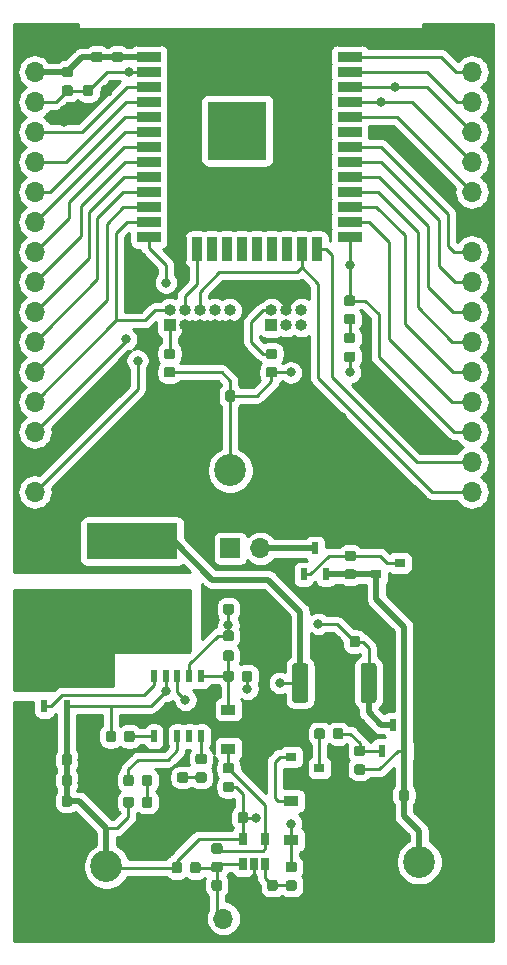
<source format=gbr>
G04 #@! TF.GenerationSoftware,KiCad,Pcbnew,(5.1.2)-2*
G04 #@! TF.CreationDate,2019-10-16T12:38:49+08:00*
G04 #@! TF.ProjectId,ESP32-Solar-Battery,45535033-322d-4536-9f6c-61722d426174,rev?*
G04 #@! TF.SameCoordinates,Original*
G04 #@! TF.FileFunction,Copper,L1,Top*
G04 #@! TF.FilePolarity,Positive*
%FSLAX46Y46*%
G04 Gerber Fmt 4.6, Leading zero omitted, Abs format (unit mm)*
G04 Created by KiCad (PCBNEW (5.1.2)-2) date 2019-10-16 12:38:49*
%MOMM*%
%LPD*%
G04 APERTURE LIST*
%ADD10C,0.100000*%
%ADD11C,0.875000*%
%ADD12O,1.000000X1.000000*%
%ADD13R,1.000000X1.000000*%
%ADD14O,1.700000X1.700000*%
%ADD15R,1.700000X1.700000*%
%ADD16C,1.350000*%
%ADD17R,0.510000X1.100000*%
%ADD18R,0.650000X1.060000*%
%ADD19R,0.900000X0.800000*%
%ADD20R,7.700000X3.100000*%
%ADD21C,2.700000*%
%ADD22R,2.199640X1.399540*%
%ADD23R,1.200000X0.900000*%
%ADD24R,0.600000X1.050000*%
%ADD25R,2.000000X0.900000*%
%ADD26R,0.900000X2.000000*%
%ADD27R,5.000000X5.000000*%
%ADD28C,0.800000*%
%ADD29C,0.500000*%
%ADD30C,0.250000*%
%ADD31C,0.254000*%
G04 APERTURE END LIST*
D10*
G36*
X127307691Y-90763553D02*
G01*
X127328926Y-90766703D01*
X127349750Y-90771919D01*
X127369962Y-90779151D01*
X127389368Y-90788330D01*
X127407781Y-90799366D01*
X127425024Y-90812154D01*
X127440930Y-90826570D01*
X127455346Y-90842476D01*
X127468134Y-90859719D01*
X127479170Y-90878132D01*
X127488349Y-90897538D01*
X127495581Y-90917750D01*
X127500797Y-90938574D01*
X127503947Y-90959809D01*
X127505000Y-90981250D01*
X127505000Y-91418750D01*
X127503947Y-91440191D01*
X127500797Y-91461426D01*
X127495581Y-91482250D01*
X127488349Y-91502462D01*
X127479170Y-91521868D01*
X127468134Y-91540281D01*
X127455346Y-91557524D01*
X127440930Y-91573430D01*
X127425024Y-91587846D01*
X127407781Y-91600634D01*
X127389368Y-91611670D01*
X127369962Y-91620849D01*
X127349750Y-91628081D01*
X127328926Y-91633297D01*
X127307691Y-91636447D01*
X127286250Y-91637500D01*
X126773750Y-91637500D01*
X126752309Y-91636447D01*
X126731074Y-91633297D01*
X126710250Y-91628081D01*
X126690038Y-91620849D01*
X126670632Y-91611670D01*
X126652219Y-91600634D01*
X126634976Y-91587846D01*
X126619070Y-91573430D01*
X126604654Y-91557524D01*
X126591866Y-91540281D01*
X126580830Y-91521868D01*
X126571651Y-91502462D01*
X126564419Y-91482250D01*
X126559203Y-91461426D01*
X126556053Y-91440191D01*
X126555000Y-91418750D01*
X126555000Y-90981250D01*
X126556053Y-90959809D01*
X126559203Y-90938574D01*
X126564419Y-90917750D01*
X126571651Y-90897538D01*
X126580830Y-90878132D01*
X126591866Y-90859719D01*
X126604654Y-90842476D01*
X126619070Y-90826570D01*
X126634976Y-90812154D01*
X126652219Y-90799366D01*
X126670632Y-90788330D01*
X126690038Y-90779151D01*
X126710250Y-90771919D01*
X126731074Y-90766703D01*
X126752309Y-90763553D01*
X126773750Y-90762500D01*
X127286250Y-90762500D01*
X127307691Y-90763553D01*
X127307691Y-90763553D01*
G37*
D11*
X127030000Y-91200000D03*
D10*
G36*
X127307691Y-89188553D02*
G01*
X127328926Y-89191703D01*
X127349750Y-89196919D01*
X127369962Y-89204151D01*
X127389368Y-89213330D01*
X127407781Y-89224366D01*
X127425024Y-89237154D01*
X127440930Y-89251570D01*
X127455346Y-89267476D01*
X127468134Y-89284719D01*
X127479170Y-89303132D01*
X127488349Y-89322538D01*
X127495581Y-89342750D01*
X127500797Y-89363574D01*
X127503947Y-89384809D01*
X127505000Y-89406250D01*
X127505000Y-89843750D01*
X127503947Y-89865191D01*
X127500797Y-89886426D01*
X127495581Y-89907250D01*
X127488349Y-89927462D01*
X127479170Y-89946868D01*
X127468134Y-89965281D01*
X127455346Y-89982524D01*
X127440930Y-89998430D01*
X127425024Y-90012846D01*
X127407781Y-90025634D01*
X127389368Y-90036670D01*
X127369962Y-90045849D01*
X127349750Y-90053081D01*
X127328926Y-90058297D01*
X127307691Y-90061447D01*
X127286250Y-90062500D01*
X126773750Y-90062500D01*
X126752309Y-90061447D01*
X126731074Y-90058297D01*
X126710250Y-90053081D01*
X126690038Y-90045849D01*
X126670632Y-90036670D01*
X126652219Y-90025634D01*
X126634976Y-90012846D01*
X126619070Y-89998430D01*
X126604654Y-89982524D01*
X126591866Y-89965281D01*
X126580830Y-89946868D01*
X126571651Y-89927462D01*
X126564419Y-89907250D01*
X126559203Y-89886426D01*
X126556053Y-89865191D01*
X126555000Y-89843750D01*
X126555000Y-89406250D01*
X126556053Y-89384809D01*
X126559203Y-89363574D01*
X126564419Y-89342750D01*
X126571651Y-89322538D01*
X126580830Y-89303132D01*
X126591866Y-89284719D01*
X126604654Y-89267476D01*
X126619070Y-89251570D01*
X126634976Y-89237154D01*
X126652219Y-89224366D01*
X126670632Y-89213330D01*
X126690038Y-89204151D01*
X126710250Y-89196919D01*
X126731074Y-89191703D01*
X126752309Y-89188553D01*
X126773750Y-89187500D01*
X127286250Y-89187500D01*
X127307691Y-89188553D01*
X127307691Y-89188553D01*
G37*
D11*
X127030000Y-89625000D03*
D10*
G36*
X118677691Y-90763553D02*
G01*
X118698926Y-90766703D01*
X118719750Y-90771919D01*
X118739962Y-90779151D01*
X118759368Y-90788330D01*
X118777781Y-90799366D01*
X118795024Y-90812154D01*
X118810930Y-90826570D01*
X118825346Y-90842476D01*
X118838134Y-90859719D01*
X118849170Y-90878132D01*
X118858349Y-90897538D01*
X118865581Y-90917750D01*
X118870797Y-90938574D01*
X118873947Y-90959809D01*
X118875000Y-90981250D01*
X118875000Y-91418750D01*
X118873947Y-91440191D01*
X118870797Y-91461426D01*
X118865581Y-91482250D01*
X118858349Y-91502462D01*
X118849170Y-91521868D01*
X118838134Y-91540281D01*
X118825346Y-91557524D01*
X118810930Y-91573430D01*
X118795024Y-91587846D01*
X118777781Y-91600634D01*
X118759368Y-91611670D01*
X118739962Y-91620849D01*
X118719750Y-91628081D01*
X118698926Y-91633297D01*
X118677691Y-91636447D01*
X118656250Y-91637500D01*
X118143750Y-91637500D01*
X118122309Y-91636447D01*
X118101074Y-91633297D01*
X118080250Y-91628081D01*
X118060038Y-91620849D01*
X118040632Y-91611670D01*
X118022219Y-91600634D01*
X118004976Y-91587846D01*
X117989070Y-91573430D01*
X117974654Y-91557524D01*
X117961866Y-91540281D01*
X117950830Y-91521868D01*
X117941651Y-91502462D01*
X117934419Y-91482250D01*
X117929203Y-91461426D01*
X117926053Y-91440191D01*
X117925000Y-91418750D01*
X117925000Y-90981250D01*
X117926053Y-90959809D01*
X117929203Y-90938574D01*
X117934419Y-90917750D01*
X117941651Y-90897538D01*
X117950830Y-90878132D01*
X117961866Y-90859719D01*
X117974654Y-90842476D01*
X117989070Y-90826570D01*
X118004976Y-90812154D01*
X118022219Y-90799366D01*
X118040632Y-90788330D01*
X118060038Y-90779151D01*
X118080250Y-90771919D01*
X118101074Y-90766703D01*
X118122309Y-90763553D01*
X118143750Y-90762500D01*
X118656250Y-90762500D01*
X118677691Y-90763553D01*
X118677691Y-90763553D01*
G37*
D11*
X118400000Y-91200000D03*
D10*
G36*
X118677691Y-89188553D02*
G01*
X118698926Y-89191703D01*
X118719750Y-89196919D01*
X118739962Y-89204151D01*
X118759368Y-89213330D01*
X118777781Y-89224366D01*
X118795024Y-89237154D01*
X118810930Y-89251570D01*
X118825346Y-89267476D01*
X118838134Y-89284719D01*
X118849170Y-89303132D01*
X118858349Y-89322538D01*
X118865581Y-89342750D01*
X118870797Y-89363574D01*
X118873947Y-89384809D01*
X118875000Y-89406250D01*
X118875000Y-89843750D01*
X118873947Y-89865191D01*
X118870797Y-89886426D01*
X118865581Y-89907250D01*
X118858349Y-89927462D01*
X118849170Y-89946868D01*
X118838134Y-89965281D01*
X118825346Y-89982524D01*
X118810930Y-89998430D01*
X118795024Y-90012846D01*
X118777781Y-90025634D01*
X118759368Y-90036670D01*
X118739962Y-90045849D01*
X118719750Y-90053081D01*
X118698926Y-90058297D01*
X118677691Y-90061447D01*
X118656250Y-90062500D01*
X118143750Y-90062500D01*
X118122309Y-90061447D01*
X118101074Y-90058297D01*
X118080250Y-90053081D01*
X118060038Y-90045849D01*
X118040632Y-90036670D01*
X118022219Y-90025634D01*
X118004976Y-90012846D01*
X117989070Y-89998430D01*
X117974654Y-89982524D01*
X117961866Y-89965281D01*
X117950830Y-89946868D01*
X117941651Y-89927462D01*
X117934419Y-89907250D01*
X117929203Y-89886426D01*
X117926053Y-89865191D01*
X117925000Y-89843750D01*
X117925000Y-89406250D01*
X117926053Y-89384809D01*
X117929203Y-89363574D01*
X117934419Y-89342750D01*
X117941651Y-89322538D01*
X117950830Y-89303132D01*
X117961866Y-89284719D01*
X117974654Y-89267476D01*
X117989070Y-89251570D01*
X118004976Y-89237154D01*
X118022219Y-89224366D01*
X118040632Y-89213330D01*
X118060038Y-89204151D01*
X118080250Y-89196919D01*
X118101074Y-89191703D01*
X118122309Y-89188553D01*
X118143750Y-89187500D01*
X118656250Y-89187500D01*
X118677691Y-89188553D01*
X118677691Y-89188553D01*
G37*
D11*
X118400000Y-89625000D03*
D12*
X123480000Y-85930000D03*
X123480000Y-87200000D03*
X122210000Y-85930000D03*
X122210000Y-87200000D03*
X120940000Y-85930000D03*
X120940000Y-87200000D03*
X119670000Y-85930000D03*
X119670000Y-87200000D03*
X118400000Y-85930000D03*
D13*
X118400000Y-87200000D03*
D12*
X129570000Y-85930000D03*
X129570000Y-87200000D03*
X128300000Y-85930000D03*
X128300000Y-87200000D03*
X127030000Y-85930000D03*
D13*
X127030000Y-87200000D03*
D14*
X144000000Y-101331380D03*
X144000000Y-98791380D03*
X144000000Y-96251380D03*
X144000000Y-93711380D03*
X144000000Y-91171380D03*
X144000000Y-88631380D03*
X144000000Y-86091380D03*
X144000000Y-83551380D03*
X144000000Y-81011380D03*
X144000000Y-78471380D03*
X144000000Y-75931380D03*
X144000000Y-73391380D03*
X144000000Y-70851380D03*
X144000000Y-68311380D03*
X144000000Y-65771380D03*
D15*
X144000000Y-63231380D03*
D14*
X107000000Y-101331380D03*
X107000000Y-98791380D03*
X107000000Y-96251380D03*
X107000000Y-93711380D03*
X107000000Y-91171380D03*
X107000000Y-88631380D03*
X107000000Y-86091380D03*
X107000000Y-83551380D03*
X107000000Y-81011380D03*
X107000000Y-78471380D03*
X107000000Y-75931380D03*
X107000000Y-73391380D03*
X107000000Y-70851380D03*
X107000000Y-68311380D03*
X107000000Y-65771380D03*
D15*
X107000000Y-63231380D03*
D10*
G36*
X135699505Y-115826204D02*
G01*
X135723773Y-115829804D01*
X135747572Y-115835765D01*
X135770671Y-115844030D01*
X135792850Y-115854520D01*
X135813893Y-115867132D01*
X135833599Y-115881747D01*
X135851777Y-115898223D01*
X135868253Y-115916401D01*
X135882868Y-115936107D01*
X135895480Y-115957150D01*
X135905970Y-115979329D01*
X135914235Y-116002428D01*
X135920196Y-116026227D01*
X135923796Y-116050495D01*
X135925000Y-116074999D01*
X135925000Y-118925001D01*
X135923796Y-118949505D01*
X135920196Y-118973773D01*
X135914235Y-118997572D01*
X135905970Y-119020671D01*
X135895480Y-119042850D01*
X135882868Y-119063893D01*
X135868253Y-119083599D01*
X135851777Y-119101777D01*
X135833599Y-119118253D01*
X135813893Y-119132868D01*
X135792850Y-119145480D01*
X135770671Y-119155970D01*
X135747572Y-119164235D01*
X135723773Y-119170196D01*
X135699505Y-119173796D01*
X135675001Y-119175000D01*
X134824999Y-119175000D01*
X134800495Y-119173796D01*
X134776227Y-119170196D01*
X134752428Y-119164235D01*
X134729329Y-119155970D01*
X134707150Y-119145480D01*
X134686107Y-119132868D01*
X134666401Y-119118253D01*
X134648223Y-119101777D01*
X134631747Y-119083599D01*
X134617132Y-119063893D01*
X134604520Y-119042850D01*
X134594030Y-119020671D01*
X134585765Y-118997572D01*
X134579804Y-118973773D01*
X134576204Y-118949505D01*
X134575000Y-118925001D01*
X134575000Y-116074999D01*
X134576204Y-116050495D01*
X134579804Y-116026227D01*
X134585765Y-116002428D01*
X134594030Y-115979329D01*
X134604520Y-115957150D01*
X134617132Y-115936107D01*
X134631747Y-115916401D01*
X134648223Y-115898223D01*
X134666401Y-115881747D01*
X134686107Y-115867132D01*
X134707150Y-115854520D01*
X134729329Y-115844030D01*
X134752428Y-115835765D01*
X134776227Y-115829804D01*
X134800495Y-115826204D01*
X134824999Y-115825000D01*
X135675001Y-115825000D01*
X135699505Y-115826204D01*
X135699505Y-115826204D01*
G37*
D16*
X135250000Y-117500000D03*
D10*
G36*
X129899505Y-115826204D02*
G01*
X129923773Y-115829804D01*
X129947572Y-115835765D01*
X129970671Y-115844030D01*
X129992850Y-115854520D01*
X130013893Y-115867132D01*
X130033599Y-115881747D01*
X130051777Y-115898223D01*
X130068253Y-115916401D01*
X130082868Y-115936107D01*
X130095480Y-115957150D01*
X130105970Y-115979329D01*
X130114235Y-116002428D01*
X130120196Y-116026227D01*
X130123796Y-116050495D01*
X130125000Y-116074999D01*
X130125000Y-118925001D01*
X130123796Y-118949505D01*
X130120196Y-118973773D01*
X130114235Y-118997572D01*
X130105970Y-119020671D01*
X130095480Y-119042850D01*
X130082868Y-119063893D01*
X130068253Y-119083599D01*
X130051777Y-119101777D01*
X130033599Y-119118253D01*
X130013893Y-119132868D01*
X129992850Y-119145480D01*
X129970671Y-119155970D01*
X129947572Y-119164235D01*
X129923773Y-119170196D01*
X129899505Y-119173796D01*
X129875001Y-119175000D01*
X129024999Y-119175000D01*
X129000495Y-119173796D01*
X128976227Y-119170196D01*
X128952428Y-119164235D01*
X128929329Y-119155970D01*
X128907150Y-119145480D01*
X128886107Y-119132868D01*
X128866401Y-119118253D01*
X128848223Y-119101777D01*
X128831747Y-119083599D01*
X128817132Y-119063893D01*
X128804520Y-119042850D01*
X128794030Y-119020671D01*
X128785765Y-118997572D01*
X128779804Y-118973773D01*
X128776204Y-118949505D01*
X128775000Y-118925001D01*
X128775000Y-116074999D01*
X128776204Y-116050495D01*
X128779804Y-116026227D01*
X128785765Y-116002428D01*
X128794030Y-115979329D01*
X128804520Y-115957150D01*
X128817132Y-115936107D01*
X128831747Y-115916401D01*
X128848223Y-115898223D01*
X128866401Y-115881747D01*
X128886107Y-115867132D01*
X128907150Y-115854520D01*
X128929329Y-115844030D01*
X128952428Y-115835765D01*
X128976227Y-115829804D01*
X129000495Y-115826204D01*
X129024999Y-115825000D01*
X129875001Y-115825000D01*
X129899505Y-115826204D01*
X129899505Y-115826204D01*
G37*
D16*
X129450000Y-117500000D03*
D17*
X117072320Y-116924040D03*
X118072320Y-116924040D03*
X121072320Y-122024040D03*
X119072320Y-116924040D03*
X120072320Y-116924040D03*
X121072320Y-116924040D03*
X120072320Y-122024040D03*
X119072320Y-122024040D03*
X118072320Y-122024040D03*
X117072320Y-122024040D03*
D18*
X124597080Y-130669940D03*
X126497080Y-130669940D03*
X126497080Y-132869940D03*
X125547080Y-132869940D03*
X124597080Y-132869940D03*
D10*
G36*
X133922731Y-87863553D02*
G01*
X133943966Y-87866703D01*
X133964790Y-87871919D01*
X133985002Y-87879151D01*
X134004408Y-87888330D01*
X134022821Y-87899366D01*
X134040064Y-87912154D01*
X134055970Y-87926570D01*
X134070386Y-87942476D01*
X134083174Y-87959719D01*
X134094210Y-87978132D01*
X134103389Y-87997538D01*
X134110621Y-88017750D01*
X134115837Y-88038574D01*
X134118987Y-88059809D01*
X134120040Y-88081250D01*
X134120040Y-88518750D01*
X134118987Y-88540191D01*
X134115837Y-88561426D01*
X134110621Y-88582250D01*
X134103389Y-88602462D01*
X134094210Y-88621868D01*
X134083174Y-88640281D01*
X134070386Y-88657524D01*
X134055970Y-88673430D01*
X134040064Y-88687846D01*
X134022821Y-88700634D01*
X134004408Y-88711670D01*
X133985002Y-88720849D01*
X133964790Y-88728081D01*
X133943966Y-88733297D01*
X133922731Y-88736447D01*
X133901290Y-88737500D01*
X133388790Y-88737500D01*
X133367349Y-88736447D01*
X133346114Y-88733297D01*
X133325290Y-88728081D01*
X133305078Y-88720849D01*
X133285672Y-88711670D01*
X133267259Y-88700634D01*
X133250016Y-88687846D01*
X133234110Y-88673430D01*
X133219694Y-88657524D01*
X133206906Y-88640281D01*
X133195870Y-88621868D01*
X133186691Y-88602462D01*
X133179459Y-88582250D01*
X133174243Y-88561426D01*
X133171093Y-88540191D01*
X133170040Y-88518750D01*
X133170040Y-88081250D01*
X133171093Y-88059809D01*
X133174243Y-88038574D01*
X133179459Y-88017750D01*
X133186691Y-87997538D01*
X133195870Y-87978132D01*
X133206906Y-87959719D01*
X133219694Y-87942476D01*
X133234110Y-87926570D01*
X133250016Y-87912154D01*
X133267259Y-87899366D01*
X133285672Y-87888330D01*
X133305078Y-87879151D01*
X133325290Y-87871919D01*
X133346114Y-87866703D01*
X133367349Y-87863553D01*
X133388790Y-87862500D01*
X133901290Y-87862500D01*
X133922731Y-87863553D01*
X133922731Y-87863553D01*
G37*
D11*
X133645040Y-88300000D03*
D10*
G36*
X133922731Y-89438553D02*
G01*
X133943966Y-89441703D01*
X133964790Y-89446919D01*
X133985002Y-89454151D01*
X134004408Y-89463330D01*
X134022821Y-89474366D01*
X134040064Y-89487154D01*
X134055970Y-89501570D01*
X134070386Y-89517476D01*
X134083174Y-89534719D01*
X134094210Y-89553132D01*
X134103389Y-89572538D01*
X134110621Y-89592750D01*
X134115837Y-89613574D01*
X134118987Y-89634809D01*
X134120040Y-89656250D01*
X134120040Y-90093750D01*
X134118987Y-90115191D01*
X134115837Y-90136426D01*
X134110621Y-90157250D01*
X134103389Y-90177462D01*
X134094210Y-90196868D01*
X134083174Y-90215281D01*
X134070386Y-90232524D01*
X134055970Y-90248430D01*
X134040064Y-90262846D01*
X134022821Y-90275634D01*
X134004408Y-90286670D01*
X133985002Y-90295849D01*
X133964790Y-90303081D01*
X133943966Y-90308297D01*
X133922731Y-90311447D01*
X133901290Y-90312500D01*
X133388790Y-90312500D01*
X133367349Y-90311447D01*
X133346114Y-90308297D01*
X133325290Y-90303081D01*
X133305078Y-90295849D01*
X133285672Y-90286670D01*
X133267259Y-90275634D01*
X133250016Y-90262846D01*
X133234110Y-90248430D01*
X133219694Y-90232524D01*
X133206906Y-90215281D01*
X133195870Y-90196868D01*
X133186691Y-90177462D01*
X133179459Y-90157250D01*
X133174243Y-90136426D01*
X133171093Y-90115191D01*
X133170040Y-90093750D01*
X133170040Y-89656250D01*
X133171093Y-89634809D01*
X133174243Y-89613574D01*
X133179459Y-89592750D01*
X133186691Y-89572538D01*
X133195870Y-89553132D01*
X133206906Y-89534719D01*
X133219694Y-89517476D01*
X133234110Y-89501570D01*
X133250016Y-89487154D01*
X133267259Y-89474366D01*
X133285672Y-89463330D01*
X133305078Y-89454151D01*
X133325290Y-89446919D01*
X133346114Y-89441703D01*
X133367349Y-89438553D01*
X133388790Y-89437500D01*
X133901290Y-89437500D01*
X133922731Y-89438553D01*
X133922731Y-89438553D01*
G37*
D11*
X133645040Y-89875000D03*
D10*
G36*
X110027691Y-66909933D02*
G01*
X110048926Y-66913083D01*
X110069750Y-66918299D01*
X110089962Y-66925531D01*
X110109368Y-66934710D01*
X110127781Y-66945746D01*
X110145024Y-66958534D01*
X110160930Y-66972950D01*
X110175346Y-66988856D01*
X110188134Y-67006099D01*
X110199170Y-67024512D01*
X110208349Y-67043918D01*
X110215581Y-67064130D01*
X110220797Y-67084954D01*
X110223947Y-67106189D01*
X110225000Y-67127630D01*
X110225000Y-67565130D01*
X110223947Y-67586571D01*
X110220797Y-67607806D01*
X110215581Y-67628630D01*
X110208349Y-67648842D01*
X110199170Y-67668248D01*
X110188134Y-67686661D01*
X110175346Y-67703904D01*
X110160930Y-67719810D01*
X110145024Y-67734226D01*
X110127781Y-67747014D01*
X110109368Y-67758050D01*
X110089962Y-67767229D01*
X110069750Y-67774461D01*
X110048926Y-67779677D01*
X110027691Y-67782827D01*
X110006250Y-67783880D01*
X109493750Y-67783880D01*
X109472309Y-67782827D01*
X109451074Y-67779677D01*
X109430250Y-67774461D01*
X109410038Y-67767229D01*
X109390632Y-67758050D01*
X109372219Y-67747014D01*
X109354976Y-67734226D01*
X109339070Y-67719810D01*
X109324654Y-67703904D01*
X109311866Y-67686661D01*
X109300830Y-67668248D01*
X109291651Y-67648842D01*
X109284419Y-67628630D01*
X109279203Y-67607806D01*
X109276053Y-67586571D01*
X109275000Y-67565130D01*
X109275000Y-67127630D01*
X109276053Y-67106189D01*
X109279203Y-67084954D01*
X109284419Y-67064130D01*
X109291651Y-67043918D01*
X109300830Y-67024512D01*
X109311866Y-67006099D01*
X109324654Y-66988856D01*
X109339070Y-66972950D01*
X109354976Y-66958534D01*
X109372219Y-66945746D01*
X109390632Y-66934710D01*
X109410038Y-66925531D01*
X109430250Y-66918299D01*
X109451074Y-66913083D01*
X109472309Y-66909933D01*
X109493750Y-66908880D01*
X110006250Y-66908880D01*
X110027691Y-66909933D01*
X110027691Y-66909933D01*
G37*
D11*
X109750000Y-67346380D03*
D10*
G36*
X110027691Y-65334933D02*
G01*
X110048926Y-65338083D01*
X110069750Y-65343299D01*
X110089962Y-65350531D01*
X110109368Y-65359710D01*
X110127781Y-65370746D01*
X110145024Y-65383534D01*
X110160930Y-65397950D01*
X110175346Y-65413856D01*
X110188134Y-65431099D01*
X110199170Y-65449512D01*
X110208349Y-65468918D01*
X110215581Y-65489130D01*
X110220797Y-65509954D01*
X110223947Y-65531189D01*
X110225000Y-65552630D01*
X110225000Y-65990130D01*
X110223947Y-66011571D01*
X110220797Y-66032806D01*
X110215581Y-66053630D01*
X110208349Y-66073842D01*
X110199170Y-66093248D01*
X110188134Y-66111661D01*
X110175346Y-66128904D01*
X110160930Y-66144810D01*
X110145024Y-66159226D01*
X110127781Y-66172014D01*
X110109368Y-66183050D01*
X110089962Y-66192229D01*
X110069750Y-66199461D01*
X110048926Y-66204677D01*
X110027691Y-66207827D01*
X110006250Y-66208880D01*
X109493750Y-66208880D01*
X109472309Y-66207827D01*
X109451074Y-66204677D01*
X109430250Y-66199461D01*
X109410038Y-66192229D01*
X109390632Y-66183050D01*
X109372219Y-66172014D01*
X109354976Y-66159226D01*
X109339070Y-66144810D01*
X109324654Y-66128904D01*
X109311866Y-66111661D01*
X109300830Y-66093248D01*
X109291651Y-66073842D01*
X109284419Y-66053630D01*
X109279203Y-66032806D01*
X109276053Y-66011571D01*
X109275000Y-65990130D01*
X109275000Y-65552630D01*
X109276053Y-65531189D01*
X109279203Y-65509954D01*
X109284419Y-65489130D01*
X109291651Y-65468918D01*
X109300830Y-65449512D01*
X109311866Y-65431099D01*
X109324654Y-65413856D01*
X109339070Y-65397950D01*
X109354976Y-65383534D01*
X109372219Y-65370746D01*
X109390632Y-65359710D01*
X109410038Y-65350531D01*
X109430250Y-65343299D01*
X109451074Y-65338083D01*
X109472309Y-65334933D01*
X109493750Y-65333880D01*
X110006250Y-65333880D01*
X110027691Y-65334933D01*
X110027691Y-65334933D01*
G37*
D11*
X109750000Y-65771380D03*
D19*
X131096720Y-124700000D03*
X128696720Y-125650000D03*
X128696720Y-123750000D03*
D20*
X115250000Y-105500000D03*
X115250000Y-112400000D03*
D21*
X123540000Y-99500000D03*
D10*
G36*
X128624503Y-98151204D02*
G01*
X128648772Y-98154804D01*
X128672570Y-98160765D01*
X128695670Y-98169030D01*
X128717849Y-98179520D01*
X128738892Y-98192133D01*
X128758598Y-98206748D01*
X128776776Y-98223224D01*
X128793252Y-98241402D01*
X128807867Y-98261108D01*
X128820480Y-98282151D01*
X128830970Y-98304330D01*
X128839235Y-98327430D01*
X128845196Y-98351228D01*
X128848796Y-98375497D01*
X128850000Y-98400001D01*
X128850000Y-100599999D01*
X128848796Y-100624503D01*
X128845196Y-100648772D01*
X128839235Y-100672570D01*
X128830970Y-100695670D01*
X128820480Y-100717849D01*
X128807867Y-100738892D01*
X128793252Y-100758598D01*
X128776776Y-100776776D01*
X128758598Y-100793252D01*
X128738892Y-100807867D01*
X128717849Y-100820480D01*
X128695670Y-100830970D01*
X128672570Y-100839235D01*
X128648772Y-100845196D01*
X128624503Y-100848796D01*
X128599999Y-100850000D01*
X126400001Y-100850000D01*
X126375497Y-100848796D01*
X126351228Y-100845196D01*
X126327430Y-100839235D01*
X126304330Y-100830970D01*
X126282151Y-100820480D01*
X126261108Y-100807867D01*
X126241402Y-100793252D01*
X126223224Y-100776776D01*
X126206748Y-100758598D01*
X126192133Y-100738892D01*
X126179520Y-100717849D01*
X126169030Y-100695670D01*
X126160765Y-100672570D01*
X126154804Y-100648772D01*
X126151204Y-100624503D01*
X126150000Y-100599999D01*
X126150000Y-98400001D01*
X126151204Y-98375497D01*
X126154804Y-98351228D01*
X126160765Y-98327430D01*
X126169030Y-98304330D01*
X126179520Y-98282151D01*
X126192133Y-98261108D01*
X126206748Y-98241402D01*
X126223224Y-98223224D01*
X126241402Y-98206748D01*
X126261108Y-98192133D01*
X126282151Y-98179520D01*
X126304330Y-98169030D01*
X126327430Y-98160765D01*
X126351228Y-98154804D01*
X126375497Y-98151204D01*
X126400001Y-98150000D01*
X128599999Y-98150000D01*
X128624503Y-98151204D01*
X128624503Y-98151204D01*
G37*
D21*
X127500000Y-99500000D03*
X139532500Y-132656580D03*
D10*
G36*
X136697003Y-131307784D02*
G01*
X136721272Y-131311384D01*
X136745070Y-131317345D01*
X136768170Y-131325610D01*
X136790349Y-131336100D01*
X136811392Y-131348713D01*
X136831098Y-131363328D01*
X136849276Y-131379804D01*
X136865752Y-131397982D01*
X136880367Y-131417688D01*
X136892980Y-131438731D01*
X136903470Y-131460910D01*
X136911735Y-131484010D01*
X136917696Y-131507808D01*
X136921296Y-131532077D01*
X136922500Y-131556581D01*
X136922500Y-133756579D01*
X136921296Y-133781083D01*
X136917696Y-133805352D01*
X136911735Y-133829150D01*
X136903470Y-133852250D01*
X136892980Y-133874429D01*
X136880367Y-133895472D01*
X136865752Y-133915178D01*
X136849276Y-133933356D01*
X136831098Y-133949832D01*
X136811392Y-133964447D01*
X136790349Y-133977060D01*
X136768170Y-133987550D01*
X136745070Y-133995815D01*
X136721272Y-134001776D01*
X136697003Y-134005376D01*
X136672499Y-134006580D01*
X134472501Y-134006580D01*
X134447997Y-134005376D01*
X134423728Y-134001776D01*
X134399930Y-133995815D01*
X134376830Y-133987550D01*
X134354651Y-133977060D01*
X134333608Y-133964447D01*
X134313902Y-133949832D01*
X134295724Y-133933356D01*
X134279248Y-133915178D01*
X134264633Y-133895472D01*
X134252020Y-133874429D01*
X134241530Y-133852250D01*
X134233265Y-133829150D01*
X134227304Y-133805352D01*
X134223704Y-133781083D01*
X134222500Y-133756579D01*
X134222500Y-131556581D01*
X134223704Y-131532077D01*
X134227304Y-131507808D01*
X134233265Y-131484010D01*
X134241530Y-131460910D01*
X134252020Y-131438731D01*
X134264633Y-131417688D01*
X134279248Y-131397982D01*
X134295724Y-131379804D01*
X134313902Y-131363328D01*
X134333608Y-131348713D01*
X134354651Y-131336100D01*
X134376830Y-131325610D01*
X134399930Y-131317345D01*
X134423728Y-131311384D01*
X134447997Y-131307784D01*
X134472501Y-131306580D01*
X136672499Y-131306580D01*
X136697003Y-131307784D01*
X136697003Y-131307784D01*
G37*
D21*
X135572500Y-132656580D03*
D22*
X108410000Y-111569280D03*
X108410000Y-107170000D03*
D14*
X122948700Y-137452100D03*
D15*
X125488700Y-137452100D03*
D14*
X126080000Y-106100000D03*
D15*
X123540000Y-106100000D03*
D10*
G36*
X133922731Y-86263553D02*
G01*
X133943966Y-86266703D01*
X133964790Y-86271919D01*
X133985002Y-86279151D01*
X134004408Y-86288330D01*
X134022821Y-86299366D01*
X134040064Y-86312154D01*
X134055970Y-86326570D01*
X134070386Y-86342476D01*
X134083174Y-86359719D01*
X134094210Y-86378132D01*
X134103389Y-86397538D01*
X134110621Y-86417750D01*
X134115837Y-86438574D01*
X134118987Y-86459809D01*
X134120040Y-86481250D01*
X134120040Y-86918750D01*
X134118987Y-86940191D01*
X134115837Y-86961426D01*
X134110621Y-86982250D01*
X134103389Y-87002462D01*
X134094210Y-87021868D01*
X134083174Y-87040281D01*
X134070386Y-87057524D01*
X134055970Y-87073430D01*
X134040064Y-87087846D01*
X134022821Y-87100634D01*
X134004408Y-87111670D01*
X133985002Y-87120849D01*
X133964790Y-87128081D01*
X133943966Y-87133297D01*
X133922731Y-87136447D01*
X133901290Y-87137500D01*
X133388790Y-87137500D01*
X133367349Y-87136447D01*
X133346114Y-87133297D01*
X133325290Y-87128081D01*
X133305078Y-87120849D01*
X133285672Y-87111670D01*
X133267259Y-87100634D01*
X133250016Y-87087846D01*
X133234110Y-87073430D01*
X133219694Y-87057524D01*
X133206906Y-87040281D01*
X133195870Y-87021868D01*
X133186691Y-87002462D01*
X133179459Y-86982250D01*
X133174243Y-86961426D01*
X133171093Y-86940191D01*
X133170040Y-86918750D01*
X133170040Y-86481250D01*
X133171093Y-86459809D01*
X133174243Y-86438574D01*
X133179459Y-86417750D01*
X133186691Y-86397538D01*
X133195870Y-86378132D01*
X133206906Y-86359719D01*
X133219694Y-86342476D01*
X133234110Y-86326570D01*
X133250016Y-86312154D01*
X133267259Y-86299366D01*
X133285672Y-86288330D01*
X133305078Y-86279151D01*
X133325290Y-86271919D01*
X133346114Y-86266703D01*
X133367349Y-86263553D01*
X133388790Y-86262500D01*
X133901290Y-86262500D01*
X133922731Y-86263553D01*
X133922731Y-86263553D01*
G37*
D11*
X133645040Y-86700000D03*
D10*
G36*
X133922731Y-84688553D02*
G01*
X133943966Y-84691703D01*
X133964790Y-84696919D01*
X133985002Y-84704151D01*
X134004408Y-84713330D01*
X134022821Y-84724366D01*
X134040064Y-84737154D01*
X134055970Y-84751570D01*
X134070386Y-84767476D01*
X134083174Y-84784719D01*
X134094210Y-84803132D01*
X134103389Y-84822538D01*
X134110621Y-84842750D01*
X134115837Y-84863574D01*
X134118987Y-84884809D01*
X134120040Y-84906250D01*
X134120040Y-85343750D01*
X134118987Y-85365191D01*
X134115837Y-85386426D01*
X134110621Y-85407250D01*
X134103389Y-85427462D01*
X134094210Y-85446868D01*
X134083174Y-85465281D01*
X134070386Y-85482524D01*
X134055970Y-85498430D01*
X134040064Y-85512846D01*
X134022821Y-85525634D01*
X134004408Y-85536670D01*
X133985002Y-85545849D01*
X133964790Y-85553081D01*
X133943966Y-85558297D01*
X133922731Y-85561447D01*
X133901290Y-85562500D01*
X133388790Y-85562500D01*
X133367349Y-85561447D01*
X133346114Y-85558297D01*
X133325290Y-85553081D01*
X133305078Y-85545849D01*
X133285672Y-85536670D01*
X133267259Y-85525634D01*
X133250016Y-85512846D01*
X133234110Y-85498430D01*
X133219694Y-85482524D01*
X133206906Y-85465281D01*
X133195870Y-85446868D01*
X133186691Y-85427462D01*
X133179459Y-85407250D01*
X133174243Y-85386426D01*
X133171093Y-85365191D01*
X133170040Y-85343750D01*
X133170040Y-84906250D01*
X133171093Y-84884809D01*
X133174243Y-84863574D01*
X133179459Y-84842750D01*
X133186691Y-84822538D01*
X133195870Y-84803132D01*
X133206906Y-84784719D01*
X133219694Y-84767476D01*
X133234110Y-84751570D01*
X133250016Y-84737154D01*
X133267259Y-84724366D01*
X133285672Y-84713330D01*
X133305078Y-84704151D01*
X133325290Y-84696919D01*
X133346114Y-84691703D01*
X133367349Y-84688553D01*
X133388790Y-84687500D01*
X133901290Y-84687500D01*
X133922731Y-84688553D01*
X133922731Y-84688553D01*
G37*
D11*
X133645040Y-85125000D03*
D23*
X123390320Y-119750000D03*
X123390320Y-123050000D03*
X128696720Y-127500000D03*
X128696720Y-130800000D03*
D10*
G36*
X133977691Y-107863553D02*
G01*
X133998926Y-107866703D01*
X134019750Y-107871919D01*
X134039962Y-107879151D01*
X134059368Y-107888330D01*
X134077781Y-107899366D01*
X134095024Y-107912154D01*
X134110930Y-107926570D01*
X134125346Y-107942476D01*
X134138134Y-107959719D01*
X134149170Y-107978132D01*
X134158349Y-107997538D01*
X134165581Y-108017750D01*
X134170797Y-108038574D01*
X134173947Y-108059809D01*
X134175000Y-108081250D01*
X134175000Y-108518750D01*
X134173947Y-108540191D01*
X134170797Y-108561426D01*
X134165581Y-108582250D01*
X134158349Y-108602462D01*
X134149170Y-108621868D01*
X134138134Y-108640281D01*
X134125346Y-108657524D01*
X134110930Y-108673430D01*
X134095024Y-108687846D01*
X134077781Y-108700634D01*
X134059368Y-108711670D01*
X134039962Y-108720849D01*
X134019750Y-108728081D01*
X133998926Y-108733297D01*
X133977691Y-108736447D01*
X133956250Y-108737500D01*
X133443750Y-108737500D01*
X133422309Y-108736447D01*
X133401074Y-108733297D01*
X133380250Y-108728081D01*
X133360038Y-108720849D01*
X133340632Y-108711670D01*
X133322219Y-108700634D01*
X133304976Y-108687846D01*
X133289070Y-108673430D01*
X133274654Y-108657524D01*
X133261866Y-108640281D01*
X133250830Y-108621868D01*
X133241651Y-108602462D01*
X133234419Y-108582250D01*
X133229203Y-108561426D01*
X133226053Y-108540191D01*
X133225000Y-108518750D01*
X133225000Y-108081250D01*
X133226053Y-108059809D01*
X133229203Y-108038574D01*
X133234419Y-108017750D01*
X133241651Y-107997538D01*
X133250830Y-107978132D01*
X133261866Y-107959719D01*
X133274654Y-107942476D01*
X133289070Y-107926570D01*
X133304976Y-107912154D01*
X133322219Y-107899366D01*
X133340632Y-107888330D01*
X133360038Y-107879151D01*
X133380250Y-107871919D01*
X133401074Y-107866703D01*
X133422309Y-107863553D01*
X133443750Y-107862500D01*
X133956250Y-107862500D01*
X133977691Y-107863553D01*
X133977691Y-107863553D01*
G37*
D11*
X133700000Y-108300000D03*
D10*
G36*
X133977691Y-106288553D02*
G01*
X133998926Y-106291703D01*
X134019750Y-106296919D01*
X134039962Y-106304151D01*
X134059368Y-106313330D01*
X134077781Y-106324366D01*
X134095024Y-106337154D01*
X134110930Y-106351570D01*
X134125346Y-106367476D01*
X134138134Y-106384719D01*
X134149170Y-106403132D01*
X134158349Y-106422538D01*
X134165581Y-106442750D01*
X134170797Y-106463574D01*
X134173947Y-106484809D01*
X134175000Y-106506250D01*
X134175000Y-106943750D01*
X134173947Y-106965191D01*
X134170797Y-106986426D01*
X134165581Y-107007250D01*
X134158349Y-107027462D01*
X134149170Y-107046868D01*
X134138134Y-107065281D01*
X134125346Y-107082524D01*
X134110930Y-107098430D01*
X134095024Y-107112846D01*
X134077781Y-107125634D01*
X134059368Y-107136670D01*
X134039962Y-107145849D01*
X134019750Y-107153081D01*
X133998926Y-107158297D01*
X133977691Y-107161447D01*
X133956250Y-107162500D01*
X133443750Y-107162500D01*
X133422309Y-107161447D01*
X133401074Y-107158297D01*
X133380250Y-107153081D01*
X133360038Y-107145849D01*
X133340632Y-107136670D01*
X133322219Y-107125634D01*
X133304976Y-107112846D01*
X133289070Y-107098430D01*
X133274654Y-107082524D01*
X133261866Y-107065281D01*
X133250830Y-107046868D01*
X133241651Y-107027462D01*
X133234419Y-107007250D01*
X133229203Y-106986426D01*
X133226053Y-106965191D01*
X133225000Y-106943750D01*
X133225000Y-106506250D01*
X133226053Y-106484809D01*
X133229203Y-106463574D01*
X133234419Y-106442750D01*
X133241651Y-106422538D01*
X133250830Y-106403132D01*
X133261866Y-106384719D01*
X133274654Y-106367476D01*
X133289070Y-106351570D01*
X133304976Y-106337154D01*
X133322219Y-106324366D01*
X133340632Y-106313330D01*
X133360038Y-106304151D01*
X133380250Y-106296919D01*
X133401074Y-106291703D01*
X133422309Y-106288553D01*
X133443750Y-106287500D01*
X133956250Y-106287500D01*
X133977691Y-106288553D01*
X133977691Y-106288553D01*
G37*
D11*
X133700000Y-106725000D03*
D10*
G36*
X120826691Y-132655073D02*
G01*
X120847926Y-132658223D01*
X120868750Y-132663439D01*
X120888962Y-132670671D01*
X120908368Y-132679850D01*
X120926781Y-132690886D01*
X120944024Y-132703674D01*
X120959930Y-132718090D01*
X120974346Y-132733996D01*
X120987134Y-132751239D01*
X120998170Y-132769652D01*
X121007349Y-132789058D01*
X121014581Y-132809270D01*
X121019797Y-132830094D01*
X121022947Y-132851329D01*
X121024000Y-132872770D01*
X121024000Y-133385270D01*
X121022947Y-133406711D01*
X121019797Y-133427946D01*
X121014581Y-133448770D01*
X121007349Y-133468982D01*
X120998170Y-133488388D01*
X120987134Y-133506801D01*
X120974346Y-133524044D01*
X120959930Y-133539950D01*
X120944024Y-133554366D01*
X120926781Y-133567154D01*
X120908368Y-133578190D01*
X120888962Y-133587369D01*
X120868750Y-133594601D01*
X120847926Y-133599817D01*
X120826691Y-133602967D01*
X120805250Y-133604020D01*
X120367750Y-133604020D01*
X120346309Y-133602967D01*
X120325074Y-133599817D01*
X120304250Y-133594601D01*
X120284038Y-133587369D01*
X120264632Y-133578190D01*
X120246219Y-133567154D01*
X120228976Y-133554366D01*
X120213070Y-133539950D01*
X120198654Y-133524044D01*
X120185866Y-133506801D01*
X120174830Y-133488388D01*
X120165651Y-133468982D01*
X120158419Y-133448770D01*
X120153203Y-133427946D01*
X120150053Y-133406711D01*
X120149000Y-133385270D01*
X120149000Y-132872770D01*
X120150053Y-132851329D01*
X120153203Y-132830094D01*
X120158419Y-132809270D01*
X120165651Y-132789058D01*
X120174830Y-132769652D01*
X120185866Y-132751239D01*
X120198654Y-132733996D01*
X120213070Y-132718090D01*
X120228976Y-132703674D01*
X120246219Y-132690886D01*
X120264632Y-132679850D01*
X120284038Y-132670671D01*
X120304250Y-132663439D01*
X120325074Y-132658223D01*
X120346309Y-132655073D01*
X120367750Y-132654020D01*
X120805250Y-132654020D01*
X120826691Y-132655073D01*
X120826691Y-132655073D01*
G37*
D11*
X120586500Y-133129020D03*
D10*
G36*
X119251691Y-132655073D02*
G01*
X119272926Y-132658223D01*
X119293750Y-132663439D01*
X119313962Y-132670671D01*
X119333368Y-132679850D01*
X119351781Y-132690886D01*
X119369024Y-132703674D01*
X119384930Y-132718090D01*
X119399346Y-132733996D01*
X119412134Y-132751239D01*
X119423170Y-132769652D01*
X119432349Y-132789058D01*
X119439581Y-132809270D01*
X119444797Y-132830094D01*
X119447947Y-132851329D01*
X119449000Y-132872770D01*
X119449000Y-133385270D01*
X119447947Y-133406711D01*
X119444797Y-133427946D01*
X119439581Y-133448770D01*
X119432349Y-133468982D01*
X119423170Y-133488388D01*
X119412134Y-133506801D01*
X119399346Y-133524044D01*
X119384930Y-133539950D01*
X119369024Y-133554366D01*
X119351781Y-133567154D01*
X119333368Y-133578190D01*
X119313962Y-133587369D01*
X119293750Y-133594601D01*
X119272926Y-133599817D01*
X119251691Y-133602967D01*
X119230250Y-133604020D01*
X118792750Y-133604020D01*
X118771309Y-133602967D01*
X118750074Y-133599817D01*
X118729250Y-133594601D01*
X118709038Y-133587369D01*
X118689632Y-133578190D01*
X118671219Y-133567154D01*
X118653976Y-133554366D01*
X118638070Y-133539950D01*
X118623654Y-133524044D01*
X118610866Y-133506801D01*
X118599830Y-133488388D01*
X118590651Y-133468982D01*
X118583419Y-133448770D01*
X118578203Y-133427946D01*
X118575053Y-133406711D01*
X118574000Y-133385270D01*
X118574000Y-132872770D01*
X118575053Y-132851329D01*
X118578203Y-132830094D01*
X118583419Y-132809270D01*
X118590651Y-132789058D01*
X118599830Y-132769652D01*
X118610866Y-132751239D01*
X118623654Y-132733996D01*
X118638070Y-132718090D01*
X118653976Y-132703674D01*
X118671219Y-132690886D01*
X118689632Y-132679850D01*
X118709038Y-132670671D01*
X118729250Y-132663439D01*
X118750074Y-132658223D01*
X118771309Y-132655073D01*
X118792750Y-132654020D01*
X119230250Y-132654020D01*
X119251691Y-132655073D01*
X119251691Y-132655073D01*
G37*
D11*
X119011500Y-133129020D03*
D10*
G36*
X112527691Y-62489933D02*
G01*
X112548926Y-62493083D01*
X112569750Y-62498299D01*
X112589962Y-62505531D01*
X112609368Y-62514710D01*
X112627781Y-62525746D01*
X112645024Y-62538534D01*
X112660930Y-62552950D01*
X112675346Y-62568856D01*
X112688134Y-62586099D01*
X112699170Y-62604512D01*
X112708349Y-62623918D01*
X112715581Y-62644130D01*
X112720797Y-62664954D01*
X112723947Y-62686189D01*
X112725000Y-62707630D01*
X112725000Y-63145130D01*
X112723947Y-63166571D01*
X112720797Y-63187806D01*
X112715581Y-63208630D01*
X112708349Y-63228842D01*
X112699170Y-63248248D01*
X112688134Y-63266661D01*
X112675346Y-63283904D01*
X112660930Y-63299810D01*
X112645024Y-63314226D01*
X112627781Y-63327014D01*
X112609368Y-63338050D01*
X112589962Y-63347229D01*
X112569750Y-63354461D01*
X112548926Y-63359677D01*
X112527691Y-63362827D01*
X112506250Y-63363880D01*
X111993750Y-63363880D01*
X111972309Y-63362827D01*
X111951074Y-63359677D01*
X111930250Y-63354461D01*
X111910038Y-63347229D01*
X111890632Y-63338050D01*
X111872219Y-63327014D01*
X111854976Y-63314226D01*
X111839070Y-63299810D01*
X111824654Y-63283904D01*
X111811866Y-63266661D01*
X111800830Y-63248248D01*
X111791651Y-63228842D01*
X111784419Y-63208630D01*
X111779203Y-63187806D01*
X111776053Y-63166571D01*
X111775000Y-63145130D01*
X111775000Y-62707630D01*
X111776053Y-62686189D01*
X111779203Y-62664954D01*
X111784419Y-62644130D01*
X111791651Y-62623918D01*
X111800830Y-62604512D01*
X111811866Y-62586099D01*
X111824654Y-62568856D01*
X111839070Y-62552950D01*
X111854976Y-62538534D01*
X111872219Y-62525746D01*
X111890632Y-62514710D01*
X111910038Y-62505531D01*
X111930250Y-62498299D01*
X111951074Y-62493083D01*
X111972309Y-62489933D01*
X111993750Y-62488880D01*
X112506250Y-62488880D01*
X112527691Y-62489933D01*
X112527691Y-62489933D01*
G37*
D11*
X112250000Y-62926380D03*
D10*
G36*
X112527691Y-64064933D02*
G01*
X112548926Y-64068083D01*
X112569750Y-64073299D01*
X112589962Y-64080531D01*
X112609368Y-64089710D01*
X112627781Y-64100746D01*
X112645024Y-64113534D01*
X112660930Y-64127950D01*
X112675346Y-64143856D01*
X112688134Y-64161099D01*
X112699170Y-64179512D01*
X112708349Y-64198918D01*
X112715581Y-64219130D01*
X112720797Y-64239954D01*
X112723947Y-64261189D01*
X112725000Y-64282630D01*
X112725000Y-64720130D01*
X112723947Y-64741571D01*
X112720797Y-64762806D01*
X112715581Y-64783630D01*
X112708349Y-64803842D01*
X112699170Y-64823248D01*
X112688134Y-64841661D01*
X112675346Y-64858904D01*
X112660930Y-64874810D01*
X112645024Y-64889226D01*
X112627781Y-64902014D01*
X112609368Y-64913050D01*
X112589962Y-64922229D01*
X112569750Y-64929461D01*
X112548926Y-64934677D01*
X112527691Y-64937827D01*
X112506250Y-64938880D01*
X111993750Y-64938880D01*
X111972309Y-64937827D01*
X111951074Y-64934677D01*
X111930250Y-64929461D01*
X111910038Y-64922229D01*
X111890632Y-64913050D01*
X111872219Y-64902014D01*
X111854976Y-64889226D01*
X111839070Y-64874810D01*
X111824654Y-64858904D01*
X111811866Y-64841661D01*
X111800830Y-64823248D01*
X111791651Y-64803842D01*
X111784419Y-64783630D01*
X111779203Y-64762806D01*
X111776053Y-64741571D01*
X111775000Y-64720130D01*
X111775000Y-64282630D01*
X111776053Y-64261189D01*
X111779203Y-64239954D01*
X111784419Y-64219130D01*
X111791651Y-64198918D01*
X111800830Y-64179512D01*
X111811866Y-64161099D01*
X111824654Y-64143856D01*
X111839070Y-64127950D01*
X111854976Y-64113534D01*
X111872219Y-64100746D01*
X111890632Y-64089710D01*
X111910038Y-64080531D01*
X111930250Y-64073299D01*
X111951074Y-64068083D01*
X111972309Y-64064933D01*
X111993750Y-64063880D01*
X112506250Y-64063880D01*
X112527691Y-64064933D01*
X112527691Y-64064933D01*
G37*
D11*
X112250000Y-64501380D03*
D10*
G36*
X114277691Y-62489933D02*
G01*
X114298926Y-62493083D01*
X114319750Y-62498299D01*
X114339962Y-62505531D01*
X114359368Y-62514710D01*
X114377781Y-62525746D01*
X114395024Y-62538534D01*
X114410930Y-62552950D01*
X114425346Y-62568856D01*
X114438134Y-62586099D01*
X114449170Y-62604512D01*
X114458349Y-62623918D01*
X114465581Y-62644130D01*
X114470797Y-62664954D01*
X114473947Y-62686189D01*
X114475000Y-62707630D01*
X114475000Y-63145130D01*
X114473947Y-63166571D01*
X114470797Y-63187806D01*
X114465581Y-63208630D01*
X114458349Y-63228842D01*
X114449170Y-63248248D01*
X114438134Y-63266661D01*
X114425346Y-63283904D01*
X114410930Y-63299810D01*
X114395024Y-63314226D01*
X114377781Y-63327014D01*
X114359368Y-63338050D01*
X114339962Y-63347229D01*
X114319750Y-63354461D01*
X114298926Y-63359677D01*
X114277691Y-63362827D01*
X114256250Y-63363880D01*
X113743750Y-63363880D01*
X113722309Y-63362827D01*
X113701074Y-63359677D01*
X113680250Y-63354461D01*
X113660038Y-63347229D01*
X113640632Y-63338050D01*
X113622219Y-63327014D01*
X113604976Y-63314226D01*
X113589070Y-63299810D01*
X113574654Y-63283904D01*
X113561866Y-63266661D01*
X113550830Y-63248248D01*
X113541651Y-63228842D01*
X113534419Y-63208630D01*
X113529203Y-63187806D01*
X113526053Y-63166571D01*
X113525000Y-63145130D01*
X113525000Y-62707630D01*
X113526053Y-62686189D01*
X113529203Y-62664954D01*
X113534419Y-62644130D01*
X113541651Y-62623918D01*
X113550830Y-62604512D01*
X113561866Y-62586099D01*
X113574654Y-62568856D01*
X113589070Y-62552950D01*
X113604976Y-62538534D01*
X113622219Y-62525746D01*
X113640632Y-62514710D01*
X113660038Y-62505531D01*
X113680250Y-62498299D01*
X113701074Y-62493083D01*
X113722309Y-62489933D01*
X113743750Y-62488880D01*
X114256250Y-62488880D01*
X114277691Y-62489933D01*
X114277691Y-62489933D01*
G37*
D11*
X114000000Y-62926380D03*
D10*
G36*
X114277691Y-64064933D02*
G01*
X114298926Y-64068083D01*
X114319750Y-64073299D01*
X114339962Y-64080531D01*
X114359368Y-64089710D01*
X114377781Y-64100746D01*
X114395024Y-64113534D01*
X114410930Y-64127950D01*
X114425346Y-64143856D01*
X114438134Y-64161099D01*
X114449170Y-64179512D01*
X114458349Y-64198918D01*
X114465581Y-64219130D01*
X114470797Y-64239954D01*
X114473947Y-64261189D01*
X114475000Y-64282630D01*
X114475000Y-64720130D01*
X114473947Y-64741571D01*
X114470797Y-64762806D01*
X114465581Y-64783630D01*
X114458349Y-64803842D01*
X114449170Y-64823248D01*
X114438134Y-64841661D01*
X114425346Y-64858904D01*
X114410930Y-64874810D01*
X114395024Y-64889226D01*
X114377781Y-64902014D01*
X114359368Y-64913050D01*
X114339962Y-64922229D01*
X114319750Y-64929461D01*
X114298926Y-64934677D01*
X114277691Y-64937827D01*
X114256250Y-64938880D01*
X113743750Y-64938880D01*
X113722309Y-64937827D01*
X113701074Y-64934677D01*
X113680250Y-64929461D01*
X113660038Y-64922229D01*
X113640632Y-64913050D01*
X113622219Y-64902014D01*
X113604976Y-64889226D01*
X113589070Y-64874810D01*
X113574654Y-64858904D01*
X113561866Y-64841661D01*
X113550830Y-64823248D01*
X113541651Y-64803842D01*
X113534419Y-64783630D01*
X113529203Y-64762806D01*
X113526053Y-64741571D01*
X113525000Y-64720130D01*
X113525000Y-64282630D01*
X113526053Y-64261189D01*
X113529203Y-64239954D01*
X113534419Y-64219130D01*
X113541651Y-64198918D01*
X113550830Y-64179512D01*
X113561866Y-64161099D01*
X113574654Y-64143856D01*
X113589070Y-64127950D01*
X113604976Y-64113534D01*
X113622219Y-64100746D01*
X113640632Y-64089710D01*
X113660038Y-64080531D01*
X113680250Y-64073299D01*
X113701074Y-64068083D01*
X113722309Y-64064933D01*
X113743750Y-64063880D01*
X114256250Y-64063880D01*
X114277691Y-64064933D01*
X114277691Y-64064933D01*
G37*
D11*
X114000000Y-64501380D03*
D10*
G36*
X113315191Y-66872433D02*
G01*
X113336426Y-66875583D01*
X113357250Y-66880799D01*
X113377462Y-66888031D01*
X113396868Y-66897210D01*
X113415281Y-66908246D01*
X113432524Y-66921034D01*
X113448430Y-66935450D01*
X113462846Y-66951356D01*
X113475634Y-66968599D01*
X113486670Y-66987012D01*
X113495849Y-67006418D01*
X113503081Y-67026630D01*
X113508297Y-67047454D01*
X113511447Y-67068689D01*
X113512500Y-67090130D01*
X113512500Y-67602630D01*
X113511447Y-67624071D01*
X113508297Y-67645306D01*
X113503081Y-67666130D01*
X113495849Y-67686342D01*
X113486670Y-67705748D01*
X113475634Y-67724161D01*
X113462846Y-67741404D01*
X113448430Y-67757310D01*
X113432524Y-67771726D01*
X113415281Y-67784514D01*
X113396868Y-67795550D01*
X113377462Y-67804729D01*
X113357250Y-67811961D01*
X113336426Y-67817177D01*
X113315191Y-67820327D01*
X113293750Y-67821380D01*
X112856250Y-67821380D01*
X112834809Y-67820327D01*
X112813574Y-67817177D01*
X112792750Y-67811961D01*
X112772538Y-67804729D01*
X112753132Y-67795550D01*
X112734719Y-67784514D01*
X112717476Y-67771726D01*
X112701570Y-67757310D01*
X112687154Y-67741404D01*
X112674366Y-67724161D01*
X112663330Y-67705748D01*
X112654151Y-67686342D01*
X112646919Y-67666130D01*
X112641703Y-67645306D01*
X112638553Y-67624071D01*
X112637500Y-67602630D01*
X112637500Y-67090130D01*
X112638553Y-67068689D01*
X112641703Y-67047454D01*
X112646919Y-67026630D01*
X112654151Y-67006418D01*
X112663330Y-66987012D01*
X112674366Y-66968599D01*
X112687154Y-66951356D01*
X112701570Y-66935450D01*
X112717476Y-66921034D01*
X112734719Y-66908246D01*
X112753132Y-66897210D01*
X112772538Y-66888031D01*
X112792750Y-66880799D01*
X112813574Y-66875583D01*
X112834809Y-66872433D01*
X112856250Y-66871380D01*
X113293750Y-66871380D01*
X113315191Y-66872433D01*
X113315191Y-66872433D01*
G37*
D11*
X113075000Y-67346380D03*
D10*
G36*
X111740191Y-66872433D02*
G01*
X111761426Y-66875583D01*
X111782250Y-66880799D01*
X111802462Y-66888031D01*
X111821868Y-66897210D01*
X111840281Y-66908246D01*
X111857524Y-66921034D01*
X111873430Y-66935450D01*
X111887846Y-66951356D01*
X111900634Y-66968599D01*
X111911670Y-66987012D01*
X111920849Y-67006418D01*
X111928081Y-67026630D01*
X111933297Y-67047454D01*
X111936447Y-67068689D01*
X111937500Y-67090130D01*
X111937500Y-67602630D01*
X111936447Y-67624071D01*
X111933297Y-67645306D01*
X111928081Y-67666130D01*
X111920849Y-67686342D01*
X111911670Y-67705748D01*
X111900634Y-67724161D01*
X111887846Y-67741404D01*
X111873430Y-67757310D01*
X111857524Y-67771726D01*
X111840281Y-67784514D01*
X111821868Y-67795550D01*
X111802462Y-67804729D01*
X111782250Y-67811961D01*
X111761426Y-67817177D01*
X111740191Y-67820327D01*
X111718750Y-67821380D01*
X111281250Y-67821380D01*
X111259809Y-67820327D01*
X111238574Y-67817177D01*
X111217750Y-67811961D01*
X111197538Y-67804729D01*
X111178132Y-67795550D01*
X111159719Y-67784514D01*
X111142476Y-67771726D01*
X111126570Y-67757310D01*
X111112154Y-67741404D01*
X111099366Y-67724161D01*
X111088330Y-67705748D01*
X111079151Y-67686342D01*
X111071919Y-67666130D01*
X111066703Y-67645306D01*
X111063553Y-67624071D01*
X111062500Y-67602630D01*
X111062500Y-67090130D01*
X111063553Y-67068689D01*
X111066703Y-67047454D01*
X111071919Y-67026630D01*
X111079151Y-67006418D01*
X111088330Y-66987012D01*
X111099366Y-66968599D01*
X111112154Y-66951356D01*
X111126570Y-66935450D01*
X111142476Y-66921034D01*
X111159719Y-66908246D01*
X111178132Y-66897210D01*
X111197538Y-66888031D01*
X111217750Y-66880799D01*
X111238574Y-66875583D01*
X111259809Y-66872433D01*
X111281250Y-66871380D01*
X111718750Y-66871380D01*
X111740191Y-66872433D01*
X111740191Y-66872433D01*
G37*
D11*
X111500000Y-67346380D03*
D21*
X113060480Y-133032500D03*
D10*
G36*
X110224983Y-131683704D02*
G01*
X110249252Y-131687304D01*
X110273050Y-131693265D01*
X110296150Y-131701530D01*
X110318329Y-131712020D01*
X110339372Y-131724633D01*
X110359078Y-131739248D01*
X110377256Y-131755724D01*
X110393732Y-131773902D01*
X110408347Y-131793608D01*
X110420960Y-131814651D01*
X110431450Y-131836830D01*
X110439715Y-131859930D01*
X110445676Y-131883728D01*
X110449276Y-131907997D01*
X110450480Y-131932501D01*
X110450480Y-134132499D01*
X110449276Y-134157003D01*
X110445676Y-134181272D01*
X110439715Y-134205070D01*
X110431450Y-134228170D01*
X110420960Y-134250349D01*
X110408347Y-134271392D01*
X110393732Y-134291098D01*
X110377256Y-134309276D01*
X110359078Y-134325752D01*
X110339372Y-134340367D01*
X110318329Y-134352980D01*
X110296150Y-134363470D01*
X110273050Y-134371735D01*
X110249252Y-134377696D01*
X110224983Y-134381296D01*
X110200479Y-134382500D01*
X108000481Y-134382500D01*
X107975977Y-134381296D01*
X107951708Y-134377696D01*
X107927910Y-134371735D01*
X107904810Y-134363470D01*
X107882631Y-134352980D01*
X107861588Y-134340367D01*
X107841882Y-134325752D01*
X107823704Y-134309276D01*
X107807228Y-134291098D01*
X107792613Y-134271392D01*
X107780000Y-134250349D01*
X107769510Y-134228170D01*
X107761245Y-134205070D01*
X107755284Y-134181272D01*
X107751684Y-134157003D01*
X107750480Y-134132499D01*
X107750480Y-131932501D01*
X107751684Y-131907997D01*
X107755284Y-131883728D01*
X107761245Y-131859930D01*
X107769510Y-131836830D01*
X107780000Y-131814651D01*
X107792613Y-131793608D01*
X107807228Y-131773902D01*
X107823704Y-131755724D01*
X107841882Y-131739248D01*
X107861588Y-131724633D01*
X107882631Y-131712020D01*
X107904810Y-131701530D01*
X107927910Y-131693265D01*
X107951708Y-131687304D01*
X107975977Y-131683704D01*
X108000481Y-131682500D01*
X110200479Y-131682500D01*
X110224983Y-131683704D01*
X110224983Y-131683704D01*
G37*
D21*
X109100480Y-133032500D03*
D10*
G36*
X134777691Y-122813553D02*
G01*
X134798926Y-122816703D01*
X134819750Y-122821919D01*
X134839962Y-122829151D01*
X134859368Y-122838330D01*
X134877781Y-122849366D01*
X134895024Y-122862154D01*
X134910930Y-122876570D01*
X134925346Y-122892476D01*
X134938134Y-122909719D01*
X134949170Y-122928132D01*
X134958349Y-122947538D01*
X134965581Y-122967750D01*
X134970797Y-122988574D01*
X134973947Y-123009809D01*
X134975000Y-123031250D01*
X134975000Y-123468750D01*
X134973947Y-123490191D01*
X134970797Y-123511426D01*
X134965581Y-123532250D01*
X134958349Y-123552462D01*
X134949170Y-123571868D01*
X134938134Y-123590281D01*
X134925346Y-123607524D01*
X134910930Y-123623430D01*
X134895024Y-123637846D01*
X134877781Y-123650634D01*
X134859368Y-123661670D01*
X134839962Y-123670849D01*
X134819750Y-123678081D01*
X134798926Y-123683297D01*
X134777691Y-123686447D01*
X134756250Y-123687500D01*
X134243750Y-123687500D01*
X134222309Y-123686447D01*
X134201074Y-123683297D01*
X134180250Y-123678081D01*
X134160038Y-123670849D01*
X134140632Y-123661670D01*
X134122219Y-123650634D01*
X134104976Y-123637846D01*
X134089070Y-123623430D01*
X134074654Y-123607524D01*
X134061866Y-123590281D01*
X134050830Y-123571868D01*
X134041651Y-123552462D01*
X134034419Y-123532250D01*
X134029203Y-123511426D01*
X134026053Y-123490191D01*
X134025000Y-123468750D01*
X134025000Y-123031250D01*
X134026053Y-123009809D01*
X134029203Y-122988574D01*
X134034419Y-122967750D01*
X134041651Y-122947538D01*
X134050830Y-122928132D01*
X134061866Y-122909719D01*
X134074654Y-122892476D01*
X134089070Y-122876570D01*
X134104976Y-122862154D01*
X134122219Y-122849366D01*
X134140632Y-122838330D01*
X134160038Y-122829151D01*
X134180250Y-122821919D01*
X134201074Y-122816703D01*
X134222309Y-122813553D01*
X134243750Y-122812500D01*
X134756250Y-122812500D01*
X134777691Y-122813553D01*
X134777691Y-122813553D01*
G37*
D11*
X134500000Y-123250000D03*
D10*
G36*
X134777691Y-124388553D02*
G01*
X134798926Y-124391703D01*
X134819750Y-124396919D01*
X134839962Y-124404151D01*
X134859368Y-124413330D01*
X134877781Y-124424366D01*
X134895024Y-124437154D01*
X134910930Y-124451570D01*
X134925346Y-124467476D01*
X134938134Y-124484719D01*
X134949170Y-124503132D01*
X134958349Y-124522538D01*
X134965581Y-124542750D01*
X134970797Y-124563574D01*
X134973947Y-124584809D01*
X134975000Y-124606250D01*
X134975000Y-125043750D01*
X134973947Y-125065191D01*
X134970797Y-125086426D01*
X134965581Y-125107250D01*
X134958349Y-125127462D01*
X134949170Y-125146868D01*
X134938134Y-125165281D01*
X134925346Y-125182524D01*
X134910930Y-125198430D01*
X134895024Y-125212846D01*
X134877781Y-125225634D01*
X134859368Y-125236670D01*
X134839962Y-125245849D01*
X134819750Y-125253081D01*
X134798926Y-125258297D01*
X134777691Y-125261447D01*
X134756250Y-125262500D01*
X134243750Y-125262500D01*
X134222309Y-125261447D01*
X134201074Y-125258297D01*
X134180250Y-125253081D01*
X134160038Y-125245849D01*
X134140632Y-125236670D01*
X134122219Y-125225634D01*
X134104976Y-125212846D01*
X134089070Y-125198430D01*
X134074654Y-125182524D01*
X134061866Y-125165281D01*
X134050830Y-125146868D01*
X134041651Y-125127462D01*
X134034419Y-125107250D01*
X134029203Y-125086426D01*
X134026053Y-125065191D01*
X134025000Y-125043750D01*
X134025000Y-124606250D01*
X134026053Y-124584809D01*
X134029203Y-124563574D01*
X134034419Y-124542750D01*
X134041651Y-124522538D01*
X134050830Y-124503132D01*
X134061866Y-124484719D01*
X134074654Y-124467476D01*
X134089070Y-124451570D01*
X134104976Y-124437154D01*
X134122219Y-124424366D01*
X134140632Y-124413330D01*
X134160038Y-124404151D01*
X134180250Y-124396919D01*
X134201074Y-124391703D01*
X134222309Y-124388553D01*
X134243750Y-124387500D01*
X134756250Y-124387500D01*
X134777691Y-124388553D01*
X134777691Y-124388553D01*
G37*
D11*
X134500000Y-124825000D03*
D10*
G36*
X131336911Y-121326053D02*
G01*
X131358146Y-121329203D01*
X131378970Y-121334419D01*
X131399182Y-121341651D01*
X131418588Y-121350830D01*
X131437001Y-121361866D01*
X131454244Y-121374654D01*
X131470150Y-121389070D01*
X131484566Y-121404976D01*
X131497354Y-121422219D01*
X131508390Y-121440632D01*
X131517569Y-121460038D01*
X131524801Y-121480250D01*
X131530017Y-121501074D01*
X131533167Y-121522309D01*
X131534220Y-121543750D01*
X131534220Y-122056250D01*
X131533167Y-122077691D01*
X131530017Y-122098926D01*
X131524801Y-122119750D01*
X131517569Y-122139962D01*
X131508390Y-122159368D01*
X131497354Y-122177781D01*
X131484566Y-122195024D01*
X131470150Y-122210930D01*
X131454244Y-122225346D01*
X131437001Y-122238134D01*
X131418588Y-122249170D01*
X131399182Y-122258349D01*
X131378970Y-122265581D01*
X131358146Y-122270797D01*
X131336911Y-122273947D01*
X131315470Y-122275000D01*
X130877970Y-122275000D01*
X130856529Y-122273947D01*
X130835294Y-122270797D01*
X130814470Y-122265581D01*
X130794258Y-122258349D01*
X130774852Y-122249170D01*
X130756439Y-122238134D01*
X130739196Y-122225346D01*
X130723290Y-122210930D01*
X130708874Y-122195024D01*
X130696086Y-122177781D01*
X130685050Y-122159368D01*
X130675871Y-122139962D01*
X130668639Y-122119750D01*
X130663423Y-122098926D01*
X130660273Y-122077691D01*
X130659220Y-122056250D01*
X130659220Y-121543750D01*
X130660273Y-121522309D01*
X130663423Y-121501074D01*
X130668639Y-121480250D01*
X130675871Y-121460038D01*
X130685050Y-121440632D01*
X130696086Y-121422219D01*
X130708874Y-121404976D01*
X130723290Y-121389070D01*
X130739196Y-121374654D01*
X130756439Y-121361866D01*
X130774852Y-121350830D01*
X130794258Y-121341651D01*
X130814470Y-121334419D01*
X130835294Y-121329203D01*
X130856529Y-121326053D01*
X130877970Y-121325000D01*
X131315470Y-121325000D01*
X131336911Y-121326053D01*
X131336911Y-121326053D01*
G37*
D11*
X131096720Y-121800000D03*
D10*
G36*
X132911911Y-121326053D02*
G01*
X132933146Y-121329203D01*
X132953970Y-121334419D01*
X132974182Y-121341651D01*
X132993588Y-121350830D01*
X133012001Y-121361866D01*
X133029244Y-121374654D01*
X133045150Y-121389070D01*
X133059566Y-121404976D01*
X133072354Y-121422219D01*
X133083390Y-121440632D01*
X133092569Y-121460038D01*
X133099801Y-121480250D01*
X133105017Y-121501074D01*
X133108167Y-121522309D01*
X133109220Y-121543750D01*
X133109220Y-122056250D01*
X133108167Y-122077691D01*
X133105017Y-122098926D01*
X133099801Y-122119750D01*
X133092569Y-122139962D01*
X133083390Y-122159368D01*
X133072354Y-122177781D01*
X133059566Y-122195024D01*
X133045150Y-122210930D01*
X133029244Y-122225346D01*
X133012001Y-122238134D01*
X132993588Y-122249170D01*
X132974182Y-122258349D01*
X132953970Y-122265581D01*
X132933146Y-122270797D01*
X132911911Y-122273947D01*
X132890470Y-122275000D01*
X132452970Y-122275000D01*
X132431529Y-122273947D01*
X132410294Y-122270797D01*
X132389470Y-122265581D01*
X132369258Y-122258349D01*
X132349852Y-122249170D01*
X132331439Y-122238134D01*
X132314196Y-122225346D01*
X132298290Y-122210930D01*
X132283874Y-122195024D01*
X132271086Y-122177781D01*
X132260050Y-122159368D01*
X132250871Y-122139962D01*
X132243639Y-122119750D01*
X132238423Y-122098926D01*
X132235273Y-122077691D01*
X132234220Y-122056250D01*
X132234220Y-121543750D01*
X132235273Y-121522309D01*
X132238423Y-121501074D01*
X132243639Y-121480250D01*
X132250871Y-121460038D01*
X132260050Y-121440632D01*
X132271086Y-121422219D01*
X132283874Y-121404976D01*
X132298290Y-121389070D01*
X132314196Y-121374654D01*
X132331439Y-121361866D01*
X132349852Y-121350830D01*
X132369258Y-121341651D01*
X132389470Y-121334419D01*
X132410294Y-121329203D01*
X132431529Y-121326053D01*
X132452970Y-121325000D01*
X132890470Y-121325000D01*
X132911911Y-121326053D01*
X132911911Y-121326053D01*
G37*
D11*
X132671720Y-121800000D03*
D10*
G36*
X121350011Y-125063553D02*
G01*
X121371246Y-125066703D01*
X121392070Y-125071919D01*
X121412282Y-125079151D01*
X121431688Y-125088330D01*
X121450101Y-125099366D01*
X121467344Y-125112154D01*
X121483250Y-125126570D01*
X121497666Y-125142476D01*
X121510454Y-125159719D01*
X121521490Y-125178132D01*
X121530669Y-125197538D01*
X121537901Y-125217750D01*
X121543117Y-125238574D01*
X121546267Y-125259809D01*
X121547320Y-125281250D01*
X121547320Y-125718750D01*
X121546267Y-125740191D01*
X121543117Y-125761426D01*
X121537901Y-125782250D01*
X121530669Y-125802462D01*
X121521490Y-125821868D01*
X121510454Y-125840281D01*
X121497666Y-125857524D01*
X121483250Y-125873430D01*
X121467344Y-125887846D01*
X121450101Y-125900634D01*
X121431688Y-125911670D01*
X121412282Y-125920849D01*
X121392070Y-125928081D01*
X121371246Y-125933297D01*
X121350011Y-125936447D01*
X121328570Y-125937500D01*
X120816070Y-125937500D01*
X120794629Y-125936447D01*
X120773394Y-125933297D01*
X120752570Y-125928081D01*
X120732358Y-125920849D01*
X120712952Y-125911670D01*
X120694539Y-125900634D01*
X120677296Y-125887846D01*
X120661390Y-125873430D01*
X120646974Y-125857524D01*
X120634186Y-125840281D01*
X120623150Y-125821868D01*
X120613971Y-125802462D01*
X120606739Y-125782250D01*
X120601523Y-125761426D01*
X120598373Y-125740191D01*
X120597320Y-125718750D01*
X120597320Y-125281250D01*
X120598373Y-125259809D01*
X120601523Y-125238574D01*
X120606739Y-125217750D01*
X120613971Y-125197538D01*
X120623150Y-125178132D01*
X120634186Y-125159719D01*
X120646974Y-125142476D01*
X120661390Y-125126570D01*
X120677296Y-125112154D01*
X120694539Y-125099366D01*
X120712952Y-125088330D01*
X120732358Y-125079151D01*
X120752570Y-125071919D01*
X120773394Y-125066703D01*
X120794629Y-125063553D01*
X120816070Y-125062500D01*
X121328570Y-125062500D01*
X121350011Y-125063553D01*
X121350011Y-125063553D01*
G37*
D11*
X121072320Y-125500000D03*
D10*
G36*
X121350011Y-123488553D02*
G01*
X121371246Y-123491703D01*
X121392070Y-123496919D01*
X121412282Y-123504151D01*
X121431688Y-123513330D01*
X121450101Y-123524366D01*
X121467344Y-123537154D01*
X121483250Y-123551570D01*
X121497666Y-123567476D01*
X121510454Y-123584719D01*
X121521490Y-123603132D01*
X121530669Y-123622538D01*
X121537901Y-123642750D01*
X121543117Y-123663574D01*
X121546267Y-123684809D01*
X121547320Y-123706250D01*
X121547320Y-124143750D01*
X121546267Y-124165191D01*
X121543117Y-124186426D01*
X121537901Y-124207250D01*
X121530669Y-124227462D01*
X121521490Y-124246868D01*
X121510454Y-124265281D01*
X121497666Y-124282524D01*
X121483250Y-124298430D01*
X121467344Y-124312846D01*
X121450101Y-124325634D01*
X121431688Y-124336670D01*
X121412282Y-124345849D01*
X121392070Y-124353081D01*
X121371246Y-124358297D01*
X121350011Y-124361447D01*
X121328570Y-124362500D01*
X120816070Y-124362500D01*
X120794629Y-124361447D01*
X120773394Y-124358297D01*
X120752570Y-124353081D01*
X120732358Y-124345849D01*
X120712952Y-124336670D01*
X120694539Y-124325634D01*
X120677296Y-124312846D01*
X120661390Y-124298430D01*
X120646974Y-124282524D01*
X120634186Y-124265281D01*
X120623150Y-124246868D01*
X120613971Y-124227462D01*
X120606739Y-124207250D01*
X120601523Y-124186426D01*
X120598373Y-124165191D01*
X120597320Y-124143750D01*
X120597320Y-123706250D01*
X120598373Y-123684809D01*
X120601523Y-123663574D01*
X120606739Y-123642750D01*
X120613971Y-123622538D01*
X120623150Y-123603132D01*
X120634186Y-123584719D01*
X120646974Y-123567476D01*
X120661390Y-123551570D01*
X120677296Y-123537154D01*
X120694539Y-123524366D01*
X120712952Y-123513330D01*
X120732358Y-123504151D01*
X120752570Y-123496919D01*
X120773394Y-123491703D01*
X120794629Y-123488553D01*
X120816070Y-123487500D01*
X121328570Y-123487500D01*
X121350011Y-123488553D01*
X121350011Y-123488553D01*
G37*
D11*
X121072320Y-123925000D03*
D10*
G36*
X123668011Y-124288553D02*
G01*
X123689246Y-124291703D01*
X123710070Y-124296919D01*
X123730282Y-124304151D01*
X123749688Y-124313330D01*
X123768101Y-124324366D01*
X123785344Y-124337154D01*
X123801250Y-124351570D01*
X123815666Y-124367476D01*
X123828454Y-124384719D01*
X123839490Y-124403132D01*
X123848669Y-124422538D01*
X123855901Y-124442750D01*
X123861117Y-124463574D01*
X123864267Y-124484809D01*
X123865320Y-124506250D01*
X123865320Y-124943750D01*
X123864267Y-124965191D01*
X123861117Y-124986426D01*
X123855901Y-125007250D01*
X123848669Y-125027462D01*
X123839490Y-125046868D01*
X123828454Y-125065281D01*
X123815666Y-125082524D01*
X123801250Y-125098430D01*
X123785344Y-125112846D01*
X123768101Y-125125634D01*
X123749688Y-125136670D01*
X123730282Y-125145849D01*
X123710070Y-125153081D01*
X123689246Y-125158297D01*
X123668011Y-125161447D01*
X123646570Y-125162500D01*
X123134070Y-125162500D01*
X123112629Y-125161447D01*
X123091394Y-125158297D01*
X123070570Y-125153081D01*
X123050358Y-125145849D01*
X123030952Y-125136670D01*
X123012539Y-125125634D01*
X122995296Y-125112846D01*
X122979390Y-125098430D01*
X122964974Y-125082524D01*
X122952186Y-125065281D01*
X122941150Y-125046868D01*
X122931971Y-125027462D01*
X122924739Y-125007250D01*
X122919523Y-124986426D01*
X122916373Y-124965191D01*
X122915320Y-124943750D01*
X122915320Y-124506250D01*
X122916373Y-124484809D01*
X122919523Y-124463574D01*
X122924739Y-124442750D01*
X122931971Y-124422538D01*
X122941150Y-124403132D01*
X122952186Y-124384719D01*
X122964974Y-124367476D01*
X122979390Y-124351570D01*
X122995296Y-124337154D01*
X123012539Y-124324366D01*
X123030952Y-124313330D01*
X123050358Y-124304151D01*
X123070570Y-124296919D01*
X123091394Y-124291703D01*
X123112629Y-124288553D01*
X123134070Y-124287500D01*
X123646570Y-124287500D01*
X123668011Y-124288553D01*
X123668011Y-124288553D01*
G37*
D11*
X123390320Y-124725000D03*
D10*
G36*
X123668011Y-125863553D02*
G01*
X123689246Y-125866703D01*
X123710070Y-125871919D01*
X123730282Y-125879151D01*
X123749688Y-125888330D01*
X123768101Y-125899366D01*
X123785344Y-125912154D01*
X123801250Y-125926570D01*
X123815666Y-125942476D01*
X123828454Y-125959719D01*
X123839490Y-125978132D01*
X123848669Y-125997538D01*
X123855901Y-126017750D01*
X123861117Y-126038574D01*
X123864267Y-126059809D01*
X123865320Y-126081250D01*
X123865320Y-126518750D01*
X123864267Y-126540191D01*
X123861117Y-126561426D01*
X123855901Y-126582250D01*
X123848669Y-126602462D01*
X123839490Y-126621868D01*
X123828454Y-126640281D01*
X123815666Y-126657524D01*
X123801250Y-126673430D01*
X123785344Y-126687846D01*
X123768101Y-126700634D01*
X123749688Y-126711670D01*
X123730282Y-126720849D01*
X123710070Y-126728081D01*
X123689246Y-126733297D01*
X123668011Y-126736447D01*
X123646570Y-126737500D01*
X123134070Y-126737500D01*
X123112629Y-126736447D01*
X123091394Y-126733297D01*
X123070570Y-126728081D01*
X123050358Y-126720849D01*
X123030952Y-126711670D01*
X123012539Y-126700634D01*
X122995296Y-126687846D01*
X122979390Y-126673430D01*
X122964974Y-126657524D01*
X122952186Y-126640281D01*
X122941150Y-126621868D01*
X122931971Y-126602462D01*
X122924739Y-126582250D01*
X122919523Y-126561426D01*
X122916373Y-126540191D01*
X122915320Y-126518750D01*
X122915320Y-126081250D01*
X122916373Y-126059809D01*
X122919523Y-126038574D01*
X122924739Y-126017750D01*
X122931971Y-125997538D01*
X122941150Y-125978132D01*
X122952186Y-125959719D01*
X122964974Y-125942476D01*
X122979390Y-125926570D01*
X122995296Y-125912154D01*
X123012539Y-125899366D01*
X123030952Y-125888330D01*
X123050358Y-125879151D01*
X123070570Y-125871919D01*
X123091394Y-125866703D01*
X123112629Y-125863553D01*
X123134070Y-125862500D01*
X123646570Y-125862500D01*
X123668011Y-125863553D01*
X123668011Y-125863553D01*
G37*
D11*
X123390320Y-126300000D03*
D10*
G36*
X116740191Y-127118593D02*
G01*
X116761426Y-127121743D01*
X116782250Y-127126959D01*
X116802462Y-127134191D01*
X116821868Y-127143370D01*
X116840281Y-127154406D01*
X116857524Y-127167194D01*
X116873430Y-127181610D01*
X116887846Y-127197516D01*
X116900634Y-127214759D01*
X116911670Y-127233172D01*
X116920849Y-127252578D01*
X116928081Y-127272790D01*
X116933297Y-127293614D01*
X116936447Y-127314849D01*
X116937500Y-127336290D01*
X116937500Y-127848790D01*
X116936447Y-127870231D01*
X116933297Y-127891466D01*
X116928081Y-127912290D01*
X116920849Y-127932502D01*
X116911670Y-127951908D01*
X116900634Y-127970321D01*
X116887846Y-127987564D01*
X116873430Y-128003470D01*
X116857524Y-128017886D01*
X116840281Y-128030674D01*
X116821868Y-128041710D01*
X116802462Y-128050889D01*
X116782250Y-128058121D01*
X116761426Y-128063337D01*
X116740191Y-128066487D01*
X116718750Y-128067540D01*
X116281250Y-128067540D01*
X116259809Y-128066487D01*
X116238574Y-128063337D01*
X116217750Y-128058121D01*
X116197538Y-128050889D01*
X116178132Y-128041710D01*
X116159719Y-128030674D01*
X116142476Y-128017886D01*
X116126570Y-128003470D01*
X116112154Y-127987564D01*
X116099366Y-127970321D01*
X116088330Y-127951908D01*
X116079151Y-127932502D01*
X116071919Y-127912290D01*
X116066703Y-127891466D01*
X116063553Y-127870231D01*
X116062500Y-127848790D01*
X116062500Y-127336290D01*
X116063553Y-127314849D01*
X116066703Y-127293614D01*
X116071919Y-127272790D01*
X116079151Y-127252578D01*
X116088330Y-127233172D01*
X116099366Y-127214759D01*
X116112154Y-127197516D01*
X116126570Y-127181610D01*
X116142476Y-127167194D01*
X116159719Y-127154406D01*
X116178132Y-127143370D01*
X116197538Y-127134191D01*
X116217750Y-127126959D01*
X116238574Y-127121743D01*
X116259809Y-127118593D01*
X116281250Y-127117540D01*
X116718750Y-127117540D01*
X116740191Y-127118593D01*
X116740191Y-127118593D01*
G37*
D11*
X116500000Y-127592540D03*
D10*
G36*
X115165191Y-127118593D02*
G01*
X115186426Y-127121743D01*
X115207250Y-127126959D01*
X115227462Y-127134191D01*
X115246868Y-127143370D01*
X115265281Y-127154406D01*
X115282524Y-127167194D01*
X115298430Y-127181610D01*
X115312846Y-127197516D01*
X115325634Y-127214759D01*
X115336670Y-127233172D01*
X115345849Y-127252578D01*
X115353081Y-127272790D01*
X115358297Y-127293614D01*
X115361447Y-127314849D01*
X115362500Y-127336290D01*
X115362500Y-127848790D01*
X115361447Y-127870231D01*
X115358297Y-127891466D01*
X115353081Y-127912290D01*
X115345849Y-127932502D01*
X115336670Y-127951908D01*
X115325634Y-127970321D01*
X115312846Y-127987564D01*
X115298430Y-128003470D01*
X115282524Y-128017886D01*
X115265281Y-128030674D01*
X115246868Y-128041710D01*
X115227462Y-128050889D01*
X115207250Y-128058121D01*
X115186426Y-128063337D01*
X115165191Y-128066487D01*
X115143750Y-128067540D01*
X114706250Y-128067540D01*
X114684809Y-128066487D01*
X114663574Y-128063337D01*
X114642750Y-128058121D01*
X114622538Y-128050889D01*
X114603132Y-128041710D01*
X114584719Y-128030674D01*
X114567476Y-128017886D01*
X114551570Y-128003470D01*
X114537154Y-127987564D01*
X114524366Y-127970321D01*
X114513330Y-127951908D01*
X114504151Y-127932502D01*
X114496919Y-127912290D01*
X114491703Y-127891466D01*
X114488553Y-127870231D01*
X114487500Y-127848790D01*
X114487500Y-127336290D01*
X114488553Y-127314849D01*
X114491703Y-127293614D01*
X114496919Y-127272790D01*
X114504151Y-127252578D01*
X114513330Y-127233172D01*
X114524366Y-127214759D01*
X114537154Y-127197516D01*
X114551570Y-127181610D01*
X114567476Y-127167194D01*
X114584719Y-127154406D01*
X114603132Y-127143370D01*
X114622538Y-127134191D01*
X114642750Y-127126959D01*
X114663574Y-127121743D01*
X114684809Y-127118593D01*
X114706250Y-127117540D01*
X115143750Y-127117540D01*
X115165191Y-127118593D01*
X115165191Y-127118593D01*
G37*
D11*
X114925000Y-127592540D03*
D10*
G36*
X122690451Y-132649393D02*
G01*
X122711686Y-132652543D01*
X122732510Y-132657759D01*
X122752722Y-132664991D01*
X122772128Y-132674170D01*
X122790541Y-132685206D01*
X122807784Y-132697994D01*
X122823690Y-132712410D01*
X122838106Y-132728316D01*
X122850894Y-132745559D01*
X122861930Y-132763972D01*
X122871109Y-132783378D01*
X122878341Y-132803590D01*
X122883557Y-132824414D01*
X122886707Y-132845649D01*
X122887760Y-132867090D01*
X122887760Y-133304590D01*
X122886707Y-133326031D01*
X122883557Y-133347266D01*
X122878341Y-133368090D01*
X122871109Y-133388302D01*
X122861930Y-133407708D01*
X122850894Y-133426121D01*
X122838106Y-133443364D01*
X122823690Y-133459270D01*
X122807784Y-133473686D01*
X122790541Y-133486474D01*
X122772128Y-133497510D01*
X122752722Y-133506689D01*
X122732510Y-133513921D01*
X122711686Y-133519137D01*
X122690451Y-133522287D01*
X122669010Y-133523340D01*
X122156510Y-133523340D01*
X122135069Y-133522287D01*
X122113834Y-133519137D01*
X122093010Y-133513921D01*
X122072798Y-133506689D01*
X122053392Y-133497510D01*
X122034979Y-133486474D01*
X122017736Y-133473686D01*
X122001830Y-133459270D01*
X121987414Y-133443364D01*
X121974626Y-133426121D01*
X121963590Y-133407708D01*
X121954411Y-133388302D01*
X121947179Y-133368090D01*
X121941963Y-133347266D01*
X121938813Y-133326031D01*
X121937760Y-133304590D01*
X121937760Y-132867090D01*
X121938813Y-132845649D01*
X121941963Y-132824414D01*
X121947179Y-132803590D01*
X121954411Y-132783378D01*
X121963590Y-132763972D01*
X121974626Y-132745559D01*
X121987414Y-132728316D01*
X122001830Y-132712410D01*
X122017736Y-132697994D01*
X122034979Y-132685206D01*
X122053392Y-132674170D01*
X122072798Y-132664991D01*
X122093010Y-132657759D01*
X122113834Y-132652543D01*
X122135069Y-132649393D01*
X122156510Y-132648340D01*
X122669010Y-132648340D01*
X122690451Y-132649393D01*
X122690451Y-132649393D01*
G37*
D11*
X122412760Y-133085840D03*
D10*
G36*
X122690451Y-131074393D02*
G01*
X122711686Y-131077543D01*
X122732510Y-131082759D01*
X122752722Y-131089991D01*
X122772128Y-131099170D01*
X122790541Y-131110206D01*
X122807784Y-131122994D01*
X122823690Y-131137410D01*
X122838106Y-131153316D01*
X122850894Y-131170559D01*
X122861930Y-131188972D01*
X122871109Y-131208378D01*
X122878341Y-131228590D01*
X122883557Y-131249414D01*
X122886707Y-131270649D01*
X122887760Y-131292090D01*
X122887760Y-131729590D01*
X122886707Y-131751031D01*
X122883557Y-131772266D01*
X122878341Y-131793090D01*
X122871109Y-131813302D01*
X122861930Y-131832708D01*
X122850894Y-131851121D01*
X122838106Y-131868364D01*
X122823690Y-131884270D01*
X122807784Y-131898686D01*
X122790541Y-131911474D01*
X122772128Y-131922510D01*
X122752722Y-131931689D01*
X122732510Y-131938921D01*
X122711686Y-131944137D01*
X122690451Y-131947287D01*
X122669010Y-131948340D01*
X122156510Y-131948340D01*
X122135069Y-131947287D01*
X122113834Y-131944137D01*
X122093010Y-131938921D01*
X122072798Y-131931689D01*
X122053392Y-131922510D01*
X122034979Y-131911474D01*
X122017736Y-131898686D01*
X122001830Y-131884270D01*
X121987414Y-131868364D01*
X121974626Y-131851121D01*
X121963590Y-131832708D01*
X121954411Y-131813302D01*
X121947179Y-131793090D01*
X121941963Y-131772266D01*
X121938813Y-131751031D01*
X121937760Y-131729590D01*
X121937760Y-131292090D01*
X121938813Y-131270649D01*
X121941963Y-131249414D01*
X121947179Y-131228590D01*
X121954411Y-131208378D01*
X121963590Y-131188972D01*
X121974626Y-131170559D01*
X121987414Y-131153316D01*
X122001830Y-131137410D01*
X122017736Y-131122994D01*
X122034979Y-131110206D01*
X122053392Y-131099170D01*
X122072798Y-131089991D01*
X122093010Y-131082759D01*
X122113834Y-131077543D01*
X122135069Y-131074393D01*
X122156510Y-131073340D01*
X122669010Y-131073340D01*
X122690451Y-131074393D01*
X122690451Y-131074393D01*
G37*
D11*
X122412760Y-131510840D03*
D10*
G36*
X125205511Y-114727973D02*
G01*
X125226746Y-114731123D01*
X125247570Y-114736339D01*
X125267782Y-114743571D01*
X125287188Y-114752750D01*
X125305601Y-114763786D01*
X125322844Y-114776574D01*
X125338750Y-114790990D01*
X125353166Y-114806896D01*
X125365954Y-114824139D01*
X125376990Y-114842552D01*
X125386169Y-114861958D01*
X125393401Y-114882170D01*
X125398617Y-114902994D01*
X125401767Y-114924229D01*
X125402820Y-114945670D01*
X125402820Y-115458170D01*
X125401767Y-115479611D01*
X125398617Y-115500846D01*
X125393401Y-115521670D01*
X125386169Y-115541882D01*
X125376990Y-115561288D01*
X125365954Y-115579701D01*
X125353166Y-115596944D01*
X125338750Y-115612850D01*
X125322844Y-115627266D01*
X125305601Y-115640054D01*
X125287188Y-115651090D01*
X125267782Y-115660269D01*
X125247570Y-115667501D01*
X125226746Y-115672717D01*
X125205511Y-115675867D01*
X125184070Y-115676920D01*
X124746570Y-115676920D01*
X124725129Y-115675867D01*
X124703894Y-115672717D01*
X124683070Y-115667501D01*
X124662858Y-115660269D01*
X124643452Y-115651090D01*
X124625039Y-115640054D01*
X124607796Y-115627266D01*
X124591890Y-115612850D01*
X124577474Y-115596944D01*
X124564686Y-115579701D01*
X124553650Y-115561288D01*
X124544471Y-115541882D01*
X124537239Y-115521670D01*
X124532023Y-115500846D01*
X124528873Y-115479611D01*
X124527820Y-115458170D01*
X124527820Y-114945670D01*
X124528873Y-114924229D01*
X124532023Y-114902994D01*
X124537239Y-114882170D01*
X124544471Y-114861958D01*
X124553650Y-114842552D01*
X124564686Y-114824139D01*
X124577474Y-114806896D01*
X124591890Y-114790990D01*
X124607796Y-114776574D01*
X124625039Y-114763786D01*
X124643452Y-114752750D01*
X124662858Y-114743571D01*
X124683070Y-114736339D01*
X124703894Y-114731123D01*
X124725129Y-114727973D01*
X124746570Y-114726920D01*
X125184070Y-114726920D01*
X125205511Y-114727973D01*
X125205511Y-114727973D01*
G37*
D11*
X124965320Y-115201920D03*
D10*
G36*
X123630511Y-114727973D02*
G01*
X123651746Y-114731123D01*
X123672570Y-114736339D01*
X123692782Y-114743571D01*
X123712188Y-114752750D01*
X123730601Y-114763786D01*
X123747844Y-114776574D01*
X123763750Y-114790990D01*
X123778166Y-114806896D01*
X123790954Y-114824139D01*
X123801990Y-114842552D01*
X123811169Y-114861958D01*
X123818401Y-114882170D01*
X123823617Y-114902994D01*
X123826767Y-114924229D01*
X123827820Y-114945670D01*
X123827820Y-115458170D01*
X123826767Y-115479611D01*
X123823617Y-115500846D01*
X123818401Y-115521670D01*
X123811169Y-115541882D01*
X123801990Y-115561288D01*
X123790954Y-115579701D01*
X123778166Y-115596944D01*
X123763750Y-115612850D01*
X123747844Y-115627266D01*
X123730601Y-115640054D01*
X123712188Y-115651090D01*
X123692782Y-115660269D01*
X123672570Y-115667501D01*
X123651746Y-115672717D01*
X123630511Y-115675867D01*
X123609070Y-115676920D01*
X123171570Y-115676920D01*
X123150129Y-115675867D01*
X123128894Y-115672717D01*
X123108070Y-115667501D01*
X123087858Y-115660269D01*
X123068452Y-115651090D01*
X123050039Y-115640054D01*
X123032796Y-115627266D01*
X123016890Y-115612850D01*
X123002474Y-115596944D01*
X122989686Y-115579701D01*
X122978650Y-115561288D01*
X122969471Y-115541882D01*
X122962239Y-115521670D01*
X122957023Y-115500846D01*
X122953873Y-115479611D01*
X122952820Y-115458170D01*
X122952820Y-114945670D01*
X122953873Y-114924229D01*
X122957023Y-114902994D01*
X122962239Y-114882170D01*
X122969471Y-114861958D01*
X122978650Y-114842552D01*
X122989686Y-114824139D01*
X123002474Y-114806896D01*
X123016890Y-114790990D01*
X123032796Y-114776574D01*
X123050039Y-114763786D01*
X123068452Y-114752750D01*
X123087858Y-114743571D01*
X123108070Y-114736339D01*
X123128894Y-114731123D01*
X123150129Y-114727973D01*
X123171570Y-114726920D01*
X123609070Y-114726920D01*
X123630511Y-114727973D01*
X123630511Y-114727973D01*
G37*
D11*
X123390320Y-115201920D03*
D10*
G36*
X123630511Y-116452633D02*
G01*
X123651746Y-116455783D01*
X123672570Y-116460999D01*
X123692782Y-116468231D01*
X123712188Y-116477410D01*
X123730601Y-116488446D01*
X123747844Y-116501234D01*
X123763750Y-116515650D01*
X123778166Y-116531556D01*
X123790954Y-116548799D01*
X123801990Y-116567212D01*
X123811169Y-116586618D01*
X123818401Y-116606830D01*
X123823617Y-116627654D01*
X123826767Y-116648889D01*
X123827820Y-116670330D01*
X123827820Y-117182830D01*
X123826767Y-117204271D01*
X123823617Y-117225506D01*
X123818401Y-117246330D01*
X123811169Y-117266542D01*
X123801990Y-117285948D01*
X123790954Y-117304361D01*
X123778166Y-117321604D01*
X123763750Y-117337510D01*
X123747844Y-117351926D01*
X123730601Y-117364714D01*
X123712188Y-117375750D01*
X123692782Y-117384929D01*
X123672570Y-117392161D01*
X123651746Y-117397377D01*
X123630511Y-117400527D01*
X123609070Y-117401580D01*
X123171570Y-117401580D01*
X123150129Y-117400527D01*
X123128894Y-117397377D01*
X123108070Y-117392161D01*
X123087858Y-117384929D01*
X123068452Y-117375750D01*
X123050039Y-117364714D01*
X123032796Y-117351926D01*
X123016890Y-117337510D01*
X123002474Y-117321604D01*
X122989686Y-117304361D01*
X122978650Y-117285948D01*
X122969471Y-117266542D01*
X122962239Y-117246330D01*
X122957023Y-117225506D01*
X122953873Y-117204271D01*
X122952820Y-117182830D01*
X122952820Y-116670330D01*
X122953873Y-116648889D01*
X122957023Y-116627654D01*
X122962239Y-116606830D01*
X122969471Y-116586618D01*
X122978650Y-116567212D01*
X122989686Y-116548799D01*
X123002474Y-116531556D01*
X123016890Y-116515650D01*
X123032796Y-116501234D01*
X123050039Y-116488446D01*
X123068452Y-116477410D01*
X123087858Y-116468231D01*
X123108070Y-116460999D01*
X123128894Y-116455783D01*
X123150129Y-116452633D01*
X123171570Y-116451580D01*
X123609070Y-116451580D01*
X123630511Y-116452633D01*
X123630511Y-116452633D01*
G37*
D11*
X123390320Y-116926580D03*
D10*
G36*
X125205511Y-116452633D02*
G01*
X125226746Y-116455783D01*
X125247570Y-116460999D01*
X125267782Y-116468231D01*
X125287188Y-116477410D01*
X125305601Y-116488446D01*
X125322844Y-116501234D01*
X125338750Y-116515650D01*
X125353166Y-116531556D01*
X125365954Y-116548799D01*
X125376990Y-116567212D01*
X125386169Y-116586618D01*
X125393401Y-116606830D01*
X125398617Y-116627654D01*
X125401767Y-116648889D01*
X125402820Y-116670330D01*
X125402820Y-117182830D01*
X125401767Y-117204271D01*
X125398617Y-117225506D01*
X125393401Y-117246330D01*
X125386169Y-117266542D01*
X125376990Y-117285948D01*
X125365954Y-117304361D01*
X125353166Y-117321604D01*
X125338750Y-117337510D01*
X125322844Y-117351926D01*
X125305601Y-117364714D01*
X125287188Y-117375750D01*
X125267782Y-117384929D01*
X125247570Y-117392161D01*
X125226746Y-117397377D01*
X125205511Y-117400527D01*
X125184070Y-117401580D01*
X124746570Y-117401580D01*
X124725129Y-117400527D01*
X124703894Y-117397377D01*
X124683070Y-117392161D01*
X124662858Y-117384929D01*
X124643452Y-117375750D01*
X124625039Y-117364714D01*
X124607796Y-117351926D01*
X124591890Y-117337510D01*
X124577474Y-117321604D01*
X124564686Y-117304361D01*
X124553650Y-117285948D01*
X124544471Y-117266542D01*
X124537239Y-117246330D01*
X124532023Y-117225506D01*
X124528873Y-117204271D01*
X124527820Y-117182830D01*
X124527820Y-116670330D01*
X124528873Y-116648889D01*
X124532023Y-116627654D01*
X124537239Y-116606830D01*
X124544471Y-116586618D01*
X124553650Y-116567212D01*
X124564686Y-116548799D01*
X124577474Y-116531556D01*
X124591890Y-116515650D01*
X124607796Y-116501234D01*
X124625039Y-116488446D01*
X124643452Y-116477410D01*
X124662858Y-116468231D01*
X124683070Y-116460999D01*
X124703894Y-116455783D01*
X124725129Y-116452633D01*
X124746570Y-116451580D01*
X125184070Y-116451580D01*
X125205511Y-116452633D01*
X125205511Y-116452633D01*
G37*
D11*
X124965320Y-116926580D03*
D10*
G36*
X125774611Y-134148593D02*
G01*
X125795846Y-134151743D01*
X125816670Y-134156959D01*
X125836882Y-134164191D01*
X125856288Y-134173370D01*
X125874701Y-134184406D01*
X125891944Y-134197194D01*
X125907850Y-134211610D01*
X125922266Y-134227516D01*
X125935054Y-134244759D01*
X125946090Y-134263172D01*
X125955269Y-134282578D01*
X125962501Y-134302790D01*
X125967717Y-134323614D01*
X125970867Y-134344849D01*
X125971920Y-134366290D01*
X125971920Y-134878790D01*
X125970867Y-134900231D01*
X125967717Y-134921466D01*
X125962501Y-134942290D01*
X125955269Y-134962502D01*
X125946090Y-134981908D01*
X125935054Y-135000321D01*
X125922266Y-135017564D01*
X125907850Y-135033470D01*
X125891944Y-135047886D01*
X125874701Y-135060674D01*
X125856288Y-135071710D01*
X125836882Y-135080889D01*
X125816670Y-135088121D01*
X125795846Y-135093337D01*
X125774611Y-135096487D01*
X125753170Y-135097540D01*
X125315670Y-135097540D01*
X125294229Y-135096487D01*
X125272994Y-135093337D01*
X125252170Y-135088121D01*
X125231958Y-135080889D01*
X125212552Y-135071710D01*
X125194139Y-135060674D01*
X125176896Y-135047886D01*
X125160990Y-135033470D01*
X125146574Y-135017564D01*
X125133786Y-135000321D01*
X125122750Y-134981908D01*
X125113571Y-134962502D01*
X125106339Y-134942290D01*
X125101123Y-134921466D01*
X125097973Y-134900231D01*
X125096920Y-134878790D01*
X125096920Y-134366290D01*
X125097973Y-134344849D01*
X125101123Y-134323614D01*
X125106339Y-134302790D01*
X125113571Y-134282578D01*
X125122750Y-134263172D01*
X125133786Y-134244759D01*
X125146574Y-134227516D01*
X125160990Y-134211610D01*
X125176896Y-134197194D01*
X125194139Y-134184406D01*
X125212552Y-134173370D01*
X125231958Y-134164191D01*
X125252170Y-134156959D01*
X125272994Y-134151743D01*
X125294229Y-134148593D01*
X125315670Y-134147540D01*
X125753170Y-134147540D01*
X125774611Y-134148593D01*
X125774611Y-134148593D01*
G37*
D11*
X125534420Y-134622540D03*
D10*
G36*
X127349611Y-134148593D02*
G01*
X127370846Y-134151743D01*
X127391670Y-134156959D01*
X127411882Y-134164191D01*
X127431288Y-134173370D01*
X127449701Y-134184406D01*
X127466944Y-134197194D01*
X127482850Y-134211610D01*
X127497266Y-134227516D01*
X127510054Y-134244759D01*
X127521090Y-134263172D01*
X127530269Y-134282578D01*
X127537501Y-134302790D01*
X127542717Y-134323614D01*
X127545867Y-134344849D01*
X127546920Y-134366290D01*
X127546920Y-134878790D01*
X127545867Y-134900231D01*
X127542717Y-134921466D01*
X127537501Y-134942290D01*
X127530269Y-134962502D01*
X127521090Y-134981908D01*
X127510054Y-135000321D01*
X127497266Y-135017564D01*
X127482850Y-135033470D01*
X127466944Y-135047886D01*
X127449701Y-135060674D01*
X127431288Y-135071710D01*
X127411882Y-135080889D01*
X127391670Y-135088121D01*
X127370846Y-135093337D01*
X127349611Y-135096487D01*
X127328170Y-135097540D01*
X126890670Y-135097540D01*
X126869229Y-135096487D01*
X126847994Y-135093337D01*
X126827170Y-135088121D01*
X126806958Y-135080889D01*
X126787552Y-135071710D01*
X126769139Y-135060674D01*
X126751896Y-135047886D01*
X126735990Y-135033470D01*
X126721574Y-135017564D01*
X126708786Y-135000321D01*
X126697750Y-134981908D01*
X126688571Y-134962502D01*
X126681339Y-134942290D01*
X126676123Y-134921466D01*
X126672973Y-134900231D01*
X126671920Y-134878790D01*
X126671920Y-134366290D01*
X126672973Y-134344849D01*
X126676123Y-134323614D01*
X126681339Y-134302790D01*
X126688571Y-134282578D01*
X126697750Y-134263172D01*
X126708786Y-134244759D01*
X126721574Y-134227516D01*
X126735990Y-134211610D01*
X126751896Y-134197194D01*
X126769139Y-134184406D01*
X126787552Y-134173370D01*
X126806958Y-134164191D01*
X126827170Y-134156959D01*
X126847994Y-134151743D01*
X126869229Y-134148593D01*
X126890670Y-134147540D01*
X127328170Y-134147540D01*
X127349611Y-134148593D01*
X127349611Y-134148593D01*
G37*
D11*
X127109420Y-134622540D03*
D10*
G36*
X128974411Y-134221653D02*
G01*
X128995646Y-134224803D01*
X129016470Y-134230019D01*
X129036682Y-134237251D01*
X129056088Y-134246430D01*
X129074501Y-134257466D01*
X129091744Y-134270254D01*
X129107650Y-134284670D01*
X129122066Y-134300576D01*
X129134854Y-134317819D01*
X129145890Y-134336232D01*
X129155069Y-134355638D01*
X129162301Y-134375850D01*
X129167517Y-134396674D01*
X129170667Y-134417909D01*
X129171720Y-134439350D01*
X129171720Y-134876850D01*
X129170667Y-134898291D01*
X129167517Y-134919526D01*
X129162301Y-134940350D01*
X129155069Y-134960562D01*
X129145890Y-134979968D01*
X129134854Y-134998381D01*
X129122066Y-135015624D01*
X129107650Y-135031530D01*
X129091744Y-135045946D01*
X129074501Y-135058734D01*
X129056088Y-135069770D01*
X129036682Y-135078949D01*
X129016470Y-135086181D01*
X128995646Y-135091397D01*
X128974411Y-135094547D01*
X128952970Y-135095600D01*
X128440470Y-135095600D01*
X128419029Y-135094547D01*
X128397794Y-135091397D01*
X128376970Y-135086181D01*
X128356758Y-135078949D01*
X128337352Y-135069770D01*
X128318939Y-135058734D01*
X128301696Y-135045946D01*
X128285790Y-135031530D01*
X128271374Y-135015624D01*
X128258586Y-134998381D01*
X128247550Y-134979968D01*
X128238371Y-134960562D01*
X128231139Y-134940350D01*
X128225923Y-134919526D01*
X128222773Y-134898291D01*
X128221720Y-134876850D01*
X128221720Y-134439350D01*
X128222773Y-134417909D01*
X128225923Y-134396674D01*
X128231139Y-134375850D01*
X128238371Y-134355638D01*
X128247550Y-134336232D01*
X128258586Y-134317819D01*
X128271374Y-134300576D01*
X128285790Y-134284670D01*
X128301696Y-134270254D01*
X128318939Y-134257466D01*
X128337352Y-134246430D01*
X128356758Y-134237251D01*
X128376970Y-134230019D01*
X128397794Y-134224803D01*
X128419029Y-134221653D01*
X128440470Y-134220600D01*
X128952970Y-134220600D01*
X128974411Y-134221653D01*
X128974411Y-134221653D01*
G37*
D11*
X128696720Y-134658100D03*
D10*
G36*
X128974411Y-132646653D02*
G01*
X128995646Y-132649803D01*
X129016470Y-132655019D01*
X129036682Y-132662251D01*
X129056088Y-132671430D01*
X129074501Y-132682466D01*
X129091744Y-132695254D01*
X129107650Y-132709670D01*
X129122066Y-132725576D01*
X129134854Y-132742819D01*
X129145890Y-132761232D01*
X129155069Y-132780638D01*
X129162301Y-132800850D01*
X129167517Y-132821674D01*
X129170667Y-132842909D01*
X129171720Y-132864350D01*
X129171720Y-133301850D01*
X129170667Y-133323291D01*
X129167517Y-133344526D01*
X129162301Y-133365350D01*
X129155069Y-133385562D01*
X129145890Y-133404968D01*
X129134854Y-133423381D01*
X129122066Y-133440624D01*
X129107650Y-133456530D01*
X129091744Y-133470946D01*
X129074501Y-133483734D01*
X129056088Y-133494770D01*
X129036682Y-133503949D01*
X129016470Y-133511181D01*
X128995646Y-133516397D01*
X128974411Y-133519547D01*
X128952970Y-133520600D01*
X128440470Y-133520600D01*
X128419029Y-133519547D01*
X128397794Y-133516397D01*
X128376970Y-133511181D01*
X128356758Y-133503949D01*
X128337352Y-133494770D01*
X128318939Y-133483734D01*
X128301696Y-133470946D01*
X128285790Y-133456530D01*
X128271374Y-133440624D01*
X128258586Y-133423381D01*
X128247550Y-133404968D01*
X128238371Y-133385562D01*
X128231139Y-133365350D01*
X128225923Y-133344526D01*
X128222773Y-133323291D01*
X128221720Y-133301850D01*
X128221720Y-132864350D01*
X128222773Y-132842909D01*
X128225923Y-132821674D01*
X128231139Y-132800850D01*
X128238371Y-132780638D01*
X128247550Y-132761232D01*
X128258586Y-132742819D01*
X128271374Y-132725576D01*
X128285790Y-132709670D01*
X128301696Y-132695254D01*
X128318939Y-132682466D01*
X128337352Y-132671430D01*
X128356758Y-132662251D01*
X128376970Y-132655019D01*
X128397794Y-132649803D01*
X128419029Y-132646653D01*
X128440470Y-132645600D01*
X128952970Y-132645600D01*
X128974411Y-132646653D01*
X128974411Y-132646653D01*
G37*
D11*
X128696720Y-133083100D03*
D10*
G36*
X124204891Y-134148593D02*
G01*
X124226126Y-134151743D01*
X124246950Y-134156959D01*
X124267162Y-134164191D01*
X124286568Y-134173370D01*
X124304981Y-134184406D01*
X124322224Y-134197194D01*
X124338130Y-134211610D01*
X124352546Y-134227516D01*
X124365334Y-134244759D01*
X124376370Y-134263172D01*
X124385549Y-134282578D01*
X124392781Y-134302790D01*
X124397997Y-134323614D01*
X124401147Y-134344849D01*
X124402200Y-134366290D01*
X124402200Y-134878790D01*
X124401147Y-134900231D01*
X124397997Y-134921466D01*
X124392781Y-134942290D01*
X124385549Y-134962502D01*
X124376370Y-134981908D01*
X124365334Y-135000321D01*
X124352546Y-135017564D01*
X124338130Y-135033470D01*
X124322224Y-135047886D01*
X124304981Y-135060674D01*
X124286568Y-135071710D01*
X124267162Y-135080889D01*
X124246950Y-135088121D01*
X124226126Y-135093337D01*
X124204891Y-135096487D01*
X124183450Y-135097540D01*
X123745950Y-135097540D01*
X123724509Y-135096487D01*
X123703274Y-135093337D01*
X123682450Y-135088121D01*
X123662238Y-135080889D01*
X123642832Y-135071710D01*
X123624419Y-135060674D01*
X123607176Y-135047886D01*
X123591270Y-135033470D01*
X123576854Y-135017564D01*
X123564066Y-135000321D01*
X123553030Y-134981908D01*
X123543851Y-134962502D01*
X123536619Y-134942290D01*
X123531403Y-134921466D01*
X123528253Y-134900231D01*
X123527200Y-134878790D01*
X123527200Y-134366290D01*
X123528253Y-134344849D01*
X123531403Y-134323614D01*
X123536619Y-134302790D01*
X123543851Y-134282578D01*
X123553030Y-134263172D01*
X123564066Y-134244759D01*
X123576854Y-134227516D01*
X123591270Y-134211610D01*
X123607176Y-134197194D01*
X123624419Y-134184406D01*
X123642832Y-134173370D01*
X123662238Y-134164191D01*
X123682450Y-134156959D01*
X123703274Y-134151743D01*
X123724509Y-134148593D01*
X123745950Y-134147540D01*
X124183450Y-134147540D01*
X124204891Y-134148593D01*
X124204891Y-134148593D01*
G37*
D11*
X123964700Y-134622540D03*
D10*
G36*
X122629891Y-134148593D02*
G01*
X122651126Y-134151743D01*
X122671950Y-134156959D01*
X122692162Y-134164191D01*
X122711568Y-134173370D01*
X122729981Y-134184406D01*
X122747224Y-134197194D01*
X122763130Y-134211610D01*
X122777546Y-134227516D01*
X122790334Y-134244759D01*
X122801370Y-134263172D01*
X122810549Y-134282578D01*
X122817781Y-134302790D01*
X122822997Y-134323614D01*
X122826147Y-134344849D01*
X122827200Y-134366290D01*
X122827200Y-134878790D01*
X122826147Y-134900231D01*
X122822997Y-134921466D01*
X122817781Y-134942290D01*
X122810549Y-134962502D01*
X122801370Y-134981908D01*
X122790334Y-135000321D01*
X122777546Y-135017564D01*
X122763130Y-135033470D01*
X122747224Y-135047886D01*
X122729981Y-135060674D01*
X122711568Y-135071710D01*
X122692162Y-135080889D01*
X122671950Y-135088121D01*
X122651126Y-135093337D01*
X122629891Y-135096487D01*
X122608450Y-135097540D01*
X122170950Y-135097540D01*
X122149509Y-135096487D01*
X122128274Y-135093337D01*
X122107450Y-135088121D01*
X122087238Y-135080889D01*
X122067832Y-135071710D01*
X122049419Y-135060674D01*
X122032176Y-135047886D01*
X122016270Y-135033470D01*
X122001854Y-135017564D01*
X121989066Y-135000321D01*
X121978030Y-134981908D01*
X121968851Y-134962502D01*
X121961619Y-134942290D01*
X121956403Y-134921466D01*
X121953253Y-134900231D01*
X121952200Y-134878790D01*
X121952200Y-134366290D01*
X121953253Y-134344849D01*
X121956403Y-134323614D01*
X121961619Y-134302790D01*
X121968851Y-134282578D01*
X121978030Y-134263172D01*
X121989066Y-134244759D01*
X122001854Y-134227516D01*
X122016270Y-134211610D01*
X122032176Y-134197194D01*
X122049419Y-134184406D01*
X122067832Y-134173370D01*
X122087238Y-134164191D01*
X122107450Y-134156959D01*
X122128274Y-134151743D01*
X122149509Y-134148593D01*
X122170950Y-134147540D01*
X122608450Y-134147540D01*
X122629891Y-134148593D01*
X122629891Y-134148593D01*
G37*
D11*
X122389700Y-134622540D03*
D24*
X130700000Y-106100000D03*
X131650000Y-108300000D03*
X129750000Y-108300000D03*
X137300000Y-121050000D03*
X138250000Y-123250000D03*
X136350000Y-123250000D03*
X108750000Y-117250000D03*
X109700000Y-119450000D03*
X107800000Y-119450000D03*
D10*
G36*
X116740191Y-125276053D02*
G01*
X116761426Y-125279203D01*
X116782250Y-125284419D01*
X116802462Y-125291651D01*
X116821868Y-125300830D01*
X116840281Y-125311866D01*
X116857524Y-125324654D01*
X116873430Y-125339070D01*
X116887846Y-125354976D01*
X116900634Y-125372219D01*
X116911670Y-125390632D01*
X116920849Y-125410038D01*
X116928081Y-125430250D01*
X116933297Y-125451074D01*
X116936447Y-125472309D01*
X116937500Y-125493750D01*
X116937500Y-126006250D01*
X116936447Y-126027691D01*
X116933297Y-126048926D01*
X116928081Y-126069750D01*
X116920849Y-126089962D01*
X116911670Y-126109368D01*
X116900634Y-126127781D01*
X116887846Y-126145024D01*
X116873430Y-126160930D01*
X116857524Y-126175346D01*
X116840281Y-126188134D01*
X116821868Y-126199170D01*
X116802462Y-126208349D01*
X116782250Y-126215581D01*
X116761426Y-126220797D01*
X116740191Y-126223947D01*
X116718750Y-126225000D01*
X116281250Y-126225000D01*
X116259809Y-126223947D01*
X116238574Y-126220797D01*
X116217750Y-126215581D01*
X116197538Y-126208349D01*
X116178132Y-126199170D01*
X116159719Y-126188134D01*
X116142476Y-126175346D01*
X116126570Y-126160930D01*
X116112154Y-126145024D01*
X116099366Y-126127781D01*
X116088330Y-126109368D01*
X116079151Y-126089962D01*
X116071919Y-126069750D01*
X116066703Y-126048926D01*
X116063553Y-126027691D01*
X116062500Y-126006250D01*
X116062500Y-125493750D01*
X116063553Y-125472309D01*
X116066703Y-125451074D01*
X116071919Y-125430250D01*
X116079151Y-125410038D01*
X116088330Y-125390632D01*
X116099366Y-125372219D01*
X116112154Y-125354976D01*
X116126570Y-125339070D01*
X116142476Y-125324654D01*
X116159719Y-125311866D01*
X116178132Y-125300830D01*
X116197538Y-125291651D01*
X116217750Y-125284419D01*
X116238574Y-125279203D01*
X116259809Y-125276053D01*
X116281250Y-125275000D01*
X116718750Y-125275000D01*
X116740191Y-125276053D01*
X116740191Y-125276053D01*
G37*
D11*
X116500000Y-125750000D03*
D10*
G36*
X115165191Y-125276053D02*
G01*
X115186426Y-125279203D01*
X115207250Y-125284419D01*
X115227462Y-125291651D01*
X115246868Y-125300830D01*
X115265281Y-125311866D01*
X115282524Y-125324654D01*
X115298430Y-125339070D01*
X115312846Y-125354976D01*
X115325634Y-125372219D01*
X115336670Y-125390632D01*
X115345849Y-125410038D01*
X115353081Y-125430250D01*
X115358297Y-125451074D01*
X115361447Y-125472309D01*
X115362500Y-125493750D01*
X115362500Y-126006250D01*
X115361447Y-126027691D01*
X115358297Y-126048926D01*
X115353081Y-126069750D01*
X115345849Y-126089962D01*
X115336670Y-126109368D01*
X115325634Y-126127781D01*
X115312846Y-126145024D01*
X115298430Y-126160930D01*
X115282524Y-126175346D01*
X115265281Y-126188134D01*
X115246868Y-126199170D01*
X115227462Y-126208349D01*
X115207250Y-126215581D01*
X115186426Y-126220797D01*
X115165191Y-126223947D01*
X115143750Y-126225000D01*
X114706250Y-126225000D01*
X114684809Y-126223947D01*
X114663574Y-126220797D01*
X114642750Y-126215581D01*
X114622538Y-126208349D01*
X114603132Y-126199170D01*
X114584719Y-126188134D01*
X114567476Y-126175346D01*
X114551570Y-126160930D01*
X114537154Y-126145024D01*
X114524366Y-126127781D01*
X114513330Y-126109368D01*
X114504151Y-126089962D01*
X114496919Y-126069750D01*
X114491703Y-126048926D01*
X114488553Y-126027691D01*
X114487500Y-126006250D01*
X114487500Y-125493750D01*
X114488553Y-125472309D01*
X114491703Y-125451074D01*
X114496919Y-125430250D01*
X114504151Y-125410038D01*
X114513330Y-125390632D01*
X114524366Y-125372219D01*
X114537154Y-125354976D01*
X114551570Y-125339070D01*
X114567476Y-125324654D01*
X114584719Y-125311866D01*
X114603132Y-125300830D01*
X114622538Y-125291651D01*
X114642750Y-125284419D01*
X114663574Y-125279203D01*
X114684809Y-125276053D01*
X114706250Y-125275000D01*
X115143750Y-125275000D01*
X115165191Y-125276053D01*
X115165191Y-125276053D01*
G37*
D11*
X114925000Y-125750000D03*
D10*
G36*
X122205191Y-92726053D02*
G01*
X122226426Y-92729203D01*
X122247250Y-92734419D01*
X122267462Y-92741651D01*
X122286868Y-92750830D01*
X122305281Y-92761866D01*
X122322524Y-92774654D01*
X122338430Y-92789070D01*
X122352846Y-92804976D01*
X122365634Y-92822219D01*
X122376670Y-92840632D01*
X122385849Y-92860038D01*
X122393081Y-92880250D01*
X122398297Y-92901074D01*
X122401447Y-92922309D01*
X122402500Y-92943750D01*
X122402500Y-93456250D01*
X122401447Y-93477691D01*
X122398297Y-93498926D01*
X122393081Y-93519750D01*
X122385849Y-93539962D01*
X122376670Y-93559368D01*
X122365634Y-93577781D01*
X122352846Y-93595024D01*
X122338430Y-93610930D01*
X122322524Y-93625346D01*
X122305281Y-93638134D01*
X122286868Y-93649170D01*
X122267462Y-93658349D01*
X122247250Y-93665581D01*
X122226426Y-93670797D01*
X122205191Y-93673947D01*
X122183750Y-93675000D01*
X121746250Y-93675000D01*
X121724809Y-93673947D01*
X121703574Y-93670797D01*
X121682750Y-93665581D01*
X121662538Y-93658349D01*
X121643132Y-93649170D01*
X121624719Y-93638134D01*
X121607476Y-93625346D01*
X121591570Y-93610930D01*
X121577154Y-93595024D01*
X121564366Y-93577781D01*
X121553330Y-93559368D01*
X121544151Y-93539962D01*
X121536919Y-93519750D01*
X121531703Y-93498926D01*
X121528553Y-93477691D01*
X121527500Y-93456250D01*
X121527500Y-92943750D01*
X121528553Y-92922309D01*
X121531703Y-92901074D01*
X121536919Y-92880250D01*
X121544151Y-92860038D01*
X121553330Y-92840632D01*
X121564366Y-92822219D01*
X121577154Y-92804976D01*
X121591570Y-92789070D01*
X121607476Y-92774654D01*
X121624719Y-92761866D01*
X121643132Y-92750830D01*
X121662538Y-92741651D01*
X121682750Y-92734419D01*
X121703574Y-92729203D01*
X121724809Y-92726053D01*
X121746250Y-92725000D01*
X122183750Y-92725000D01*
X122205191Y-92726053D01*
X122205191Y-92726053D01*
G37*
D11*
X121965000Y-93200000D03*
D10*
G36*
X123780191Y-92726053D02*
G01*
X123801426Y-92729203D01*
X123822250Y-92734419D01*
X123842462Y-92741651D01*
X123861868Y-92750830D01*
X123880281Y-92761866D01*
X123897524Y-92774654D01*
X123913430Y-92789070D01*
X123927846Y-92804976D01*
X123940634Y-92822219D01*
X123951670Y-92840632D01*
X123960849Y-92860038D01*
X123968081Y-92880250D01*
X123973297Y-92901074D01*
X123976447Y-92922309D01*
X123977500Y-92943750D01*
X123977500Y-93456250D01*
X123976447Y-93477691D01*
X123973297Y-93498926D01*
X123968081Y-93519750D01*
X123960849Y-93539962D01*
X123951670Y-93559368D01*
X123940634Y-93577781D01*
X123927846Y-93595024D01*
X123913430Y-93610930D01*
X123897524Y-93625346D01*
X123880281Y-93638134D01*
X123861868Y-93649170D01*
X123842462Y-93658349D01*
X123822250Y-93665581D01*
X123801426Y-93670797D01*
X123780191Y-93673947D01*
X123758750Y-93675000D01*
X123321250Y-93675000D01*
X123299809Y-93673947D01*
X123278574Y-93670797D01*
X123257750Y-93665581D01*
X123237538Y-93658349D01*
X123218132Y-93649170D01*
X123199719Y-93638134D01*
X123182476Y-93625346D01*
X123166570Y-93610930D01*
X123152154Y-93595024D01*
X123139366Y-93577781D01*
X123128330Y-93559368D01*
X123119151Y-93539962D01*
X123111919Y-93519750D01*
X123106703Y-93498926D01*
X123103553Y-93477691D01*
X123102500Y-93456250D01*
X123102500Y-92943750D01*
X123103553Y-92922309D01*
X123106703Y-92901074D01*
X123111919Y-92880250D01*
X123119151Y-92860038D01*
X123128330Y-92840632D01*
X123139366Y-92822219D01*
X123152154Y-92804976D01*
X123166570Y-92789070D01*
X123182476Y-92774654D01*
X123199719Y-92761866D01*
X123218132Y-92750830D01*
X123237538Y-92741651D01*
X123257750Y-92734419D01*
X123278574Y-92729203D01*
X123299809Y-92726053D01*
X123321250Y-92725000D01*
X123758750Y-92725000D01*
X123780191Y-92726053D01*
X123780191Y-92726053D01*
G37*
D11*
X123540000Y-93200000D03*
D10*
G36*
X136915191Y-126526053D02*
G01*
X136936426Y-126529203D01*
X136957250Y-126534419D01*
X136977462Y-126541651D01*
X136996868Y-126550830D01*
X137015281Y-126561866D01*
X137032524Y-126574654D01*
X137048430Y-126589070D01*
X137062846Y-126604976D01*
X137075634Y-126622219D01*
X137086670Y-126640632D01*
X137095849Y-126660038D01*
X137103081Y-126680250D01*
X137108297Y-126701074D01*
X137111447Y-126722309D01*
X137112500Y-126743750D01*
X137112500Y-127256250D01*
X137111447Y-127277691D01*
X137108297Y-127298926D01*
X137103081Y-127319750D01*
X137095849Y-127339962D01*
X137086670Y-127359368D01*
X137075634Y-127377781D01*
X137062846Y-127395024D01*
X137048430Y-127410930D01*
X137032524Y-127425346D01*
X137015281Y-127438134D01*
X136996868Y-127449170D01*
X136977462Y-127458349D01*
X136957250Y-127465581D01*
X136936426Y-127470797D01*
X136915191Y-127473947D01*
X136893750Y-127475000D01*
X136456250Y-127475000D01*
X136434809Y-127473947D01*
X136413574Y-127470797D01*
X136392750Y-127465581D01*
X136372538Y-127458349D01*
X136353132Y-127449170D01*
X136334719Y-127438134D01*
X136317476Y-127425346D01*
X136301570Y-127410930D01*
X136287154Y-127395024D01*
X136274366Y-127377781D01*
X136263330Y-127359368D01*
X136254151Y-127339962D01*
X136246919Y-127319750D01*
X136241703Y-127298926D01*
X136238553Y-127277691D01*
X136237500Y-127256250D01*
X136237500Y-126743750D01*
X136238553Y-126722309D01*
X136241703Y-126701074D01*
X136246919Y-126680250D01*
X136254151Y-126660038D01*
X136263330Y-126640632D01*
X136274366Y-126622219D01*
X136287154Y-126604976D01*
X136301570Y-126589070D01*
X136317476Y-126574654D01*
X136334719Y-126561866D01*
X136353132Y-126550830D01*
X136372538Y-126541651D01*
X136392750Y-126534419D01*
X136413574Y-126529203D01*
X136434809Y-126526053D01*
X136456250Y-126525000D01*
X136893750Y-126525000D01*
X136915191Y-126526053D01*
X136915191Y-126526053D01*
G37*
D11*
X136675000Y-127000000D03*
D10*
G36*
X138490191Y-126526053D02*
G01*
X138511426Y-126529203D01*
X138532250Y-126534419D01*
X138552462Y-126541651D01*
X138571868Y-126550830D01*
X138590281Y-126561866D01*
X138607524Y-126574654D01*
X138623430Y-126589070D01*
X138637846Y-126604976D01*
X138650634Y-126622219D01*
X138661670Y-126640632D01*
X138670849Y-126660038D01*
X138678081Y-126680250D01*
X138683297Y-126701074D01*
X138686447Y-126722309D01*
X138687500Y-126743750D01*
X138687500Y-127256250D01*
X138686447Y-127277691D01*
X138683297Y-127298926D01*
X138678081Y-127319750D01*
X138670849Y-127339962D01*
X138661670Y-127359368D01*
X138650634Y-127377781D01*
X138637846Y-127395024D01*
X138623430Y-127410930D01*
X138607524Y-127425346D01*
X138590281Y-127438134D01*
X138571868Y-127449170D01*
X138552462Y-127458349D01*
X138532250Y-127465581D01*
X138511426Y-127470797D01*
X138490191Y-127473947D01*
X138468750Y-127475000D01*
X138031250Y-127475000D01*
X138009809Y-127473947D01*
X137988574Y-127470797D01*
X137967750Y-127465581D01*
X137947538Y-127458349D01*
X137928132Y-127449170D01*
X137909719Y-127438134D01*
X137892476Y-127425346D01*
X137876570Y-127410930D01*
X137862154Y-127395024D01*
X137849366Y-127377781D01*
X137838330Y-127359368D01*
X137829151Y-127339962D01*
X137821919Y-127319750D01*
X137816703Y-127298926D01*
X137813553Y-127277691D01*
X137812500Y-127256250D01*
X137812500Y-126743750D01*
X137813553Y-126722309D01*
X137816703Y-126701074D01*
X137821919Y-126680250D01*
X137829151Y-126660038D01*
X137838330Y-126640632D01*
X137849366Y-126622219D01*
X137862154Y-126604976D01*
X137876570Y-126589070D01*
X137892476Y-126574654D01*
X137909719Y-126561866D01*
X137928132Y-126550830D01*
X137947538Y-126541651D01*
X137967750Y-126534419D01*
X137988574Y-126529203D01*
X138009809Y-126526053D01*
X138031250Y-126525000D01*
X138468750Y-126525000D01*
X138490191Y-126526053D01*
X138490191Y-126526053D01*
G37*
D11*
X138250000Y-127000000D03*
D10*
G36*
X132740191Y-113526053D02*
G01*
X132761426Y-113529203D01*
X132782250Y-113534419D01*
X132802462Y-113541651D01*
X132821868Y-113550830D01*
X132840281Y-113561866D01*
X132857524Y-113574654D01*
X132873430Y-113589070D01*
X132887846Y-113604976D01*
X132900634Y-113622219D01*
X132911670Y-113640632D01*
X132920849Y-113660038D01*
X132928081Y-113680250D01*
X132933297Y-113701074D01*
X132936447Y-113722309D01*
X132937500Y-113743750D01*
X132937500Y-114256250D01*
X132936447Y-114277691D01*
X132933297Y-114298926D01*
X132928081Y-114319750D01*
X132920849Y-114339962D01*
X132911670Y-114359368D01*
X132900634Y-114377781D01*
X132887846Y-114395024D01*
X132873430Y-114410930D01*
X132857524Y-114425346D01*
X132840281Y-114438134D01*
X132821868Y-114449170D01*
X132802462Y-114458349D01*
X132782250Y-114465581D01*
X132761426Y-114470797D01*
X132740191Y-114473947D01*
X132718750Y-114475000D01*
X132281250Y-114475000D01*
X132259809Y-114473947D01*
X132238574Y-114470797D01*
X132217750Y-114465581D01*
X132197538Y-114458349D01*
X132178132Y-114449170D01*
X132159719Y-114438134D01*
X132142476Y-114425346D01*
X132126570Y-114410930D01*
X132112154Y-114395024D01*
X132099366Y-114377781D01*
X132088330Y-114359368D01*
X132079151Y-114339962D01*
X132071919Y-114319750D01*
X132066703Y-114298926D01*
X132063553Y-114277691D01*
X132062500Y-114256250D01*
X132062500Y-113743750D01*
X132063553Y-113722309D01*
X132066703Y-113701074D01*
X132071919Y-113680250D01*
X132079151Y-113660038D01*
X132088330Y-113640632D01*
X132099366Y-113622219D01*
X132112154Y-113604976D01*
X132126570Y-113589070D01*
X132142476Y-113574654D01*
X132159719Y-113561866D01*
X132178132Y-113550830D01*
X132197538Y-113541651D01*
X132217750Y-113534419D01*
X132238574Y-113529203D01*
X132259809Y-113526053D01*
X132281250Y-113525000D01*
X132718750Y-113525000D01*
X132740191Y-113526053D01*
X132740191Y-113526053D01*
G37*
D11*
X132500000Y-114000000D03*
D10*
G36*
X134315191Y-113526053D02*
G01*
X134336426Y-113529203D01*
X134357250Y-113534419D01*
X134377462Y-113541651D01*
X134396868Y-113550830D01*
X134415281Y-113561866D01*
X134432524Y-113574654D01*
X134448430Y-113589070D01*
X134462846Y-113604976D01*
X134475634Y-113622219D01*
X134486670Y-113640632D01*
X134495849Y-113660038D01*
X134503081Y-113680250D01*
X134508297Y-113701074D01*
X134511447Y-113722309D01*
X134512500Y-113743750D01*
X134512500Y-114256250D01*
X134511447Y-114277691D01*
X134508297Y-114298926D01*
X134503081Y-114319750D01*
X134495849Y-114339962D01*
X134486670Y-114359368D01*
X134475634Y-114377781D01*
X134462846Y-114395024D01*
X134448430Y-114410930D01*
X134432524Y-114425346D01*
X134415281Y-114438134D01*
X134396868Y-114449170D01*
X134377462Y-114458349D01*
X134357250Y-114465581D01*
X134336426Y-114470797D01*
X134315191Y-114473947D01*
X134293750Y-114475000D01*
X133856250Y-114475000D01*
X133834809Y-114473947D01*
X133813574Y-114470797D01*
X133792750Y-114465581D01*
X133772538Y-114458349D01*
X133753132Y-114449170D01*
X133734719Y-114438134D01*
X133717476Y-114425346D01*
X133701570Y-114410930D01*
X133687154Y-114395024D01*
X133674366Y-114377781D01*
X133663330Y-114359368D01*
X133654151Y-114339962D01*
X133646919Y-114319750D01*
X133641703Y-114298926D01*
X133638553Y-114277691D01*
X133637500Y-114256250D01*
X133637500Y-113743750D01*
X133638553Y-113722309D01*
X133641703Y-113701074D01*
X133646919Y-113680250D01*
X133654151Y-113660038D01*
X133663330Y-113640632D01*
X133674366Y-113622219D01*
X133687154Y-113604976D01*
X133701570Y-113589070D01*
X133717476Y-113574654D01*
X133734719Y-113561866D01*
X133753132Y-113550830D01*
X133772538Y-113541651D01*
X133792750Y-113534419D01*
X133813574Y-113529203D01*
X133834809Y-113526053D01*
X133856250Y-113525000D01*
X134293750Y-113525000D01*
X134315191Y-113526053D01*
X134315191Y-113526053D01*
G37*
D11*
X134075000Y-114000000D03*
D10*
G36*
X125205511Y-113026053D02*
G01*
X125226746Y-113029203D01*
X125247570Y-113034419D01*
X125267782Y-113041651D01*
X125287188Y-113050830D01*
X125305601Y-113061866D01*
X125322844Y-113074654D01*
X125338750Y-113089070D01*
X125353166Y-113104976D01*
X125365954Y-113122219D01*
X125376990Y-113140632D01*
X125386169Y-113160038D01*
X125393401Y-113180250D01*
X125398617Y-113201074D01*
X125401767Y-113222309D01*
X125402820Y-113243750D01*
X125402820Y-113756250D01*
X125401767Y-113777691D01*
X125398617Y-113798926D01*
X125393401Y-113819750D01*
X125386169Y-113839962D01*
X125376990Y-113859368D01*
X125365954Y-113877781D01*
X125353166Y-113895024D01*
X125338750Y-113910930D01*
X125322844Y-113925346D01*
X125305601Y-113938134D01*
X125287188Y-113949170D01*
X125267782Y-113958349D01*
X125247570Y-113965581D01*
X125226746Y-113970797D01*
X125205511Y-113973947D01*
X125184070Y-113975000D01*
X124746570Y-113975000D01*
X124725129Y-113973947D01*
X124703894Y-113970797D01*
X124683070Y-113965581D01*
X124662858Y-113958349D01*
X124643452Y-113949170D01*
X124625039Y-113938134D01*
X124607796Y-113925346D01*
X124591890Y-113910930D01*
X124577474Y-113895024D01*
X124564686Y-113877781D01*
X124553650Y-113859368D01*
X124544471Y-113839962D01*
X124537239Y-113819750D01*
X124532023Y-113798926D01*
X124528873Y-113777691D01*
X124527820Y-113756250D01*
X124527820Y-113243750D01*
X124528873Y-113222309D01*
X124532023Y-113201074D01*
X124537239Y-113180250D01*
X124544471Y-113160038D01*
X124553650Y-113140632D01*
X124564686Y-113122219D01*
X124577474Y-113104976D01*
X124591890Y-113089070D01*
X124607796Y-113074654D01*
X124625039Y-113061866D01*
X124643452Y-113050830D01*
X124662858Y-113041651D01*
X124683070Y-113034419D01*
X124703894Y-113029203D01*
X124725129Y-113026053D01*
X124746570Y-113025000D01*
X125184070Y-113025000D01*
X125205511Y-113026053D01*
X125205511Y-113026053D01*
G37*
D11*
X124965320Y-113500000D03*
D10*
G36*
X123630511Y-113026053D02*
G01*
X123651746Y-113029203D01*
X123672570Y-113034419D01*
X123692782Y-113041651D01*
X123712188Y-113050830D01*
X123730601Y-113061866D01*
X123747844Y-113074654D01*
X123763750Y-113089070D01*
X123778166Y-113104976D01*
X123790954Y-113122219D01*
X123801990Y-113140632D01*
X123811169Y-113160038D01*
X123818401Y-113180250D01*
X123823617Y-113201074D01*
X123826767Y-113222309D01*
X123827820Y-113243750D01*
X123827820Y-113756250D01*
X123826767Y-113777691D01*
X123823617Y-113798926D01*
X123818401Y-113819750D01*
X123811169Y-113839962D01*
X123801990Y-113859368D01*
X123790954Y-113877781D01*
X123778166Y-113895024D01*
X123763750Y-113910930D01*
X123747844Y-113925346D01*
X123730601Y-113938134D01*
X123712188Y-113949170D01*
X123692782Y-113958349D01*
X123672570Y-113965581D01*
X123651746Y-113970797D01*
X123630511Y-113973947D01*
X123609070Y-113975000D01*
X123171570Y-113975000D01*
X123150129Y-113973947D01*
X123128894Y-113970797D01*
X123108070Y-113965581D01*
X123087858Y-113958349D01*
X123068452Y-113949170D01*
X123050039Y-113938134D01*
X123032796Y-113925346D01*
X123016890Y-113910930D01*
X123002474Y-113895024D01*
X122989686Y-113877781D01*
X122978650Y-113859368D01*
X122969471Y-113839962D01*
X122962239Y-113819750D01*
X122957023Y-113798926D01*
X122953873Y-113777691D01*
X122952820Y-113756250D01*
X122952820Y-113243750D01*
X122953873Y-113222309D01*
X122957023Y-113201074D01*
X122962239Y-113180250D01*
X122969471Y-113160038D01*
X122978650Y-113140632D01*
X122989686Y-113122219D01*
X123002474Y-113104976D01*
X123016890Y-113089070D01*
X123032796Y-113074654D01*
X123050039Y-113061866D01*
X123068452Y-113050830D01*
X123087858Y-113041651D01*
X123108070Y-113034419D01*
X123128894Y-113029203D01*
X123150129Y-113026053D01*
X123171570Y-113025000D01*
X123609070Y-113025000D01*
X123630511Y-113026053D01*
X123630511Y-113026053D01*
G37*
D11*
X123390320Y-113500000D03*
D10*
G36*
X125205511Y-110776053D02*
G01*
X125226746Y-110779203D01*
X125247570Y-110784419D01*
X125267782Y-110791651D01*
X125287188Y-110800830D01*
X125305601Y-110811866D01*
X125322844Y-110824654D01*
X125338750Y-110839070D01*
X125353166Y-110854976D01*
X125365954Y-110872219D01*
X125376990Y-110890632D01*
X125386169Y-110910038D01*
X125393401Y-110930250D01*
X125398617Y-110951074D01*
X125401767Y-110972309D01*
X125402820Y-110993750D01*
X125402820Y-111506250D01*
X125401767Y-111527691D01*
X125398617Y-111548926D01*
X125393401Y-111569750D01*
X125386169Y-111589962D01*
X125376990Y-111609368D01*
X125365954Y-111627781D01*
X125353166Y-111645024D01*
X125338750Y-111660930D01*
X125322844Y-111675346D01*
X125305601Y-111688134D01*
X125287188Y-111699170D01*
X125267782Y-111708349D01*
X125247570Y-111715581D01*
X125226746Y-111720797D01*
X125205511Y-111723947D01*
X125184070Y-111725000D01*
X124746570Y-111725000D01*
X124725129Y-111723947D01*
X124703894Y-111720797D01*
X124683070Y-111715581D01*
X124662858Y-111708349D01*
X124643452Y-111699170D01*
X124625039Y-111688134D01*
X124607796Y-111675346D01*
X124591890Y-111660930D01*
X124577474Y-111645024D01*
X124564686Y-111627781D01*
X124553650Y-111609368D01*
X124544471Y-111589962D01*
X124537239Y-111569750D01*
X124532023Y-111548926D01*
X124528873Y-111527691D01*
X124527820Y-111506250D01*
X124527820Y-110993750D01*
X124528873Y-110972309D01*
X124532023Y-110951074D01*
X124537239Y-110930250D01*
X124544471Y-110910038D01*
X124553650Y-110890632D01*
X124564686Y-110872219D01*
X124577474Y-110854976D01*
X124591890Y-110839070D01*
X124607796Y-110824654D01*
X124625039Y-110811866D01*
X124643452Y-110800830D01*
X124662858Y-110791651D01*
X124683070Y-110784419D01*
X124703894Y-110779203D01*
X124725129Y-110776053D01*
X124746570Y-110775000D01*
X125184070Y-110775000D01*
X125205511Y-110776053D01*
X125205511Y-110776053D01*
G37*
D11*
X124965320Y-111250000D03*
D10*
G36*
X123630511Y-110776053D02*
G01*
X123651746Y-110779203D01*
X123672570Y-110784419D01*
X123692782Y-110791651D01*
X123712188Y-110800830D01*
X123730601Y-110811866D01*
X123747844Y-110824654D01*
X123763750Y-110839070D01*
X123778166Y-110854976D01*
X123790954Y-110872219D01*
X123801990Y-110890632D01*
X123811169Y-110910038D01*
X123818401Y-110930250D01*
X123823617Y-110951074D01*
X123826767Y-110972309D01*
X123827820Y-110993750D01*
X123827820Y-111506250D01*
X123826767Y-111527691D01*
X123823617Y-111548926D01*
X123818401Y-111569750D01*
X123811169Y-111589962D01*
X123801990Y-111609368D01*
X123790954Y-111627781D01*
X123778166Y-111645024D01*
X123763750Y-111660930D01*
X123747844Y-111675346D01*
X123730601Y-111688134D01*
X123712188Y-111699170D01*
X123692782Y-111708349D01*
X123672570Y-111715581D01*
X123651746Y-111720797D01*
X123630511Y-111723947D01*
X123609070Y-111725000D01*
X123171570Y-111725000D01*
X123150129Y-111723947D01*
X123128894Y-111720797D01*
X123108070Y-111715581D01*
X123087858Y-111708349D01*
X123068452Y-111699170D01*
X123050039Y-111688134D01*
X123032796Y-111675346D01*
X123016890Y-111660930D01*
X123002474Y-111645024D01*
X122989686Y-111627781D01*
X122978650Y-111609368D01*
X122969471Y-111589962D01*
X122962239Y-111569750D01*
X122957023Y-111548926D01*
X122953873Y-111527691D01*
X122952820Y-111506250D01*
X122952820Y-110993750D01*
X122953873Y-110972309D01*
X122957023Y-110951074D01*
X122962239Y-110930250D01*
X122969471Y-110910038D01*
X122978650Y-110890632D01*
X122989686Y-110872219D01*
X123002474Y-110854976D01*
X123016890Y-110839070D01*
X123032796Y-110824654D01*
X123050039Y-110811866D01*
X123068452Y-110800830D01*
X123087858Y-110791651D01*
X123108070Y-110784419D01*
X123128894Y-110779203D01*
X123150129Y-110776053D01*
X123171570Y-110775000D01*
X123609070Y-110775000D01*
X123630511Y-110776053D01*
X123630511Y-110776053D01*
G37*
D11*
X123390320Y-111250000D03*
D10*
G36*
X119777691Y-126638553D02*
G01*
X119798926Y-126641703D01*
X119819750Y-126646919D01*
X119839962Y-126654151D01*
X119859368Y-126663330D01*
X119877781Y-126674366D01*
X119895024Y-126687154D01*
X119910930Y-126701570D01*
X119925346Y-126717476D01*
X119938134Y-126734719D01*
X119949170Y-126753132D01*
X119958349Y-126772538D01*
X119965581Y-126792750D01*
X119970797Y-126813574D01*
X119973947Y-126834809D01*
X119975000Y-126856250D01*
X119975000Y-127293750D01*
X119973947Y-127315191D01*
X119970797Y-127336426D01*
X119965581Y-127357250D01*
X119958349Y-127377462D01*
X119949170Y-127396868D01*
X119938134Y-127415281D01*
X119925346Y-127432524D01*
X119910930Y-127448430D01*
X119895024Y-127462846D01*
X119877781Y-127475634D01*
X119859368Y-127486670D01*
X119839962Y-127495849D01*
X119819750Y-127503081D01*
X119798926Y-127508297D01*
X119777691Y-127511447D01*
X119756250Y-127512500D01*
X119243750Y-127512500D01*
X119222309Y-127511447D01*
X119201074Y-127508297D01*
X119180250Y-127503081D01*
X119160038Y-127495849D01*
X119140632Y-127486670D01*
X119122219Y-127475634D01*
X119104976Y-127462846D01*
X119089070Y-127448430D01*
X119074654Y-127432524D01*
X119061866Y-127415281D01*
X119050830Y-127396868D01*
X119041651Y-127377462D01*
X119034419Y-127357250D01*
X119029203Y-127336426D01*
X119026053Y-127315191D01*
X119025000Y-127293750D01*
X119025000Y-126856250D01*
X119026053Y-126834809D01*
X119029203Y-126813574D01*
X119034419Y-126792750D01*
X119041651Y-126772538D01*
X119050830Y-126753132D01*
X119061866Y-126734719D01*
X119074654Y-126717476D01*
X119089070Y-126701570D01*
X119104976Y-126687154D01*
X119122219Y-126674366D01*
X119140632Y-126663330D01*
X119160038Y-126654151D01*
X119180250Y-126646919D01*
X119201074Y-126641703D01*
X119222309Y-126638553D01*
X119243750Y-126637500D01*
X119756250Y-126637500D01*
X119777691Y-126638553D01*
X119777691Y-126638553D01*
G37*
D11*
X119500000Y-127075000D03*
D10*
G36*
X119777691Y-125063553D02*
G01*
X119798926Y-125066703D01*
X119819750Y-125071919D01*
X119839962Y-125079151D01*
X119859368Y-125088330D01*
X119877781Y-125099366D01*
X119895024Y-125112154D01*
X119910930Y-125126570D01*
X119925346Y-125142476D01*
X119938134Y-125159719D01*
X119949170Y-125178132D01*
X119958349Y-125197538D01*
X119965581Y-125217750D01*
X119970797Y-125238574D01*
X119973947Y-125259809D01*
X119975000Y-125281250D01*
X119975000Y-125718750D01*
X119973947Y-125740191D01*
X119970797Y-125761426D01*
X119965581Y-125782250D01*
X119958349Y-125802462D01*
X119949170Y-125821868D01*
X119938134Y-125840281D01*
X119925346Y-125857524D01*
X119910930Y-125873430D01*
X119895024Y-125887846D01*
X119877781Y-125900634D01*
X119859368Y-125911670D01*
X119839962Y-125920849D01*
X119819750Y-125928081D01*
X119798926Y-125933297D01*
X119777691Y-125936447D01*
X119756250Y-125937500D01*
X119243750Y-125937500D01*
X119222309Y-125936447D01*
X119201074Y-125933297D01*
X119180250Y-125928081D01*
X119160038Y-125920849D01*
X119140632Y-125911670D01*
X119122219Y-125900634D01*
X119104976Y-125887846D01*
X119089070Y-125873430D01*
X119074654Y-125857524D01*
X119061866Y-125840281D01*
X119050830Y-125821868D01*
X119041651Y-125802462D01*
X119034419Y-125782250D01*
X119029203Y-125761426D01*
X119026053Y-125740191D01*
X119025000Y-125718750D01*
X119025000Y-125281250D01*
X119026053Y-125259809D01*
X119029203Y-125238574D01*
X119034419Y-125217750D01*
X119041651Y-125197538D01*
X119050830Y-125178132D01*
X119061866Y-125159719D01*
X119074654Y-125142476D01*
X119089070Y-125126570D01*
X119104976Y-125112154D01*
X119122219Y-125099366D01*
X119140632Y-125088330D01*
X119160038Y-125079151D01*
X119180250Y-125071919D01*
X119201074Y-125066703D01*
X119222309Y-125063553D01*
X119243750Y-125062500D01*
X119756250Y-125062500D01*
X119777691Y-125063553D01*
X119777691Y-125063553D01*
G37*
D11*
X119500000Y-125500000D03*
D10*
G36*
X115240191Y-121550093D02*
G01*
X115261426Y-121553243D01*
X115282250Y-121558459D01*
X115302462Y-121565691D01*
X115321868Y-121574870D01*
X115340281Y-121585906D01*
X115357524Y-121598694D01*
X115373430Y-121613110D01*
X115387846Y-121629016D01*
X115400634Y-121646259D01*
X115411670Y-121664672D01*
X115420849Y-121684078D01*
X115428081Y-121704290D01*
X115433297Y-121725114D01*
X115436447Y-121746349D01*
X115437500Y-121767790D01*
X115437500Y-122280290D01*
X115436447Y-122301731D01*
X115433297Y-122322966D01*
X115428081Y-122343790D01*
X115420849Y-122364002D01*
X115411670Y-122383408D01*
X115400634Y-122401821D01*
X115387846Y-122419064D01*
X115373430Y-122434970D01*
X115357524Y-122449386D01*
X115340281Y-122462174D01*
X115321868Y-122473210D01*
X115302462Y-122482389D01*
X115282250Y-122489621D01*
X115261426Y-122494837D01*
X115240191Y-122497987D01*
X115218750Y-122499040D01*
X114781250Y-122499040D01*
X114759809Y-122497987D01*
X114738574Y-122494837D01*
X114717750Y-122489621D01*
X114697538Y-122482389D01*
X114678132Y-122473210D01*
X114659719Y-122462174D01*
X114642476Y-122449386D01*
X114626570Y-122434970D01*
X114612154Y-122419064D01*
X114599366Y-122401821D01*
X114588330Y-122383408D01*
X114579151Y-122364002D01*
X114571919Y-122343790D01*
X114566703Y-122322966D01*
X114563553Y-122301731D01*
X114562500Y-122280290D01*
X114562500Y-121767790D01*
X114563553Y-121746349D01*
X114566703Y-121725114D01*
X114571919Y-121704290D01*
X114579151Y-121684078D01*
X114588330Y-121664672D01*
X114599366Y-121646259D01*
X114612154Y-121629016D01*
X114626570Y-121613110D01*
X114642476Y-121598694D01*
X114659719Y-121585906D01*
X114678132Y-121574870D01*
X114697538Y-121565691D01*
X114717750Y-121558459D01*
X114738574Y-121553243D01*
X114759809Y-121550093D01*
X114781250Y-121549040D01*
X115218750Y-121549040D01*
X115240191Y-121550093D01*
X115240191Y-121550093D01*
G37*
D11*
X115000000Y-122024040D03*
D10*
G36*
X113665191Y-121550093D02*
G01*
X113686426Y-121553243D01*
X113707250Y-121558459D01*
X113727462Y-121565691D01*
X113746868Y-121574870D01*
X113765281Y-121585906D01*
X113782524Y-121598694D01*
X113798430Y-121613110D01*
X113812846Y-121629016D01*
X113825634Y-121646259D01*
X113836670Y-121664672D01*
X113845849Y-121684078D01*
X113853081Y-121704290D01*
X113858297Y-121725114D01*
X113861447Y-121746349D01*
X113862500Y-121767790D01*
X113862500Y-122280290D01*
X113861447Y-122301731D01*
X113858297Y-122322966D01*
X113853081Y-122343790D01*
X113845849Y-122364002D01*
X113836670Y-122383408D01*
X113825634Y-122401821D01*
X113812846Y-122419064D01*
X113798430Y-122434970D01*
X113782524Y-122449386D01*
X113765281Y-122462174D01*
X113746868Y-122473210D01*
X113727462Y-122482389D01*
X113707250Y-122489621D01*
X113686426Y-122494837D01*
X113665191Y-122497987D01*
X113643750Y-122499040D01*
X113206250Y-122499040D01*
X113184809Y-122497987D01*
X113163574Y-122494837D01*
X113142750Y-122489621D01*
X113122538Y-122482389D01*
X113103132Y-122473210D01*
X113084719Y-122462174D01*
X113067476Y-122449386D01*
X113051570Y-122434970D01*
X113037154Y-122419064D01*
X113024366Y-122401821D01*
X113013330Y-122383408D01*
X113004151Y-122364002D01*
X112996919Y-122343790D01*
X112991703Y-122322966D01*
X112988553Y-122301731D01*
X112987500Y-122280290D01*
X112987500Y-121767790D01*
X112988553Y-121746349D01*
X112991703Y-121725114D01*
X112996919Y-121704290D01*
X113004151Y-121684078D01*
X113013330Y-121664672D01*
X113024366Y-121646259D01*
X113037154Y-121629016D01*
X113051570Y-121613110D01*
X113067476Y-121598694D01*
X113084719Y-121585906D01*
X113103132Y-121574870D01*
X113122538Y-121565691D01*
X113142750Y-121558459D01*
X113163574Y-121553243D01*
X113184809Y-121550093D01*
X113206250Y-121549040D01*
X113643750Y-121549040D01*
X113665191Y-121550093D01*
X113665191Y-121550093D01*
G37*
D11*
X113425000Y-122024040D03*
D10*
G36*
X108365191Y-123526053D02*
G01*
X108386426Y-123529203D01*
X108407250Y-123534419D01*
X108427462Y-123541651D01*
X108446868Y-123550830D01*
X108465281Y-123561866D01*
X108482524Y-123574654D01*
X108498430Y-123589070D01*
X108512846Y-123604976D01*
X108525634Y-123622219D01*
X108536670Y-123640632D01*
X108545849Y-123660038D01*
X108553081Y-123680250D01*
X108558297Y-123701074D01*
X108561447Y-123722309D01*
X108562500Y-123743750D01*
X108562500Y-124256250D01*
X108561447Y-124277691D01*
X108558297Y-124298926D01*
X108553081Y-124319750D01*
X108545849Y-124339962D01*
X108536670Y-124359368D01*
X108525634Y-124377781D01*
X108512846Y-124395024D01*
X108498430Y-124410930D01*
X108482524Y-124425346D01*
X108465281Y-124438134D01*
X108446868Y-124449170D01*
X108427462Y-124458349D01*
X108407250Y-124465581D01*
X108386426Y-124470797D01*
X108365191Y-124473947D01*
X108343750Y-124475000D01*
X107906250Y-124475000D01*
X107884809Y-124473947D01*
X107863574Y-124470797D01*
X107842750Y-124465581D01*
X107822538Y-124458349D01*
X107803132Y-124449170D01*
X107784719Y-124438134D01*
X107767476Y-124425346D01*
X107751570Y-124410930D01*
X107737154Y-124395024D01*
X107724366Y-124377781D01*
X107713330Y-124359368D01*
X107704151Y-124339962D01*
X107696919Y-124319750D01*
X107691703Y-124298926D01*
X107688553Y-124277691D01*
X107687500Y-124256250D01*
X107687500Y-123743750D01*
X107688553Y-123722309D01*
X107691703Y-123701074D01*
X107696919Y-123680250D01*
X107704151Y-123660038D01*
X107713330Y-123640632D01*
X107724366Y-123622219D01*
X107737154Y-123604976D01*
X107751570Y-123589070D01*
X107767476Y-123574654D01*
X107784719Y-123561866D01*
X107803132Y-123550830D01*
X107822538Y-123541651D01*
X107842750Y-123534419D01*
X107863574Y-123529203D01*
X107884809Y-123526053D01*
X107906250Y-123525000D01*
X108343750Y-123525000D01*
X108365191Y-123526053D01*
X108365191Y-123526053D01*
G37*
D11*
X108125000Y-124000000D03*
D10*
G36*
X109940191Y-123526053D02*
G01*
X109961426Y-123529203D01*
X109982250Y-123534419D01*
X110002462Y-123541651D01*
X110021868Y-123550830D01*
X110040281Y-123561866D01*
X110057524Y-123574654D01*
X110073430Y-123589070D01*
X110087846Y-123604976D01*
X110100634Y-123622219D01*
X110111670Y-123640632D01*
X110120849Y-123660038D01*
X110128081Y-123680250D01*
X110133297Y-123701074D01*
X110136447Y-123722309D01*
X110137500Y-123743750D01*
X110137500Y-124256250D01*
X110136447Y-124277691D01*
X110133297Y-124298926D01*
X110128081Y-124319750D01*
X110120849Y-124339962D01*
X110111670Y-124359368D01*
X110100634Y-124377781D01*
X110087846Y-124395024D01*
X110073430Y-124410930D01*
X110057524Y-124425346D01*
X110040281Y-124438134D01*
X110021868Y-124449170D01*
X110002462Y-124458349D01*
X109982250Y-124465581D01*
X109961426Y-124470797D01*
X109940191Y-124473947D01*
X109918750Y-124475000D01*
X109481250Y-124475000D01*
X109459809Y-124473947D01*
X109438574Y-124470797D01*
X109417750Y-124465581D01*
X109397538Y-124458349D01*
X109378132Y-124449170D01*
X109359719Y-124438134D01*
X109342476Y-124425346D01*
X109326570Y-124410930D01*
X109312154Y-124395024D01*
X109299366Y-124377781D01*
X109288330Y-124359368D01*
X109279151Y-124339962D01*
X109271919Y-124319750D01*
X109266703Y-124298926D01*
X109263553Y-124277691D01*
X109262500Y-124256250D01*
X109262500Y-123743750D01*
X109263553Y-123722309D01*
X109266703Y-123701074D01*
X109271919Y-123680250D01*
X109279151Y-123660038D01*
X109288330Y-123640632D01*
X109299366Y-123622219D01*
X109312154Y-123604976D01*
X109326570Y-123589070D01*
X109342476Y-123574654D01*
X109359719Y-123561866D01*
X109378132Y-123550830D01*
X109397538Y-123541651D01*
X109417750Y-123534419D01*
X109438574Y-123529203D01*
X109459809Y-123526053D01*
X109481250Y-123525000D01*
X109918750Y-123525000D01*
X109940191Y-123526053D01*
X109940191Y-123526053D01*
G37*
D11*
X109700000Y-124000000D03*
D10*
G36*
X108365191Y-125276053D02*
G01*
X108386426Y-125279203D01*
X108407250Y-125284419D01*
X108427462Y-125291651D01*
X108446868Y-125300830D01*
X108465281Y-125311866D01*
X108482524Y-125324654D01*
X108498430Y-125339070D01*
X108512846Y-125354976D01*
X108525634Y-125372219D01*
X108536670Y-125390632D01*
X108545849Y-125410038D01*
X108553081Y-125430250D01*
X108558297Y-125451074D01*
X108561447Y-125472309D01*
X108562500Y-125493750D01*
X108562500Y-126006250D01*
X108561447Y-126027691D01*
X108558297Y-126048926D01*
X108553081Y-126069750D01*
X108545849Y-126089962D01*
X108536670Y-126109368D01*
X108525634Y-126127781D01*
X108512846Y-126145024D01*
X108498430Y-126160930D01*
X108482524Y-126175346D01*
X108465281Y-126188134D01*
X108446868Y-126199170D01*
X108427462Y-126208349D01*
X108407250Y-126215581D01*
X108386426Y-126220797D01*
X108365191Y-126223947D01*
X108343750Y-126225000D01*
X107906250Y-126225000D01*
X107884809Y-126223947D01*
X107863574Y-126220797D01*
X107842750Y-126215581D01*
X107822538Y-126208349D01*
X107803132Y-126199170D01*
X107784719Y-126188134D01*
X107767476Y-126175346D01*
X107751570Y-126160930D01*
X107737154Y-126145024D01*
X107724366Y-126127781D01*
X107713330Y-126109368D01*
X107704151Y-126089962D01*
X107696919Y-126069750D01*
X107691703Y-126048926D01*
X107688553Y-126027691D01*
X107687500Y-126006250D01*
X107687500Y-125493750D01*
X107688553Y-125472309D01*
X107691703Y-125451074D01*
X107696919Y-125430250D01*
X107704151Y-125410038D01*
X107713330Y-125390632D01*
X107724366Y-125372219D01*
X107737154Y-125354976D01*
X107751570Y-125339070D01*
X107767476Y-125324654D01*
X107784719Y-125311866D01*
X107803132Y-125300830D01*
X107822538Y-125291651D01*
X107842750Y-125284419D01*
X107863574Y-125279203D01*
X107884809Y-125276053D01*
X107906250Y-125275000D01*
X108343750Y-125275000D01*
X108365191Y-125276053D01*
X108365191Y-125276053D01*
G37*
D11*
X108125000Y-125750000D03*
D10*
G36*
X109940191Y-125276053D02*
G01*
X109961426Y-125279203D01*
X109982250Y-125284419D01*
X110002462Y-125291651D01*
X110021868Y-125300830D01*
X110040281Y-125311866D01*
X110057524Y-125324654D01*
X110073430Y-125339070D01*
X110087846Y-125354976D01*
X110100634Y-125372219D01*
X110111670Y-125390632D01*
X110120849Y-125410038D01*
X110128081Y-125430250D01*
X110133297Y-125451074D01*
X110136447Y-125472309D01*
X110137500Y-125493750D01*
X110137500Y-126006250D01*
X110136447Y-126027691D01*
X110133297Y-126048926D01*
X110128081Y-126069750D01*
X110120849Y-126089962D01*
X110111670Y-126109368D01*
X110100634Y-126127781D01*
X110087846Y-126145024D01*
X110073430Y-126160930D01*
X110057524Y-126175346D01*
X110040281Y-126188134D01*
X110021868Y-126199170D01*
X110002462Y-126208349D01*
X109982250Y-126215581D01*
X109961426Y-126220797D01*
X109940191Y-126223947D01*
X109918750Y-126225000D01*
X109481250Y-126225000D01*
X109459809Y-126223947D01*
X109438574Y-126220797D01*
X109417750Y-126215581D01*
X109397538Y-126208349D01*
X109378132Y-126199170D01*
X109359719Y-126188134D01*
X109342476Y-126175346D01*
X109326570Y-126160930D01*
X109312154Y-126145024D01*
X109299366Y-126127781D01*
X109288330Y-126109368D01*
X109279151Y-126089962D01*
X109271919Y-126069750D01*
X109266703Y-126048926D01*
X109263553Y-126027691D01*
X109262500Y-126006250D01*
X109262500Y-125493750D01*
X109263553Y-125472309D01*
X109266703Y-125451074D01*
X109271919Y-125430250D01*
X109279151Y-125410038D01*
X109288330Y-125390632D01*
X109299366Y-125372219D01*
X109312154Y-125354976D01*
X109326570Y-125339070D01*
X109342476Y-125324654D01*
X109359719Y-125311866D01*
X109378132Y-125300830D01*
X109397538Y-125291651D01*
X109417750Y-125284419D01*
X109438574Y-125279203D01*
X109459809Y-125276053D01*
X109481250Y-125275000D01*
X109918750Y-125275000D01*
X109940191Y-125276053D01*
X109940191Y-125276053D01*
G37*
D11*
X109700000Y-125750000D03*
D10*
G36*
X108365191Y-127026053D02*
G01*
X108386426Y-127029203D01*
X108407250Y-127034419D01*
X108427462Y-127041651D01*
X108446868Y-127050830D01*
X108465281Y-127061866D01*
X108482524Y-127074654D01*
X108498430Y-127089070D01*
X108512846Y-127104976D01*
X108525634Y-127122219D01*
X108536670Y-127140632D01*
X108545849Y-127160038D01*
X108553081Y-127180250D01*
X108558297Y-127201074D01*
X108561447Y-127222309D01*
X108562500Y-127243750D01*
X108562500Y-127756250D01*
X108561447Y-127777691D01*
X108558297Y-127798926D01*
X108553081Y-127819750D01*
X108545849Y-127839962D01*
X108536670Y-127859368D01*
X108525634Y-127877781D01*
X108512846Y-127895024D01*
X108498430Y-127910930D01*
X108482524Y-127925346D01*
X108465281Y-127938134D01*
X108446868Y-127949170D01*
X108427462Y-127958349D01*
X108407250Y-127965581D01*
X108386426Y-127970797D01*
X108365191Y-127973947D01*
X108343750Y-127975000D01*
X107906250Y-127975000D01*
X107884809Y-127973947D01*
X107863574Y-127970797D01*
X107842750Y-127965581D01*
X107822538Y-127958349D01*
X107803132Y-127949170D01*
X107784719Y-127938134D01*
X107767476Y-127925346D01*
X107751570Y-127910930D01*
X107737154Y-127895024D01*
X107724366Y-127877781D01*
X107713330Y-127859368D01*
X107704151Y-127839962D01*
X107696919Y-127819750D01*
X107691703Y-127798926D01*
X107688553Y-127777691D01*
X107687500Y-127756250D01*
X107687500Y-127243750D01*
X107688553Y-127222309D01*
X107691703Y-127201074D01*
X107696919Y-127180250D01*
X107704151Y-127160038D01*
X107713330Y-127140632D01*
X107724366Y-127122219D01*
X107737154Y-127104976D01*
X107751570Y-127089070D01*
X107767476Y-127074654D01*
X107784719Y-127061866D01*
X107803132Y-127050830D01*
X107822538Y-127041651D01*
X107842750Y-127034419D01*
X107863574Y-127029203D01*
X107884809Y-127026053D01*
X107906250Y-127025000D01*
X108343750Y-127025000D01*
X108365191Y-127026053D01*
X108365191Y-127026053D01*
G37*
D11*
X108125000Y-127500000D03*
D10*
G36*
X109940191Y-127026053D02*
G01*
X109961426Y-127029203D01*
X109982250Y-127034419D01*
X110002462Y-127041651D01*
X110021868Y-127050830D01*
X110040281Y-127061866D01*
X110057524Y-127074654D01*
X110073430Y-127089070D01*
X110087846Y-127104976D01*
X110100634Y-127122219D01*
X110111670Y-127140632D01*
X110120849Y-127160038D01*
X110128081Y-127180250D01*
X110133297Y-127201074D01*
X110136447Y-127222309D01*
X110137500Y-127243750D01*
X110137500Y-127756250D01*
X110136447Y-127777691D01*
X110133297Y-127798926D01*
X110128081Y-127819750D01*
X110120849Y-127839962D01*
X110111670Y-127859368D01*
X110100634Y-127877781D01*
X110087846Y-127895024D01*
X110073430Y-127910930D01*
X110057524Y-127925346D01*
X110040281Y-127938134D01*
X110021868Y-127949170D01*
X110002462Y-127958349D01*
X109982250Y-127965581D01*
X109961426Y-127970797D01*
X109940191Y-127973947D01*
X109918750Y-127975000D01*
X109481250Y-127975000D01*
X109459809Y-127973947D01*
X109438574Y-127970797D01*
X109417750Y-127965581D01*
X109397538Y-127958349D01*
X109378132Y-127949170D01*
X109359719Y-127938134D01*
X109342476Y-127925346D01*
X109326570Y-127910930D01*
X109312154Y-127895024D01*
X109299366Y-127877781D01*
X109288330Y-127859368D01*
X109279151Y-127839962D01*
X109271919Y-127819750D01*
X109266703Y-127798926D01*
X109263553Y-127777691D01*
X109262500Y-127756250D01*
X109262500Y-127243750D01*
X109263553Y-127222309D01*
X109266703Y-127201074D01*
X109271919Y-127180250D01*
X109279151Y-127160038D01*
X109288330Y-127140632D01*
X109299366Y-127122219D01*
X109312154Y-127104976D01*
X109326570Y-127089070D01*
X109342476Y-127074654D01*
X109359719Y-127061866D01*
X109378132Y-127050830D01*
X109397538Y-127041651D01*
X109417750Y-127034419D01*
X109438574Y-127029203D01*
X109459809Y-127026053D01*
X109481250Y-127025000D01*
X109918750Y-127025000D01*
X109940191Y-127026053D01*
X109940191Y-127026053D01*
G37*
D11*
X109700000Y-127500000D03*
D10*
G36*
X123262271Y-128426053D02*
G01*
X123283506Y-128429203D01*
X123304330Y-128434419D01*
X123324542Y-128441651D01*
X123343948Y-128450830D01*
X123362361Y-128461866D01*
X123379604Y-128474654D01*
X123395510Y-128489070D01*
X123409926Y-128504976D01*
X123422714Y-128522219D01*
X123433750Y-128540632D01*
X123442929Y-128560038D01*
X123450161Y-128580250D01*
X123455377Y-128601074D01*
X123458527Y-128622309D01*
X123459580Y-128643750D01*
X123459580Y-129156250D01*
X123458527Y-129177691D01*
X123455377Y-129198926D01*
X123450161Y-129219750D01*
X123442929Y-129239962D01*
X123433750Y-129259368D01*
X123422714Y-129277781D01*
X123409926Y-129295024D01*
X123395510Y-129310930D01*
X123379604Y-129325346D01*
X123362361Y-129338134D01*
X123343948Y-129349170D01*
X123324542Y-129358349D01*
X123304330Y-129365581D01*
X123283506Y-129370797D01*
X123262271Y-129373947D01*
X123240830Y-129375000D01*
X122803330Y-129375000D01*
X122781889Y-129373947D01*
X122760654Y-129370797D01*
X122739830Y-129365581D01*
X122719618Y-129358349D01*
X122700212Y-129349170D01*
X122681799Y-129338134D01*
X122664556Y-129325346D01*
X122648650Y-129310930D01*
X122634234Y-129295024D01*
X122621446Y-129277781D01*
X122610410Y-129259368D01*
X122601231Y-129239962D01*
X122593999Y-129219750D01*
X122588783Y-129198926D01*
X122585633Y-129177691D01*
X122584580Y-129156250D01*
X122584580Y-128643750D01*
X122585633Y-128622309D01*
X122588783Y-128601074D01*
X122593999Y-128580250D01*
X122601231Y-128560038D01*
X122610410Y-128540632D01*
X122621446Y-128522219D01*
X122634234Y-128504976D01*
X122648650Y-128489070D01*
X122664556Y-128474654D01*
X122681799Y-128461866D01*
X122700212Y-128450830D01*
X122719618Y-128441651D01*
X122739830Y-128434419D01*
X122760654Y-128429203D01*
X122781889Y-128426053D01*
X122803330Y-128425000D01*
X123240830Y-128425000D01*
X123262271Y-128426053D01*
X123262271Y-128426053D01*
G37*
D11*
X123022080Y-128900000D03*
D10*
G36*
X124837271Y-128426053D02*
G01*
X124858506Y-128429203D01*
X124879330Y-128434419D01*
X124899542Y-128441651D01*
X124918948Y-128450830D01*
X124937361Y-128461866D01*
X124954604Y-128474654D01*
X124970510Y-128489070D01*
X124984926Y-128504976D01*
X124997714Y-128522219D01*
X125008750Y-128540632D01*
X125017929Y-128560038D01*
X125025161Y-128580250D01*
X125030377Y-128601074D01*
X125033527Y-128622309D01*
X125034580Y-128643750D01*
X125034580Y-129156250D01*
X125033527Y-129177691D01*
X125030377Y-129198926D01*
X125025161Y-129219750D01*
X125017929Y-129239962D01*
X125008750Y-129259368D01*
X124997714Y-129277781D01*
X124984926Y-129295024D01*
X124970510Y-129310930D01*
X124954604Y-129325346D01*
X124937361Y-129338134D01*
X124918948Y-129349170D01*
X124899542Y-129358349D01*
X124879330Y-129365581D01*
X124858506Y-129370797D01*
X124837271Y-129373947D01*
X124815830Y-129375000D01*
X124378330Y-129375000D01*
X124356889Y-129373947D01*
X124335654Y-129370797D01*
X124314830Y-129365581D01*
X124294618Y-129358349D01*
X124275212Y-129349170D01*
X124256799Y-129338134D01*
X124239556Y-129325346D01*
X124223650Y-129310930D01*
X124209234Y-129295024D01*
X124196446Y-129277781D01*
X124185410Y-129259368D01*
X124176231Y-129239962D01*
X124168999Y-129219750D01*
X124163783Y-129198926D01*
X124160633Y-129177691D01*
X124159580Y-129156250D01*
X124159580Y-128643750D01*
X124160633Y-128622309D01*
X124163783Y-128601074D01*
X124168999Y-128580250D01*
X124176231Y-128560038D01*
X124185410Y-128540632D01*
X124196446Y-128522219D01*
X124209234Y-128504976D01*
X124223650Y-128489070D01*
X124239556Y-128474654D01*
X124256799Y-128461866D01*
X124275212Y-128450830D01*
X124294618Y-128441651D01*
X124314830Y-128434419D01*
X124335654Y-128429203D01*
X124356889Y-128426053D01*
X124378330Y-128425000D01*
X124815830Y-128425000D01*
X124837271Y-128426053D01*
X124837271Y-128426053D01*
G37*
D11*
X124597080Y-128900000D03*
D25*
X133645040Y-63231380D03*
X133645040Y-64501380D03*
X133645040Y-65771380D03*
X133645040Y-67041380D03*
X133645040Y-68311380D03*
X133645040Y-69581380D03*
X133645040Y-70851380D03*
X133645040Y-72121380D03*
X133645040Y-73391380D03*
X133645040Y-74661380D03*
X133645040Y-75931380D03*
X133645040Y-77201380D03*
X133645040Y-78471380D03*
X133645040Y-79741380D03*
D26*
X130860040Y-80741380D03*
X129590040Y-80741380D03*
X128320040Y-80741380D03*
X127050040Y-80741380D03*
X125780040Y-80741380D03*
X124510040Y-80741380D03*
X123240040Y-80741380D03*
X121970040Y-80741380D03*
X120700040Y-80741380D03*
X119430040Y-80741380D03*
D25*
X116645040Y-79741380D03*
X116645040Y-78471380D03*
X116645040Y-77201380D03*
X116645040Y-75931380D03*
X116645040Y-74661380D03*
X116645040Y-73391380D03*
X116645040Y-72121380D03*
X116645040Y-70851380D03*
X116645040Y-69581380D03*
X116645040Y-68311380D03*
X116645040Y-67041380D03*
X116645040Y-65771380D03*
X116645040Y-64501380D03*
X116645040Y-63231380D03*
D27*
X124145040Y-70731380D03*
D19*
X135900000Y-108300000D03*
X137900000Y-107350000D03*
X137900000Y-109250000D03*
D28*
X118000000Y-128000000D03*
X118000000Y-126000000D03*
X118000000Y-130000000D03*
X118000000Y-132000000D03*
X116000000Y-132000000D03*
X116000000Y-130000000D03*
X120000000Y-130000000D03*
X121000000Y-128000000D03*
X122000000Y-127000000D03*
X113000000Y-128000000D03*
X113000000Y-126000000D03*
X113000000Y-124000000D03*
X111000000Y-124000000D03*
X111000000Y-126000000D03*
X111000000Y-122000000D03*
X106000000Y-124000000D03*
X106000000Y-126000000D03*
X106000000Y-128000000D03*
X106000000Y-130000000D03*
X106000000Y-132000000D03*
X106000000Y-134000000D03*
X106000000Y-136000000D03*
X106000000Y-138000000D03*
X109500000Y-69000000D03*
X109500000Y-70000000D03*
X109000000Y-62500000D03*
X110500000Y-62500000D03*
X109000000Y-64000000D03*
X111500000Y-95000000D03*
X110000000Y-95000000D03*
X111500000Y-93500000D03*
X114000000Y-91500000D03*
X110000000Y-96500000D03*
X120000000Y-63000000D03*
X122000000Y-63000000D03*
X124000000Y-63000000D03*
X126000000Y-63000000D03*
X128000000Y-63000000D03*
X130000000Y-63000000D03*
X120000000Y-65000000D03*
X120000000Y-67000000D03*
X120000000Y-69000000D03*
X120000000Y-71000000D03*
X120000000Y-73000000D03*
X120000000Y-75000000D03*
X120000000Y-77000000D03*
X122000000Y-65000000D03*
X124000000Y-65000000D03*
X126000000Y-65000000D03*
X128000000Y-65000000D03*
X130000000Y-65000000D03*
X122000000Y-67000000D03*
X124000000Y-67000000D03*
X126000000Y-67000000D03*
X128000000Y-67000000D03*
X130000000Y-67000000D03*
X122000000Y-75000000D03*
X124000000Y-75000000D03*
X126000000Y-75000000D03*
X128000000Y-75000000D03*
X130000000Y-75000000D03*
X122000000Y-77000000D03*
X124000000Y-77000000D03*
X126000000Y-77000000D03*
X128000000Y-77000000D03*
X130000000Y-77000000D03*
X128000000Y-69000000D03*
X130000000Y-69000000D03*
X128000000Y-71000000D03*
X130000000Y-71000000D03*
X128000000Y-73000000D03*
X130000000Y-73000000D03*
X137000000Y-63000000D03*
X139000000Y-63000000D03*
X141000000Y-63000000D03*
X139000000Y-73000000D03*
X140000000Y-74000000D03*
X141000000Y-75000000D03*
X136000000Y-92000000D03*
X136000000Y-93500000D03*
X138000000Y-94000000D03*
X138000000Y-95500000D03*
X140000000Y-96000000D03*
X140000000Y-97500000D03*
X117000000Y-93000000D03*
X119000000Y-93000000D03*
X117000000Y-95000000D03*
X119000000Y-95000000D03*
X119000000Y-97000000D03*
X121000000Y-97000000D03*
X121000000Y-95000000D03*
X125000000Y-95000000D03*
X127000000Y-95000000D03*
X129000000Y-95000000D03*
X131000000Y-95000000D03*
X133000000Y-95000000D03*
X128000000Y-93000000D03*
X127000000Y-97000000D03*
X125000000Y-97000000D03*
X129000000Y-97000000D03*
X131000000Y-97000000D03*
X133000000Y-97000000D03*
X133000000Y-99000000D03*
X131000000Y-99000000D03*
X131000000Y-101000000D03*
X133000000Y-101000000D03*
X135000000Y-101000000D03*
X135000000Y-99000000D03*
X137000000Y-101000000D03*
X137000000Y-103000000D03*
X139000000Y-103000000D03*
X135000000Y-103000000D03*
X133000000Y-103000000D03*
X131000000Y-103000000D03*
X133000000Y-105000000D03*
X135000000Y-105000000D03*
X137000000Y-105000000D03*
X139000000Y-105000000D03*
X141000000Y-105000000D03*
X143000000Y-105000000D03*
X145000000Y-105000000D03*
X141000000Y-107000000D03*
X143000000Y-107000000D03*
X145000000Y-107000000D03*
X141000000Y-109000000D03*
X143000000Y-109000000D03*
X145000000Y-109000000D03*
X141000000Y-111000000D03*
X143000000Y-111000000D03*
X145000000Y-111000000D03*
X141000000Y-113000000D03*
X143000000Y-113000000D03*
X145000000Y-113000000D03*
X141000000Y-115000000D03*
X143000000Y-115000000D03*
X145000000Y-115000000D03*
X141000000Y-117000000D03*
X143000000Y-117000000D03*
X145000000Y-117000000D03*
X141000000Y-119000000D03*
X143000000Y-119000000D03*
X145000000Y-119000000D03*
X141000000Y-121000000D03*
X143000000Y-121000000D03*
X145000000Y-121000000D03*
X141000000Y-123000000D03*
X143000000Y-123000000D03*
X145000000Y-123000000D03*
X141000000Y-125000000D03*
X143000000Y-125000000D03*
X145000000Y-125000000D03*
X141000000Y-127000000D03*
X143000000Y-127000000D03*
X145000000Y-127000000D03*
X141000000Y-129000000D03*
X143000000Y-129000000D03*
X145000000Y-129000000D03*
X143000000Y-131000000D03*
X145000000Y-131000000D03*
X143000000Y-133000000D03*
X145000000Y-133000000D03*
X143000000Y-135000000D03*
X145000000Y-135000000D03*
X143000000Y-137000000D03*
X145000000Y-137000000D03*
X145000000Y-139000000D03*
X143000000Y-139000000D03*
X141000000Y-137000000D03*
X139000000Y-137000000D03*
X137000000Y-137000000D03*
X135000000Y-137000000D03*
X133000000Y-137000000D03*
X131000000Y-137000000D03*
X129000000Y-137000000D03*
X129000000Y-139000000D03*
X131000000Y-139000000D03*
X133000000Y-139000000D03*
X135000000Y-139000000D03*
X137000000Y-139000000D03*
X139000000Y-139000000D03*
X141000000Y-139000000D03*
X131000000Y-135000000D03*
X133000000Y-135000000D03*
X131000000Y-133000000D03*
X131000000Y-131000000D03*
X133000000Y-131000000D03*
X133000000Y-133000000D03*
X131000000Y-129000000D03*
X131000000Y-127000000D03*
X133000000Y-127000000D03*
X133000000Y-129000000D03*
X135000000Y-127000000D03*
X133000000Y-125000000D03*
X116000000Y-135000000D03*
X116000000Y-137000000D03*
X116000000Y-139000000D03*
X118000000Y-139000000D03*
X118000000Y-137000000D03*
X118000000Y-135000000D03*
X120000000Y-135000000D03*
X120000000Y-137000000D03*
X120000000Y-139000000D03*
X113000000Y-137000000D03*
X111000000Y-137000000D03*
X109000000Y-137000000D03*
X109000000Y-139000000D03*
X111000000Y-139000000D03*
X113000000Y-139000000D03*
X126000000Y-121000000D03*
X128000000Y-121000000D03*
X126000000Y-123000000D03*
X126000000Y-125000000D03*
X118000000Y-120000000D03*
X121000000Y-120000000D03*
X127000000Y-114000000D03*
X127000000Y-116000000D03*
X127000000Y-111000000D03*
X122000000Y-111000000D03*
X131000000Y-111000000D03*
X133000000Y-111000000D03*
X135000000Y-112000000D03*
X137000000Y-114000000D03*
X113000000Y-98000000D03*
X115000000Y-98000000D03*
X115000000Y-100000000D03*
X117000000Y-100000000D03*
X117000000Y-102000000D03*
X119000000Y-102000000D03*
X121000000Y-104000000D03*
X115000000Y-102000000D03*
X113000000Y-102000000D03*
X113000000Y-100000000D03*
X111000000Y-100000000D03*
X111000000Y-102000000D03*
X109000000Y-103000000D03*
X109000000Y-105000000D03*
X107000000Y-105000000D03*
X106000000Y-107000000D03*
X106000000Y-103000000D03*
X118072320Y-118200860D03*
X125000000Y-118000000D03*
X125700000Y-128900000D03*
X128700000Y-129400000D03*
X131000000Y-112500000D03*
X123390320Y-112609680D03*
X133660000Y-91210000D03*
X128670000Y-91210000D03*
X106250000Y-110000000D03*
X106000000Y-114000000D03*
X106000000Y-116000000D03*
X108000000Y-116000000D03*
X108000000Y-114000000D03*
X107500000Y-110000000D03*
X110750000Y-110000000D03*
X110750000Y-114000000D03*
X110000000Y-116000000D03*
X112000000Y-116000000D03*
X111750000Y-110000000D03*
X113750000Y-110000000D03*
X117750000Y-110000000D03*
X118750000Y-110000000D03*
X110750000Y-112000000D03*
X108500000Y-113000000D03*
X107500000Y-113000000D03*
X107000000Y-115000000D03*
X109000000Y-115000000D03*
X112750000Y-114500000D03*
X113000000Y-117000000D03*
X111000000Y-117000000D03*
X107000000Y-117000000D03*
X119750000Y-110000000D03*
X119750000Y-111000000D03*
X119750000Y-112000000D03*
X119750000Y-113000000D03*
X119750000Y-114000000D03*
X118750000Y-114500000D03*
X117750000Y-114500000D03*
X116750000Y-114500000D03*
X115750000Y-114500000D03*
X114750000Y-114500000D03*
X113750000Y-114500000D03*
X111750000Y-114500000D03*
X116750000Y-110000000D03*
X115750000Y-110000000D03*
X114750000Y-110000000D03*
X112750000Y-110000000D03*
X110750000Y-111000000D03*
X110750000Y-113000000D03*
X109750000Y-110000000D03*
X108750000Y-110000000D03*
X106250000Y-111000000D03*
X106250000Y-112000000D03*
X109500000Y-113000000D03*
X119750000Y-118925860D03*
X127750000Y-117500000D03*
X114971380Y-65771380D03*
X133660000Y-82140000D03*
X136341382Y-68311380D03*
X137458620Y-67041380D03*
X118100000Y-83600000D03*
X114700000Y-88400000D03*
X115700000Y-90200000D03*
D29*
X131650000Y-108300000D02*
X133700000Y-108300000D01*
X133700000Y-108300000D02*
X135900000Y-108300000D01*
X138250000Y-128750000D02*
X138250000Y-127000000D01*
X139532500Y-132656580D02*
X139532500Y-130032500D01*
X139532500Y-130032500D02*
X138250000Y-128750000D01*
X135900000Y-108300000D02*
X135900000Y-110400000D01*
X135900000Y-110400000D02*
X138250000Y-112750000D01*
X138250000Y-127000000D02*
X138250000Y-123250000D01*
X138250000Y-123250000D02*
X138250000Y-112750000D01*
D30*
X137750000Y-123250000D02*
X138250000Y-123250000D01*
X134500000Y-124825000D02*
X136175000Y-124825000D01*
X136175000Y-124825000D02*
X137750000Y-123250000D01*
X125547080Y-134609880D02*
X125534420Y-134622540D01*
X125547080Y-132869940D02*
X125547080Y-134609880D01*
X125534420Y-134622540D02*
X123964700Y-134622540D01*
X119072320Y-123177680D02*
X119072320Y-122024040D01*
X118250000Y-124000000D02*
X119072320Y-123177680D01*
X115750000Y-124000000D02*
X118250000Y-124000000D01*
X114925000Y-125750000D02*
X114925000Y-124825000D01*
X114925000Y-124825000D02*
X115750000Y-124000000D01*
X133125000Y-106725000D02*
X133700000Y-106725000D01*
X131875000Y-106725000D02*
X133125000Y-106725000D01*
X129750000Y-108300000D02*
X130300000Y-108300000D01*
X130300000Y-108300000D02*
X131875000Y-106725000D01*
X133700000Y-106725000D02*
X136225000Y-106725000D01*
X136850000Y-107350000D02*
X137900000Y-107350000D01*
X136225000Y-106725000D02*
X136850000Y-107350000D01*
D29*
X109700000Y-119450000D02*
X109700000Y-124000000D01*
X109700000Y-124000000D02*
X109700000Y-125750000D01*
X109700000Y-125750000D02*
X109700000Y-127500000D01*
X113060480Y-129810480D02*
X113060480Y-133032500D01*
X109700000Y-127500000D02*
X110750000Y-127500000D01*
X110750000Y-127500000D02*
X113060480Y-129810480D01*
D30*
X118072320Y-118200860D02*
X118072320Y-116924040D01*
X116823180Y-119450000D02*
X118072320Y-118200860D01*
X114925000Y-128825000D02*
X114925000Y-127592540D01*
X113060480Y-129810480D02*
X113939520Y-129810480D01*
X113939520Y-129810480D02*
X114925000Y-128825000D01*
X113425000Y-119475000D02*
X113450000Y-119450000D01*
X113425000Y-122024040D02*
X113425000Y-119475000D01*
X109700000Y-119450000D02*
X113450000Y-119450000D01*
X113450000Y-119450000D02*
X116823180Y-119450000D01*
X124965320Y-117965320D02*
X125000000Y-118000000D01*
X124965320Y-116926580D02*
X124965320Y-117965320D01*
X113157000Y-133129020D02*
X113060480Y-133032500D01*
X119011500Y-133129020D02*
X113157000Y-133129020D01*
X124022080Y-130669940D02*
X124597080Y-130669940D01*
X120895580Y-130669940D02*
X124022080Y-130669940D01*
X119011500Y-132554020D02*
X120895580Y-130669940D01*
X119011500Y-133129020D02*
X119011500Y-132554020D01*
X124597080Y-130669940D02*
X124597080Y-128900000D01*
X124597080Y-126897080D02*
X124597080Y-128900000D01*
X123390320Y-126300000D02*
X124000000Y-126300000D01*
X124000000Y-126300000D02*
X124597080Y-126897080D01*
X128696720Y-133083100D02*
X128696720Y-130800000D01*
X124597080Y-128900000D02*
X125700000Y-128900000D01*
X128700000Y-130796720D02*
X128696720Y-130800000D01*
X128700000Y-129400000D02*
X128700000Y-130796720D01*
X121072320Y-125500000D02*
X119500000Y-125500000D01*
D29*
X136300000Y-121050000D02*
X137300000Y-121050000D01*
X135250000Y-117500000D02*
X135250000Y-120000000D01*
X135250000Y-120000000D02*
X136300000Y-121050000D01*
D30*
X134750000Y-114000000D02*
X134075000Y-114000000D01*
X135250000Y-117500000D02*
X135250000Y-114500000D01*
X135250000Y-114500000D02*
X134750000Y-114000000D01*
X134075000Y-114000000D02*
X132575000Y-112500000D01*
X132575000Y-112500000D02*
X131000000Y-112500000D01*
X123390320Y-111250000D02*
X123390320Y-112609680D01*
X123390320Y-112609680D02*
X123390320Y-113500000D01*
X122500000Y-113500000D02*
X123390320Y-113500000D01*
X120072320Y-116924040D02*
X120072320Y-115927680D01*
X120072320Y-115927680D02*
X122500000Y-113500000D01*
X116500000Y-125750000D02*
X116500000Y-127592540D01*
X136350000Y-123250000D02*
X134500000Y-123250000D01*
X134500000Y-122600000D02*
X134500000Y-123250000D01*
X132671720Y-121800000D02*
X133700000Y-121800000D01*
X133700000Y-121800000D02*
X134500000Y-122600000D01*
X122389700Y-136893100D02*
X122948700Y-137452100D01*
X122389700Y-134622540D02*
X122389700Y-136893100D01*
X122389700Y-133108900D02*
X122412760Y-133085840D01*
X122389700Y-134622540D02*
X122389700Y-133108900D01*
X122628660Y-132869940D02*
X122412760Y-133085840D01*
X124597080Y-132869940D02*
X122628660Y-132869940D01*
X122369580Y-133129020D02*
X122412760Y-133085840D01*
X120586500Y-133129020D02*
X122369580Y-133129020D01*
X123390320Y-116926580D02*
X123390320Y-115201920D01*
X123387780Y-116924040D02*
X123390320Y-116926580D01*
X121072320Y-116924040D02*
X123387780Y-116924040D01*
X123390320Y-116926580D02*
X123390320Y-119750000D01*
X126497080Y-131502920D02*
X126497080Y-130669940D01*
X126300000Y-131700000D02*
X126497080Y-131502920D01*
X122412760Y-131510840D02*
X122601920Y-131700000D01*
X122601920Y-131700000D02*
X126300000Y-131700000D01*
X123390320Y-123050000D02*
X123390320Y-124725000D01*
X126497080Y-127831760D02*
X126497080Y-130669940D01*
X123390320Y-124725000D02*
X126497080Y-127831760D01*
X115000000Y-122024040D02*
X117072320Y-122024040D01*
D29*
X116645040Y-64501380D02*
X114000000Y-64501380D01*
X114000000Y-64501380D02*
X112250000Y-64501380D01*
X107000000Y-65771380D02*
X109750000Y-65771380D01*
X111020000Y-64501380D02*
X112250000Y-64501380D01*
X109750000Y-65771380D02*
X111020000Y-64501380D01*
D30*
X123540000Y-93775000D02*
X123540000Y-99500000D01*
X123540000Y-93200000D02*
X123540000Y-93775000D01*
X127030000Y-91970000D02*
X127030000Y-91200000D01*
X123540000Y-93200000D02*
X125800000Y-93200000D01*
X125800000Y-93200000D02*
X127030000Y-91970000D01*
X118975000Y-91200000D02*
X118400000Y-91200000D01*
X122800000Y-91200000D02*
X118975000Y-91200000D01*
X123540000Y-93200000D02*
X123540000Y-91940000D01*
X123540000Y-91940000D02*
X122800000Y-91200000D01*
X133645040Y-89875000D02*
X133645040Y-91195040D01*
X133645040Y-91195040D02*
X133660000Y-91210000D01*
X127040000Y-91210000D02*
X127030000Y-91200000D01*
X128670000Y-91210000D02*
X127040000Y-91210000D01*
X107849999Y-90321381D02*
X107000000Y-91171380D01*
X113100000Y-85071380D02*
X107849999Y-90321381D01*
X113100000Y-78600000D02*
X113100000Y-85071380D01*
X116645040Y-77201380D02*
X114498620Y-77201380D01*
X114498620Y-77201380D02*
X113100000Y-78600000D01*
X107849999Y-87781381D02*
X107000000Y-88631380D01*
X112300000Y-83331380D02*
X107849999Y-87781381D01*
X112300000Y-78100000D02*
X112300000Y-83331380D01*
X116645040Y-75931380D02*
X114468620Y-75931380D01*
X114468620Y-75931380D02*
X112300000Y-78100000D01*
X107849999Y-85241381D02*
X107000000Y-86091380D01*
X111600000Y-81491380D02*
X107849999Y-85241381D01*
X111600000Y-77600000D02*
X111600000Y-81491380D01*
X116645040Y-74661380D02*
X114538620Y-74661380D01*
X114538620Y-74661380D02*
X111600000Y-77600000D01*
X107849999Y-82701381D02*
X107000000Y-83551380D01*
X110900000Y-79651380D02*
X107849999Y-82701381D01*
X110900000Y-77100000D02*
X110900000Y-79651380D01*
X116645040Y-73391380D02*
X114608620Y-73391380D01*
X114608620Y-73391380D02*
X110900000Y-77100000D01*
X109900000Y-78111380D02*
X107000000Y-81011380D01*
X109900000Y-76800000D02*
X109900000Y-78111380D01*
X116645040Y-72121380D02*
X114578620Y-72121380D01*
X114578620Y-72121380D02*
X109900000Y-76800000D01*
X114620000Y-70851380D02*
X107000000Y-78471380D01*
X116645040Y-70851380D02*
X114620000Y-70851380D01*
X108202081Y-75931380D02*
X107000000Y-75931380D01*
X108268620Y-75931380D02*
X108202081Y-75931380D01*
X116645040Y-69581380D02*
X114618620Y-69581380D01*
X114618620Y-69581380D02*
X108268620Y-75931380D01*
X108202081Y-73391380D02*
X107000000Y-73391380D01*
X109608620Y-73391380D02*
X108202081Y-73391380D01*
X116645040Y-68311380D02*
X114688620Y-68311380D01*
X114688620Y-68311380D02*
X109608620Y-73391380D01*
X115395040Y-67041380D02*
X116645040Y-67041380D01*
X114791307Y-67041380D02*
X115395040Y-67041380D01*
X107000000Y-70851380D02*
X110981307Y-70851380D01*
X110981307Y-70851380D02*
X114791307Y-67041380D01*
X142797919Y-98791380D02*
X144000000Y-98791380D01*
X139321380Y-98791380D02*
X142797919Y-98791380D01*
X132160000Y-91630000D02*
X139321380Y-98791380D01*
X132160000Y-81290000D02*
X132160000Y-91630000D01*
X130860040Y-80741380D02*
X131611380Y-80741380D01*
X131611380Y-80741380D02*
X132160000Y-81290000D01*
X142311380Y-93711380D02*
X144000000Y-93711380D01*
X137000000Y-88400000D02*
X142311380Y-93711380D01*
X137000000Y-80200000D02*
X137000000Y-88400000D01*
X133645040Y-78471380D02*
X135271380Y-78471380D01*
X135271380Y-78471380D02*
X137000000Y-80200000D01*
X142371380Y-91171380D02*
X144000000Y-91171380D01*
X138300000Y-87100000D02*
X142371380Y-91171380D01*
X138300000Y-79600000D02*
X138300000Y-87100000D01*
X133645040Y-77201380D02*
X135901380Y-77201380D01*
X135901380Y-77201380D02*
X138300000Y-79600000D01*
X142331380Y-88631380D02*
X144000000Y-88631380D01*
X139400000Y-85700000D02*
X142331380Y-88631380D01*
X139400000Y-79300000D02*
X139400000Y-85700000D01*
X133645040Y-75931380D02*
X136031380Y-75931380D01*
X136031380Y-75931380D02*
X139400000Y-79300000D01*
X142391380Y-86091380D02*
X144000000Y-86091380D01*
X140300000Y-84000000D02*
X142391380Y-86091380D01*
X140300000Y-78800000D02*
X140300000Y-84000000D01*
X133645040Y-74661380D02*
X136161380Y-74661380D01*
X136161380Y-74661380D02*
X140300000Y-78800000D01*
X142551380Y-83551380D02*
X144000000Y-83551380D01*
X136291380Y-73391380D02*
X141200000Y-78300000D01*
X133645040Y-73391380D02*
X136291380Y-73391380D01*
X141200000Y-78300000D02*
X141200000Y-82200000D01*
X141200000Y-82200000D02*
X142551380Y-83551380D01*
X142511380Y-81011380D02*
X144000000Y-81011380D01*
X141970000Y-80470000D02*
X142511380Y-81011380D01*
X141970000Y-77770000D02*
X141970000Y-80470000D01*
X133645040Y-72121380D02*
X136321380Y-72121380D01*
X136321380Y-72121380D02*
X141970000Y-77770000D01*
X143150001Y-75081381D02*
X144000000Y-75931380D01*
X133645040Y-69581380D02*
X137650000Y-69581380D01*
X137650000Y-69581380D02*
X143150001Y-75081381D01*
X142711380Y-68311380D02*
X144000000Y-68311380D01*
X133645040Y-65771380D02*
X140171380Y-65771380D01*
X140171380Y-65771380D02*
X142711380Y-68311380D01*
X142671380Y-65771380D02*
X144000000Y-65771380D01*
X133645040Y-64501380D02*
X141401380Y-64501380D01*
X141401380Y-64501380D02*
X142671380Y-65771380D01*
X117072320Y-117677680D02*
X117072320Y-116924040D01*
X116250000Y-118500000D02*
X117072320Y-117677680D01*
X109300000Y-118500000D02*
X116250000Y-118500000D01*
X107800000Y-119450000D02*
X108350000Y-119450000D01*
X108350000Y-119450000D02*
X109300000Y-118500000D01*
D29*
X130700000Y-106100000D02*
X126080000Y-106100000D01*
D30*
X126497080Y-134010200D02*
X127109420Y-134622540D01*
X126497080Y-132869940D02*
X126497080Y-134010200D01*
X128661160Y-134622540D02*
X128696720Y-134658100D01*
X127109420Y-134622540D02*
X128661160Y-134622540D01*
X121072320Y-122024040D02*
X121072320Y-123925000D01*
X119072320Y-116924040D02*
X119072320Y-118248180D01*
X119072320Y-118248180D02*
X119750000Y-118925860D01*
X127750000Y-117500000D02*
X129450000Y-117500000D01*
D29*
X129450000Y-111450000D02*
X129450000Y-117500000D01*
X126750000Y-108750000D02*
X129450000Y-111450000D01*
X122000000Y-108750000D02*
X126750000Y-108750000D01*
X115250000Y-105500000D02*
X118750000Y-105500000D01*
X118750000Y-105500000D02*
X122000000Y-108750000D01*
D30*
X131096720Y-124700000D02*
X131096720Y-121800000D01*
X127600000Y-127500000D02*
X128696720Y-127500000D01*
X127300000Y-127200000D02*
X127600000Y-127500000D01*
X127300000Y-124173360D02*
X127300000Y-127200000D01*
X128696720Y-123750000D02*
X127723360Y-123750000D01*
X127723360Y-123750000D02*
X127300000Y-124173360D01*
X133645040Y-86700000D02*
X133645040Y-88300000D01*
X108785000Y-68311380D02*
X109750000Y-67346380D01*
X107000000Y-68311380D02*
X108785000Y-68311380D01*
X109750000Y-67346380D02*
X111500000Y-67346380D01*
X116645040Y-65771380D02*
X114971380Y-65771380D01*
X114971380Y-65771380D02*
X113075000Y-65771380D01*
X113075000Y-65771380D02*
X111500000Y-67346380D01*
X142451380Y-96251380D02*
X144000000Y-96251380D01*
X136100000Y-89900000D02*
X142451380Y-96251380D01*
X136100000Y-86300000D02*
X136100000Y-89900000D01*
X133645040Y-85125000D02*
X134925000Y-85125000D01*
X134925000Y-85125000D02*
X136100000Y-86300000D01*
X133645040Y-79741380D02*
X133645040Y-82125040D01*
X133645040Y-82125040D02*
X133660000Y-82140000D01*
X133645040Y-82154960D02*
X133660000Y-82140000D01*
X133645040Y-85125000D02*
X133645040Y-82154960D01*
X138920000Y-68311380D02*
X136907067Y-68311380D01*
X136907067Y-68311380D02*
X136341382Y-68311380D01*
X133645040Y-68311380D02*
X136341382Y-68311380D01*
X144000000Y-73391380D02*
X138920000Y-68311380D01*
X138024305Y-67041380D02*
X137458620Y-67041380D01*
X144000000Y-70851380D02*
X140190000Y-67041380D01*
X133645040Y-67041380D02*
X137458620Y-67041380D01*
X140190000Y-67041380D02*
X138024305Y-67041380D01*
X118400000Y-89625000D02*
X118400000Y-87200000D01*
X116645040Y-79741380D02*
X116645040Y-80645040D01*
X116645040Y-80645040D02*
X118100000Y-82100000D01*
X118100000Y-82100000D02*
X118100000Y-83600000D01*
X107000000Y-96251380D02*
X114700000Y-88551380D01*
X114700000Y-88551380D02*
X114700000Y-88400000D01*
X120940000Y-84360000D02*
X120940000Y-85930000D01*
X122600000Y-82700000D02*
X120940000Y-84360000D01*
X129200000Y-82700000D02*
X122600000Y-82700000D01*
X129590040Y-80741380D02*
X129590040Y-82309960D01*
X129590040Y-82309960D02*
X129200000Y-82700000D01*
X142797919Y-101331380D02*
X144000000Y-101331380D01*
X140641380Y-101331380D02*
X142797919Y-101331380D01*
X130990000Y-91680000D02*
X140641380Y-101331380D01*
X130990000Y-83690000D02*
X130990000Y-91680000D01*
X129590040Y-80741380D02*
X129590040Y-82290040D01*
X129590040Y-82290040D02*
X130990000Y-83690000D01*
X119670000Y-84730000D02*
X119670000Y-85930000D01*
X120700040Y-80741380D02*
X120700040Y-83699960D01*
X120700040Y-83699960D02*
X119670000Y-84730000D01*
X107000000Y-101331380D02*
X115700000Y-92631380D01*
X115700000Y-92631380D02*
X115700000Y-90200000D01*
X113900000Y-79400000D02*
X113900000Y-83000000D01*
X116645040Y-78471380D02*
X114828620Y-78471380D01*
X114828620Y-78471380D02*
X113900000Y-79400000D01*
X113900000Y-86811380D02*
X107000000Y-93711380D01*
X113900000Y-83000000D02*
X113900000Y-86811380D01*
X116288620Y-86811380D02*
X113900000Y-86811380D01*
X118400000Y-85930000D02*
X117170000Y-85930000D01*
X117170000Y-85930000D02*
X116288620Y-86811380D01*
X126322894Y-85930000D02*
X127030000Y-85930000D01*
X125300000Y-86952894D02*
X126322894Y-85930000D01*
X125300000Y-88600000D02*
X125300000Y-86952894D01*
X127030000Y-89625000D02*
X126325000Y-89625000D01*
X126325000Y-89625000D02*
X125300000Y-88600000D01*
D31*
G36*
X110623000Y-62000000D02*
G01*
X110625440Y-62024776D01*
X110632667Y-62048601D01*
X110644403Y-62070557D01*
X110660197Y-62089803D01*
X110679443Y-62105597D01*
X110701399Y-62117333D01*
X110725224Y-62124560D01*
X110750000Y-62127000D01*
X139750000Y-62127000D01*
X139774776Y-62124560D01*
X139798601Y-62117333D01*
X139820557Y-62105597D01*
X139839803Y-62089803D01*
X139855597Y-62070557D01*
X139867333Y-62048601D01*
X139874560Y-62024776D01*
X139877000Y-62000000D01*
X139877000Y-61695000D01*
X145805000Y-61695000D01*
X145805001Y-139305000D01*
X105195000Y-139305000D01*
X105195000Y-119127000D01*
X106861928Y-119127000D01*
X106861928Y-119975000D01*
X106874188Y-120099482D01*
X106910498Y-120219180D01*
X106969463Y-120329494D01*
X107048815Y-120426185D01*
X107145506Y-120505537D01*
X107255820Y-120564502D01*
X107375518Y-120600812D01*
X107500000Y-120613072D01*
X108100000Y-120613072D01*
X108224482Y-120600812D01*
X108344180Y-120564502D01*
X108454494Y-120505537D01*
X108551185Y-120426185D01*
X108630537Y-120329494D01*
X108689502Y-120219180D01*
X108721686Y-120113084D01*
X108772835Y-120085744D01*
X108774188Y-120099482D01*
X108810498Y-120219180D01*
X108815000Y-120227603D01*
X108815001Y-123211464D01*
X108768829Y-123267725D01*
X108689650Y-123415858D01*
X108640892Y-123576592D01*
X108624428Y-123743750D01*
X108624428Y-124256250D01*
X108640892Y-124423408D01*
X108689650Y-124584142D01*
X108768829Y-124732275D01*
X108815000Y-124788536D01*
X108815001Y-124961464D01*
X108768829Y-125017725D01*
X108689650Y-125165858D01*
X108640892Y-125326592D01*
X108624428Y-125493750D01*
X108624428Y-126006250D01*
X108640892Y-126173408D01*
X108689650Y-126334142D01*
X108768829Y-126482275D01*
X108815000Y-126538536D01*
X108815001Y-126711464D01*
X108768829Y-126767725D01*
X108689650Y-126915858D01*
X108640892Y-127076592D01*
X108624428Y-127243750D01*
X108624428Y-127756250D01*
X108640892Y-127923408D01*
X108689650Y-128084142D01*
X108768829Y-128232275D01*
X108875385Y-128362115D01*
X109005225Y-128468671D01*
X109153358Y-128547850D01*
X109314092Y-128596608D01*
X109481250Y-128613072D01*
X109918750Y-128613072D01*
X110085908Y-128596608D01*
X110246642Y-128547850D01*
X110394775Y-128468671D01*
X110434495Y-128436074D01*
X112175480Y-130177059D01*
X112175480Y-131250530D01*
X112120230Y-131273415D01*
X111795116Y-131490649D01*
X111518629Y-131767136D01*
X111301395Y-132092250D01*
X111151762Y-132453497D01*
X111075480Y-132836995D01*
X111075480Y-133228005D01*
X111151762Y-133611503D01*
X111301395Y-133972750D01*
X111518629Y-134297864D01*
X111795116Y-134574351D01*
X112120230Y-134791585D01*
X112481477Y-134941218D01*
X112864975Y-135017500D01*
X113255985Y-135017500D01*
X113639483Y-134941218D01*
X114000730Y-134791585D01*
X114325844Y-134574351D01*
X114602331Y-134297864D01*
X114819565Y-133972750D01*
X114854247Y-133889020D01*
X118103082Y-133889020D01*
X118186885Y-133991135D01*
X118316725Y-134097691D01*
X118464858Y-134176870D01*
X118625592Y-134225628D01*
X118792750Y-134242092D01*
X119230250Y-134242092D01*
X119397408Y-134225628D01*
X119558142Y-134176870D01*
X119706275Y-134097691D01*
X119799000Y-134021594D01*
X119891725Y-134097691D01*
X120039858Y-134176870D01*
X120200592Y-134225628D01*
X120367750Y-134242092D01*
X120805250Y-134242092D01*
X120972408Y-134225628D01*
X121133142Y-134176870D01*
X121281275Y-134097691D01*
X121399531Y-134000641D01*
X121379350Y-134038398D01*
X121330592Y-134199132D01*
X121314128Y-134366290D01*
X121314128Y-134878790D01*
X121330592Y-135045948D01*
X121379350Y-135206682D01*
X121458529Y-135354815D01*
X121565085Y-135484655D01*
X121629700Y-135537683D01*
X121629701Y-136769562D01*
X121570101Y-136881066D01*
X121485187Y-137160989D01*
X121456515Y-137452100D01*
X121485187Y-137743211D01*
X121570101Y-138023134D01*
X121707994Y-138281114D01*
X121893566Y-138507234D01*
X122119686Y-138692806D01*
X122377666Y-138830699D01*
X122657589Y-138915613D01*
X122875750Y-138937100D01*
X123021650Y-138937100D01*
X123239811Y-138915613D01*
X123519734Y-138830699D01*
X123777714Y-138692806D01*
X124003834Y-138507234D01*
X124189406Y-138281114D01*
X124327299Y-138023134D01*
X124412213Y-137743211D01*
X124440885Y-137452100D01*
X124412213Y-137160989D01*
X124327299Y-136881066D01*
X124189406Y-136623086D01*
X124003834Y-136396966D01*
X123777714Y-136211394D01*
X123519734Y-136073501D01*
X123239811Y-135988587D01*
X123149700Y-135979712D01*
X123149700Y-135537683D01*
X123214315Y-135484655D01*
X123320871Y-135354815D01*
X123400050Y-135206682D01*
X123448808Y-135045948D01*
X123465272Y-134878790D01*
X123465272Y-134366290D01*
X123448808Y-134199132D01*
X123400050Y-134038398D01*
X123320871Y-133890265D01*
X123306158Y-133872337D01*
X123381431Y-133780615D01*
X123460610Y-133632482D01*
X123461381Y-133629940D01*
X123678277Y-133629940D01*
X123682578Y-133644120D01*
X123741543Y-133754434D01*
X123820895Y-133851125D01*
X123917586Y-133930477D01*
X124027900Y-133989442D01*
X124147598Y-134025752D01*
X124272080Y-134038012D01*
X124922080Y-134038012D01*
X125046562Y-134025752D01*
X125166260Y-133989442D01*
X125276574Y-133930477D01*
X125373265Y-133851125D01*
X125452617Y-133754434D01*
X125511582Y-133644120D01*
X125547080Y-133527099D01*
X125582578Y-133644120D01*
X125641543Y-133754434D01*
X125720895Y-133851125D01*
X125737081Y-133864408D01*
X125737081Y-133972868D01*
X125733404Y-134010200D01*
X125737081Y-134047533D01*
X125748078Y-134159186D01*
X125753442Y-134176870D01*
X125791534Y-134302446D01*
X125862106Y-134434476D01*
X125894177Y-134473554D01*
X125957080Y-134550201D01*
X125986078Y-134573999D01*
X126033848Y-134621769D01*
X126033848Y-134878790D01*
X126050312Y-135045948D01*
X126099070Y-135206682D01*
X126178249Y-135354815D01*
X126284805Y-135484655D01*
X126414645Y-135591211D01*
X126562778Y-135670390D01*
X126723512Y-135719148D01*
X126890670Y-135735612D01*
X127328170Y-135735612D01*
X127495328Y-135719148D01*
X127656062Y-135670390D01*
X127804195Y-135591211D01*
X127885502Y-135524485D01*
X127964445Y-135589271D01*
X128112578Y-135668450D01*
X128273312Y-135717208D01*
X128440470Y-135733672D01*
X128952970Y-135733672D01*
X129120128Y-135717208D01*
X129280862Y-135668450D01*
X129428995Y-135589271D01*
X129558835Y-135482715D01*
X129665391Y-135352875D01*
X129744570Y-135204742D01*
X129793328Y-135044008D01*
X129809792Y-134876850D01*
X129809792Y-134439350D01*
X129793328Y-134272192D01*
X129744570Y-134111458D01*
X129665391Y-133963325D01*
X129589294Y-133870600D01*
X129665391Y-133777875D01*
X129744570Y-133629742D01*
X129793328Y-133469008D01*
X129809792Y-133301850D01*
X129809792Y-132864350D01*
X129793328Y-132697192D01*
X129744570Y-132536458D01*
X129665391Y-132388325D01*
X129558835Y-132258485D01*
X129456720Y-132174682D01*
X129456720Y-131865038D01*
X129540900Y-131839502D01*
X129651214Y-131780537D01*
X129747905Y-131701185D01*
X129827257Y-131604494D01*
X129886222Y-131494180D01*
X129922532Y-131374482D01*
X129934792Y-131250000D01*
X129934792Y-130350000D01*
X129922532Y-130225518D01*
X129886222Y-130105820D01*
X129827257Y-129995506D01*
X129747905Y-129898815D01*
X129651214Y-129819463D01*
X129647378Y-129817413D01*
X129695226Y-129701898D01*
X129735000Y-129501939D01*
X129735000Y-129298061D01*
X129695226Y-129098102D01*
X129617205Y-128909744D01*
X129503937Y-128740226D01*
X129359774Y-128596063D01*
X129341251Y-128583686D01*
X129421202Y-128575812D01*
X129540900Y-128539502D01*
X129651214Y-128480537D01*
X129747905Y-128401185D01*
X129827257Y-128304494D01*
X129886222Y-128194180D01*
X129922532Y-128074482D01*
X129934792Y-127950000D01*
X129934792Y-127050000D01*
X129922532Y-126925518D01*
X129886222Y-126805820D01*
X129827257Y-126695506D01*
X129747905Y-126598815D01*
X129651214Y-126519463D01*
X129540900Y-126460498D01*
X129421202Y-126424188D01*
X129296720Y-126411928D01*
X128096720Y-126411928D01*
X128060000Y-126415544D01*
X128060000Y-124756932D01*
X128122238Y-124775812D01*
X128246720Y-124788072D01*
X129146720Y-124788072D01*
X129271202Y-124775812D01*
X129390900Y-124739502D01*
X129501214Y-124680537D01*
X129597905Y-124601185D01*
X129677257Y-124504494D01*
X129736222Y-124394180D01*
X129772532Y-124274482D01*
X129784792Y-124150000D01*
X129784792Y-123350000D01*
X129772532Y-123225518D01*
X129736222Y-123105820D01*
X129677257Y-122995506D01*
X129597905Y-122898815D01*
X129501214Y-122819463D01*
X129390900Y-122760498D01*
X129271202Y-122724188D01*
X129146720Y-122711928D01*
X128246720Y-122711928D01*
X128122238Y-122724188D01*
X128002540Y-122760498D01*
X127892226Y-122819463D01*
X127795535Y-122898815D01*
X127723692Y-122986357D01*
X127723359Y-122986324D01*
X127686036Y-122990000D01*
X127686027Y-122990000D01*
X127574374Y-123000997D01*
X127431113Y-123044454D01*
X127299084Y-123115026D01*
X127183359Y-123209999D01*
X127159560Y-123238998D01*
X126789002Y-123609557D01*
X126759999Y-123633359D01*
X126726492Y-123674188D01*
X126665026Y-123749084D01*
X126641109Y-123793829D01*
X126594454Y-123881114D01*
X126550997Y-124024375D01*
X126540000Y-124136028D01*
X126540000Y-124136038D01*
X126536324Y-124173360D01*
X126540000Y-124210683D01*
X126540001Y-126799879D01*
X124503392Y-124763271D01*
X124503392Y-124506250D01*
X124486928Y-124339092D01*
X124438170Y-124178358D01*
X124358991Y-124030225D01*
X124353438Y-124023459D01*
X124441505Y-123951185D01*
X124520857Y-123854494D01*
X124579822Y-123744180D01*
X124616132Y-123624482D01*
X124628392Y-123500000D01*
X124628392Y-122600000D01*
X124616132Y-122475518D01*
X124579822Y-122355820D01*
X124520857Y-122245506D01*
X124441505Y-122148815D01*
X124344814Y-122069463D01*
X124234500Y-122010498D01*
X124114802Y-121974188D01*
X123990320Y-121961928D01*
X122790320Y-121961928D01*
X122665838Y-121974188D01*
X122546140Y-122010498D01*
X122435826Y-122069463D01*
X122339135Y-122148815D01*
X122259783Y-122245506D01*
X122200818Y-122355820D01*
X122164508Y-122475518D01*
X122152248Y-122600000D01*
X122152248Y-123484105D01*
X122120170Y-123378358D01*
X122040991Y-123230225D01*
X121934435Y-123100385D01*
X121832320Y-123016582D01*
X121832320Y-122959651D01*
X121857857Y-122928534D01*
X121916822Y-122818220D01*
X121953132Y-122698522D01*
X121965392Y-122574040D01*
X121965392Y-121474040D01*
X121953132Y-121349558D01*
X121916822Y-121229860D01*
X121857857Y-121119546D01*
X121778505Y-121022855D01*
X121681814Y-120943503D01*
X121571500Y-120884538D01*
X121451802Y-120848228D01*
X121327320Y-120835968D01*
X120817320Y-120835968D01*
X120692838Y-120848228D01*
X120573140Y-120884538D01*
X120572320Y-120884976D01*
X120571500Y-120884538D01*
X120451802Y-120848228D01*
X120327320Y-120835968D01*
X119817320Y-120835968D01*
X119692838Y-120848228D01*
X119573140Y-120884538D01*
X119572320Y-120884976D01*
X119571500Y-120884538D01*
X119451802Y-120848228D01*
X119327320Y-120835968D01*
X118817320Y-120835968D01*
X118692838Y-120848228D01*
X118573140Y-120884538D01*
X118462826Y-120943503D01*
X118366135Y-121022855D01*
X118286783Y-121119546D01*
X118227818Y-121229860D01*
X118191508Y-121349558D01*
X118179248Y-121474040D01*
X118179248Y-122574040D01*
X118191508Y-122698522D01*
X118227818Y-122818220D01*
X118272808Y-122902390D01*
X117935199Y-123240000D01*
X115787322Y-123240000D01*
X115749999Y-123236324D01*
X115712676Y-123240000D01*
X115712667Y-123240000D01*
X115601014Y-123250997D01*
X115457753Y-123294454D01*
X115325724Y-123365026D01*
X115209999Y-123459999D01*
X115186201Y-123488998D01*
X114413998Y-124261201D01*
X114385000Y-124284999D01*
X114361202Y-124313997D01*
X114361201Y-124313998D01*
X114290026Y-124400724D01*
X114219454Y-124532754D01*
X114175998Y-124676015D01*
X114161324Y-124825000D01*
X114162497Y-124836911D01*
X114100385Y-124887885D01*
X113993829Y-125017725D01*
X113914650Y-125165858D01*
X113865892Y-125326592D01*
X113849428Y-125493750D01*
X113849428Y-126006250D01*
X113865892Y-126173408D01*
X113914650Y-126334142D01*
X113993829Y-126482275D01*
X114100385Y-126612115D01*
X114172466Y-126671270D01*
X114100385Y-126730425D01*
X113993829Y-126860265D01*
X113914650Y-127008398D01*
X113865892Y-127169132D01*
X113849428Y-127336290D01*
X113849428Y-127848790D01*
X113865892Y-128015948D01*
X113914650Y-128176682D01*
X113993829Y-128324815D01*
X114100385Y-128454655D01*
X114165000Y-128507683D01*
X114165000Y-128510198D01*
X113624719Y-129050480D01*
X113552059Y-129050480D01*
X111406534Y-126904956D01*
X111378817Y-126871183D01*
X111244059Y-126760589D01*
X111090313Y-126678411D01*
X110923490Y-126627805D01*
X110793477Y-126615000D01*
X110793469Y-126615000D01*
X110750000Y-126610719D01*
X110706531Y-126615000D01*
X110585000Y-126615000D01*
X110585000Y-126538535D01*
X110631171Y-126482275D01*
X110710350Y-126334142D01*
X110759108Y-126173408D01*
X110775572Y-126006250D01*
X110775572Y-125493750D01*
X110759108Y-125326592D01*
X110710350Y-125165858D01*
X110631171Y-125017725D01*
X110585000Y-124961465D01*
X110585000Y-124788535D01*
X110631171Y-124732275D01*
X110710350Y-124584142D01*
X110759108Y-124423408D01*
X110775572Y-124256250D01*
X110775572Y-123743750D01*
X110759108Y-123576592D01*
X110710350Y-123415858D01*
X110631171Y-123267725D01*
X110585000Y-123211465D01*
X110585000Y-120227603D01*
X110589502Y-120219180D01*
X110592287Y-120210000D01*
X112665001Y-120210000D01*
X112665000Y-121108897D01*
X112600385Y-121161925D01*
X112493829Y-121291765D01*
X112414650Y-121439898D01*
X112365892Y-121600632D01*
X112349428Y-121767790D01*
X112349428Y-122280290D01*
X112365892Y-122447448D01*
X112414650Y-122608182D01*
X112493829Y-122756315D01*
X112600385Y-122886155D01*
X112730225Y-122992711D01*
X112878358Y-123071890D01*
X113039092Y-123120648D01*
X113206250Y-123137112D01*
X113643750Y-123137112D01*
X113810908Y-123120648D01*
X113971642Y-123071890D01*
X114119775Y-122992711D01*
X114212500Y-122916614D01*
X114305225Y-122992711D01*
X114453358Y-123071890D01*
X114614092Y-123120648D01*
X114781250Y-123137112D01*
X115218750Y-123137112D01*
X115385908Y-123120648D01*
X115546642Y-123071890D01*
X115694775Y-122992711D01*
X115824615Y-122886155D01*
X115908418Y-122784040D01*
X116217450Y-122784040D01*
X116227818Y-122818220D01*
X116286783Y-122928534D01*
X116366135Y-123025225D01*
X116462826Y-123104577D01*
X116573140Y-123163542D01*
X116692838Y-123199852D01*
X116817320Y-123212112D01*
X117327320Y-123212112D01*
X117451802Y-123199852D01*
X117571500Y-123163542D01*
X117681814Y-123104577D01*
X117778505Y-123025225D01*
X117857857Y-122928534D01*
X117916822Y-122818220D01*
X117953132Y-122698522D01*
X117965392Y-122574040D01*
X117965392Y-121474040D01*
X117953132Y-121349558D01*
X117916822Y-121229860D01*
X117857857Y-121119546D01*
X117778505Y-121022855D01*
X117681814Y-120943503D01*
X117571500Y-120884538D01*
X117451802Y-120848228D01*
X117327320Y-120835968D01*
X116817320Y-120835968D01*
X116692838Y-120848228D01*
X116573140Y-120884538D01*
X116462826Y-120943503D01*
X116366135Y-121022855D01*
X116286783Y-121119546D01*
X116227818Y-121229860D01*
X116217450Y-121264040D01*
X115908418Y-121264040D01*
X115824615Y-121161925D01*
X115694775Y-121055369D01*
X115546642Y-120976190D01*
X115385908Y-120927432D01*
X115218750Y-120910968D01*
X114781250Y-120910968D01*
X114614092Y-120927432D01*
X114453358Y-120976190D01*
X114305225Y-121055369D01*
X114212500Y-121131466D01*
X114185000Y-121108897D01*
X114185000Y-120210000D01*
X116785858Y-120210000D01*
X116823180Y-120213676D01*
X116860502Y-120210000D01*
X116860513Y-120210000D01*
X116972166Y-120199003D01*
X117115427Y-120155546D01*
X117247456Y-120084974D01*
X117363181Y-119990001D01*
X117386984Y-119960997D01*
X118112122Y-119235860D01*
X118174259Y-119235860D01*
X118374218Y-119196086D01*
X118562576Y-119118065D01*
X118715000Y-119016219D01*
X118715000Y-119027799D01*
X118754774Y-119227758D01*
X118832795Y-119416116D01*
X118946063Y-119585634D01*
X119090226Y-119729797D01*
X119259744Y-119843065D01*
X119448102Y-119921086D01*
X119648061Y-119960860D01*
X119851939Y-119960860D01*
X120051898Y-119921086D01*
X120240256Y-119843065D01*
X120409774Y-119729797D01*
X120553937Y-119585634D01*
X120667205Y-119416116D01*
X120745226Y-119227758D01*
X120785000Y-119027799D01*
X120785000Y-118823921D01*
X120745226Y-118623962D01*
X120667205Y-118435604D01*
X120553937Y-118266086D01*
X120409774Y-118121923D01*
X120386385Y-118106295D01*
X120451802Y-118099852D01*
X120571500Y-118063542D01*
X120572320Y-118063104D01*
X120573140Y-118063542D01*
X120692838Y-118099852D01*
X120817320Y-118112112D01*
X121327320Y-118112112D01*
X121451802Y-118099852D01*
X121571500Y-118063542D01*
X121681814Y-118004577D01*
X121778505Y-117925225D01*
X121857857Y-117828534D01*
X121916822Y-117718220D01*
X121927190Y-117684040D01*
X122479818Y-117684040D01*
X122565705Y-117788695D01*
X122630320Y-117841723D01*
X122630321Y-118684962D01*
X122546140Y-118710498D01*
X122435826Y-118769463D01*
X122339135Y-118848815D01*
X122259783Y-118945506D01*
X122200818Y-119055820D01*
X122164508Y-119175518D01*
X122152248Y-119300000D01*
X122152248Y-120200000D01*
X122164508Y-120324482D01*
X122200818Y-120444180D01*
X122259783Y-120554494D01*
X122339135Y-120651185D01*
X122435826Y-120730537D01*
X122546140Y-120789502D01*
X122665838Y-120825812D01*
X122790320Y-120838072D01*
X123990320Y-120838072D01*
X124114802Y-120825812D01*
X124234500Y-120789502D01*
X124344814Y-120730537D01*
X124441505Y-120651185D01*
X124520857Y-120554494D01*
X124579822Y-120444180D01*
X124616132Y-120324482D01*
X124628392Y-120200000D01*
X124628392Y-119300000D01*
X124616132Y-119175518D01*
X124579822Y-119055820D01*
X124520857Y-118945506D01*
X124482924Y-118899285D01*
X124509744Y-118917205D01*
X124698102Y-118995226D01*
X124898061Y-119035000D01*
X125101939Y-119035000D01*
X125301898Y-118995226D01*
X125490256Y-118917205D01*
X125659774Y-118803937D01*
X125803937Y-118659774D01*
X125917205Y-118490256D01*
X125995226Y-118301898D01*
X126035000Y-118101939D01*
X126035000Y-117898061D01*
X125995226Y-117698102D01*
X125942959Y-117571920D01*
X125975670Y-117510722D01*
X126024428Y-117349988D01*
X126040892Y-117182830D01*
X126040892Y-116670330D01*
X126024428Y-116503172D01*
X125975670Y-116342438D01*
X125896491Y-116194305D01*
X125789935Y-116064465D01*
X125660095Y-115957909D01*
X125511962Y-115878730D01*
X125351228Y-115829972D01*
X125184070Y-115813508D01*
X124746570Y-115813508D01*
X124579412Y-115829972D01*
X124418678Y-115878730D01*
X124324123Y-115929271D01*
X124400670Y-115786062D01*
X124449428Y-115625328D01*
X124465892Y-115458170D01*
X124465892Y-114945670D01*
X124449428Y-114778512D01*
X124400670Y-114617778D01*
X124321491Y-114469645D01*
X124224090Y-114350960D01*
X124321491Y-114232275D01*
X124400670Y-114084142D01*
X124449428Y-113923408D01*
X124465892Y-113756250D01*
X124465892Y-113243750D01*
X124449428Y-113076592D01*
X124400670Y-112915858D01*
X124389027Y-112894076D01*
X124425320Y-112711619D01*
X124425320Y-112507741D01*
X124385546Y-112307782D01*
X124307525Y-112119424D01*
X124263280Y-112053206D01*
X124321491Y-111982275D01*
X124400670Y-111834142D01*
X124449428Y-111673408D01*
X124465892Y-111506250D01*
X124465892Y-110993750D01*
X124449428Y-110826592D01*
X124400670Y-110665858D01*
X124321491Y-110517725D01*
X124214935Y-110387885D01*
X124085095Y-110281329D01*
X123936962Y-110202150D01*
X123776228Y-110153392D01*
X123609070Y-110136928D01*
X123171570Y-110136928D01*
X123004412Y-110153392D01*
X122843678Y-110202150D01*
X122695545Y-110281329D01*
X122565705Y-110387885D01*
X122459149Y-110517725D01*
X122379970Y-110665858D01*
X122331212Y-110826592D01*
X122314748Y-110993750D01*
X122314748Y-111506250D01*
X122331212Y-111673408D01*
X122379970Y-111834142D01*
X122459149Y-111982275D01*
X122517360Y-112053206D01*
X122473115Y-112119424D01*
X122395094Y-112307782D01*
X122355320Y-112507741D01*
X122355320Y-112711619D01*
X122362919Y-112749824D01*
X122351014Y-112750997D01*
X122215032Y-112792246D01*
X122207753Y-112794454D01*
X122075723Y-112865026D01*
X121992083Y-112933668D01*
X121959999Y-112959999D01*
X121936201Y-112988997D01*
X121127000Y-113798198D01*
X121127000Y-109128579D01*
X121343470Y-109345049D01*
X121371183Y-109378817D01*
X121404951Y-109406530D01*
X121404953Y-109406532D01*
X121458908Y-109450812D01*
X121505941Y-109489411D01*
X121659687Y-109571589D01*
X121826510Y-109622195D01*
X121956523Y-109635000D01*
X121956533Y-109635000D01*
X121999999Y-109639281D01*
X122043466Y-109635000D01*
X126383422Y-109635000D01*
X128565000Y-111816579D01*
X128565001Y-115318749D01*
X128531613Y-115336595D01*
X128397038Y-115447038D01*
X128286595Y-115581613D01*
X128204528Y-115735149D01*
X128153992Y-115901745D01*
X128136928Y-116074999D01*
X128136928Y-116539995D01*
X128051898Y-116504774D01*
X127851939Y-116465000D01*
X127648061Y-116465000D01*
X127448102Y-116504774D01*
X127259744Y-116582795D01*
X127090226Y-116696063D01*
X126946063Y-116840226D01*
X126832795Y-117009744D01*
X126754774Y-117198102D01*
X126715000Y-117398061D01*
X126715000Y-117601939D01*
X126754774Y-117801898D01*
X126832795Y-117990256D01*
X126946063Y-118159774D01*
X127090226Y-118303937D01*
X127259744Y-118417205D01*
X127448102Y-118495226D01*
X127648061Y-118535000D01*
X127851939Y-118535000D01*
X128051898Y-118495226D01*
X128136928Y-118460005D01*
X128136928Y-118925001D01*
X128153992Y-119098255D01*
X128204528Y-119264851D01*
X128286595Y-119418387D01*
X128397038Y-119552962D01*
X128531613Y-119663405D01*
X128685149Y-119745472D01*
X128851745Y-119796008D01*
X129024999Y-119813072D01*
X129875001Y-119813072D01*
X130048255Y-119796008D01*
X130214851Y-119745472D01*
X130368387Y-119663405D01*
X130502962Y-119552962D01*
X130613405Y-119418387D01*
X130695472Y-119264851D01*
X130746008Y-119098255D01*
X130763072Y-118925001D01*
X130763072Y-116074999D01*
X130746008Y-115901745D01*
X130695472Y-115735149D01*
X130613405Y-115581613D01*
X130502962Y-115447038D01*
X130368387Y-115336595D01*
X130335000Y-115318749D01*
X130335000Y-113298711D01*
X130340226Y-113303937D01*
X130509744Y-113417205D01*
X130698102Y-113495226D01*
X130898061Y-113535000D01*
X131101939Y-113535000D01*
X131301898Y-113495226D01*
X131490256Y-113417205D01*
X131659774Y-113303937D01*
X131703711Y-113260000D01*
X132260199Y-113260000D01*
X132999428Y-113999230D01*
X132999428Y-114256250D01*
X133015892Y-114423408D01*
X133064650Y-114584142D01*
X133143829Y-114732275D01*
X133250385Y-114862115D01*
X133380225Y-114968671D01*
X133528358Y-115047850D01*
X133689092Y-115096608D01*
X133856250Y-115113072D01*
X134293750Y-115113072D01*
X134460908Y-115096608D01*
X134490001Y-115087783D01*
X134490001Y-115253056D01*
X134485149Y-115254528D01*
X134331613Y-115336595D01*
X134197038Y-115447038D01*
X134086595Y-115581613D01*
X134004528Y-115735149D01*
X133953992Y-115901745D01*
X133936928Y-116074999D01*
X133936928Y-118925001D01*
X133953992Y-119098255D01*
X134004528Y-119264851D01*
X134086595Y-119418387D01*
X134197038Y-119552962D01*
X134331613Y-119663405D01*
X134365001Y-119681251D01*
X134365001Y-119956521D01*
X134360719Y-120000000D01*
X134377805Y-120173490D01*
X134428412Y-120340313D01*
X134510590Y-120494059D01*
X134593468Y-120595046D01*
X134593471Y-120595049D01*
X134621184Y-120628817D01*
X134654951Y-120656529D01*
X135643470Y-121645049D01*
X135671183Y-121678817D01*
X135704951Y-121706530D01*
X135704953Y-121706532D01*
X135735734Y-121731793D01*
X135805941Y-121789411D01*
X135959687Y-121871589D01*
X136126510Y-121922195D01*
X136256523Y-121935000D01*
X136256533Y-121935000D01*
X136299999Y-121939281D01*
X136343465Y-121935000D01*
X136473982Y-121935000D01*
X136548815Y-122026185D01*
X136622831Y-122086928D01*
X136050000Y-122086928D01*
X135925518Y-122099188D01*
X135805820Y-122135498D01*
X135695506Y-122194463D01*
X135598815Y-122273815D01*
X135519463Y-122370506D01*
X135460498Y-122480820D01*
X135457713Y-122490000D01*
X135415143Y-122490000D01*
X135362115Y-122425385D01*
X135232275Y-122318829D01*
X135203143Y-122303258D01*
X135134974Y-122175724D01*
X135040001Y-122059999D01*
X135011004Y-122036202D01*
X134263803Y-121289002D01*
X134240001Y-121259999D01*
X134124276Y-121165026D01*
X133992247Y-121094454D01*
X133848986Y-121050997D01*
X133737333Y-121040000D01*
X133737322Y-121040000D01*
X133700000Y-121036324D01*
X133662678Y-121040000D01*
X133580138Y-121040000D01*
X133496335Y-120937885D01*
X133366495Y-120831329D01*
X133218362Y-120752150D01*
X133057628Y-120703392D01*
X132890470Y-120686928D01*
X132452970Y-120686928D01*
X132285812Y-120703392D01*
X132125078Y-120752150D01*
X131976945Y-120831329D01*
X131884220Y-120907426D01*
X131791495Y-120831329D01*
X131643362Y-120752150D01*
X131482628Y-120703392D01*
X131315470Y-120686928D01*
X130877970Y-120686928D01*
X130710812Y-120703392D01*
X130550078Y-120752150D01*
X130401945Y-120831329D01*
X130272105Y-120937885D01*
X130165549Y-121067725D01*
X130086370Y-121215858D01*
X130037612Y-121376592D01*
X130021148Y-121543750D01*
X130021148Y-122056250D01*
X130037612Y-122223408D01*
X130086370Y-122384142D01*
X130165549Y-122532275D01*
X130272105Y-122662115D01*
X130336721Y-122715143D01*
X130336720Y-123745680D01*
X130292226Y-123769463D01*
X130195535Y-123848815D01*
X130116183Y-123945506D01*
X130057218Y-124055820D01*
X130020908Y-124175518D01*
X130008648Y-124300000D01*
X130008648Y-125100000D01*
X130020908Y-125224482D01*
X130057218Y-125344180D01*
X130116183Y-125454494D01*
X130195535Y-125551185D01*
X130292226Y-125630537D01*
X130402540Y-125689502D01*
X130522238Y-125725812D01*
X130646720Y-125738072D01*
X131546720Y-125738072D01*
X131671202Y-125725812D01*
X131790900Y-125689502D01*
X131901214Y-125630537D01*
X131997905Y-125551185D01*
X132077257Y-125454494D01*
X132136222Y-125344180D01*
X132172532Y-125224482D01*
X132184792Y-125100000D01*
X132184792Y-124300000D01*
X132172532Y-124175518D01*
X132136222Y-124055820D01*
X132077257Y-123945506D01*
X131997905Y-123848815D01*
X131901214Y-123769463D01*
X131856720Y-123745680D01*
X131856720Y-122715143D01*
X131884220Y-122692574D01*
X131976945Y-122768671D01*
X132125078Y-122847850D01*
X132285812Y-122896608D01*
X132452970Y-122913072D01*
X132890470Y-122913072D01*
X133057628Y-122896608D01*
X133218362Y-122847850D01*
X133366495Y-122768671D01*
X133456894Y-122694483D01*
X133452150Y-122703358D01*
X133403392Y-122864092D01*
X133386928Y-123031250D01*
X133386928Y-123468750D01*
X133403392Y-123635908D01*
X133452150Y-123796642D01*
X133531329Y-123944775D01*
X133607426Y-124037500D01*
X133531329Y-124130225D01*
X133452150Y-124278358D01*
X133403392Y-124439092D01*
X133386928Y-124606250D01*
X133386928Y-125043750D01*
X133403392Y-125210908D01*
X133452150Y-125371642D01*
X133531329Y-125519775D01*
X133637885Y-125649615D01*
X133767725Y-125756171D01*
X133915858Y-125835350D01*
X134076592Y-125884108D01*
X134243750Y-125900572D01*
X134756250Y-125900572D01*
X134923408Y-125884108D01*
X135084142Y-125835350D01*
X135232275Y-125756171D01*
X135362115Y-125649615D01*
X135415143Y-125585000D01*
X136137678Y-125585000D01*
X136175000Y-125588676D01*
X136212322Y-125585000D01*
X136212333Y-125585000D01*
X136323986Y-125574003D01*
X136467247Y-125530546D01*
X136599276Y-125459974D01*
X136715001Y-125365001D01*
X136738804Y-125335997D01*
X137365001Y-124709801D01*
X137365000Y-126211465D01*
X137318829Y-126267725D01*
X137239650Y-126415858D01*
X137190892Y-126576592D01*
X137174428Y-126743750D01*
X137174428Y-127256250D01*
X137190892Y-127423408D01*
X137239650Y-127584142D01*
X137318829Y-127732275D01*
X137365001Y-127788536D01*
X137365000Y-128706531D01*
X137360719Y-128750000D01*
X137365000Y-128793469D01*
X137365000Y-128793476D01*
X137365452Y-128798061D01*
X137377805Y-128923490D01*
X137382293Y-128938285D01*
X137428411Y-129090312D01*
X137510589Y-129244058D01*
X137621183Y-129378817D01*
X137654956Y-129406534D01*
X138647501Y-130399080D01*
X138647501Y-130874609D01*
X138592250Y-130897495D01*
X138267136Y-131114729D01*
X137990649Y-131391216D01*
X137773415Y-131716330D01*
X137623782Y-132077577D01*
X137547500Y-132461075D01*
X137547500Y-132852085D01*
X137623782Y-133235583D01*
X137773415Y-133596830D01*
X137990649Y-133921944D01*
X138267136Y-134198431D01*
X138592250Y-134415665D01*
X138953497Y-134565298D01*
X139336995Y-134641580D01*
X139728005Y-134641580D01*
X140111503Y-134565298D01*
X140472750Y-134415665D01*
X140797864Y-134198431D01*
X141074351Y-133921944D01*
X141291585Y-133596830D01*
X141441218Y-133235583D01*
X141517500Y-132852085D01*
X141517500Y-132461075D01*
X141441218Y-132077577D01*
X141291585Y-131716330D01*
X141074351Y-131391216D01*
X140797864Y-131114729D01*
X140472750Y-130897495D01*
X140417500Y-130874610D01*
X140417500Y-130075969D01*
X140421781Y-130032500D01*
X140417500Y-129989031D01*
X140417500Y-129989023D01*
X140404695Y-129859010D01*
X140354089Y-129692187D01*
X140271911Y-129538441D01*
X140227349Y-129484142D01*
X140189032Y-129437453D01*
X140189030Y-129437451D01*
X140161317Y-129403683D01*
X140127549Y-129375970D01*
X139135000Y-128383422D01*
X139135000Y-127788535D01*
X139181171Y-127732275D01*
X139260350Y-127584142D01*
X139309108Y-127423408D01*
X139325572Y-127256250D01*
X139325572Y-126743750D01*
X139309108Y-126576592D01*
X139260350Y-126415858D01*
X139181171Y-126267725D01*
X139135000Y-126211465D01*
X139135000Y-124027603D01*
X139139502Y-124019180D01*
X139175812Y-123899482D01*
X139188072Y-123775000D01*
X139188072Y-122725000D01*
X139175812Y-122600518D01*
X139139502Y-122480820D01*
X139135000Y-122472397D01*
X139135000Y-112793469D01*
X139139281Y-112750000D01*
X139135000Y-112706531D01*
X139135000Y-112706523D01*
X139122195Y-112576510D01*
X139071589Y-112409687D01*
X138989411Y-112255941D01*
X138949864Y-112207753D01*
X138906532Y-112154953D01*
X138906530Y-112154951D01*
X138878817Y-112121183D01*
X138845049Y-112093470D01*
X136785000Y-110033422D01*
X136785000Y-109164468D01*
X136801185Y-109151185D01*
X136880537Y-109054494D01*
X136939502Y-108944180D01*
X136975812Y-108824482D01*
X136988072Y-108700000D01*
X136988072Y-108188095D01*
X136998815Y-108201185D01*
X137095506Y-108280537D01*
X137205820Y-108339502D01*
X137325518Y-108375812D01*
X137450000Y-108388072D01*
X138350000Y-108388072D01*
X138474482Y-108375812D01*
X138594180Y-108339502D01*
X138704494Y-108280537D01*
X138801185Y-108201185D01*
X138880537Y-108104494D01*
X138939502Y-107994180D01*
X138975812Y-107874482D01*
X138988072Y-107750000D01*
X138988072Y-106950000D01*
X138975812Y-106825518D01*
X138939502Y-106705820D01*
X138880537Y-106595506D01*
X138801185Y-106498815D01*
X138704494Y-106419463D01*
X138594180Y-106360498D01*
X138474482Y-106324188D01*
X138350000Y-106311928D01*
X137450000Y-106311928D01*
X137325518Y-106324188D01*
X137205820Y-106360498D01*
X137095506Y-106419463D01*
X137039900Y-106465098D01*
X136788803Y-106214002D01*
X136765001Y-106184999D01*
X136649276Y-106090026D01*
X136517247Y-106019454D01*
X136373986Y-105975997D01*
X136262333Y-105965000D01*
X136262322Y-105965000D01*
X136225000Y-105961324D01*
X136187678Y-105965000D01*
X134615143Y-105965000D01*
X134562115Y-105900385D01*
X134432275Y-105793829D01*
X134284142Y-105714650D01*
X134123408Y-105665892D01*
X133956250Y-105649428D01*
X133443750Y-105649428D01*
X133276592Y-105665892D01*
X133115858Y-105714650D01*
X132967725Y-105793829D01*
X132837885Y-105900385D01*
X132784857Y-105965000D01*
X131912322Y-105965000D01*
X131874999Y-105961324D01*
X131837676Y-105965000D01*
X131837667Y-105965000D01*
X131726014Y-105975997D01*
X131638072Y-106002673D01*
X131638072Y-105575000D01*
X131625812Y-105450518D01*
X131589502Y-105330820D01*
X131530537Y-105220506D01*
X131451185Y-105123815D01*
X131354494Y-105044463D01*
X131244180Y-104985498D01*
X131124482Y-104949188D01*
X131000000Y-104936928D01*
X130400000Y-104936928D01*
X130275518Y-104949188D01*
X130155820Y-104985498D01*
X130045506Y-105044463D01*
X129948815Y-105123815D01*
X129873982Y-105215000D01*
X127274759Y-105215000D01*
X127135134Y-105044866D01*
X126909014Y-104859294D01*
X126651034Y-104721401D01*
X126371111Y-104636487D01*
X126152950Y-104615000D01*
X126007050Y-104615000D01*
X125788889Y-104636487D01*
X125508966Y-104721401D01*
X125250986Y-104859294D01*
X125024866Y-105044866D01*
X125000393Y-105074687D01*
X124979502Y-105005820D01*
X124920537Y-104895506D01*
X124841185Y-104798815D01*
X124744494Y-104719463D01*
X124634180Y-104660498D01*
X124514482Y-104624188D01*
X124390000Y-104611928D01*
X122690000Y-104611928D01*
X122565518Y-104624188D01*
X122445820Y-104660498D01*
X122335506Y-104719463D01*
X122238815Y-104798815D01*
X122159463Y-104895506D01*
X122100498Y-105005820D01*
X122064188Y-105125518D01*
X122051928Y-105250000D01*
X122051928Y-106950000D01*
X122064188Y-107074482D01*
X122100498Y-107194180D01*
X122159463Y-107304494D01*
X122238815Y-107401185D01*
X122335506Y-107480537D01*
X122445820Y-107539502D01*
X122565518Y-107575812D01*
X122690000Y-107588072D01*
X124390000Y-107588072D01*
X124514482Y-107575812D01*
X124634180Y-107539502D01*
X124744494Y-107480537D01*
X124841185Y-107401185D01*
X124920537Y-107304494D01*
X124979502Y-107194180D01*
X125000393Y-107125313D01*
X125024866Y-107155134D01*
X125250986Y-107340706D01*
X125508966Y-107478599D01*
X125788889Y-107563513D01*
X126007050Y-107585000D01*
X126152950Y-107585000D01*
X126371111Y-107563513D01*
X126651034Y-107478599D01*
X126909014Y-107340706D01*
X127135134Y-107155134D01*
X127274759Y-106985000D01*
X129873982Y-106985000D01*
X129948815Y-107076185D01*
X130022831Y-107136928D01*
X129450000Y-107136928D01*
X129325518Y-107149188D01*
X129205820Y-107185498D01*
X129095506Y-107244463D01*
X128998815Y-107323815D01*
X128919463Y-107420506D01*
X128860498Y-107530820D01*
X128824188Y-107650518D01*
X128811928Y-107775000D01*
X128811928Y-108825000D01*
X128824188Y-108949482D01*
X128860498Y-109069180D01*
X128919463Y-109179494D01*
X128998815Y-109276185D01*
X129095506Y-109355537D01*
X129205820Y-109414502D01*
X129325518Y-109450812D01*
X129450000Y-109463072D01*
X130050000Y-109463072D01*
X130174482Y-109450812D01*
X130294180Y-109414502D01*
X130404494Y-109355537D01*
X130501185Y-109276185D01*
X130580537Y-109179494D01*
X130639502Y-109069180D01*
X130671686Y-108963084D01*
X130722835Y-108935744D01*
X130724188Y-108949482D01*
X130760498Y-109069180D01*
X130819463Y-109179494D01*
X130898815Y-109276185D01*
X130995506Y-109355537D01*
X131105820Y-109414502D01*
X131225518Y-109450812D01*
X131350000Y-109463072D01*
X131950000Y-109463072D01*
X132074482Y-109450812D01*
X132194180Y-109414502D01*
X132304494Y-109355537D01*
X132401185Y-109276185D01*
X132476018Y-109185000D01*
X132911465Y-109185000D01*
X132967725Y-109231171D01*
X133115858Y-109310350D01*
X133276592Y-109359108D01*
X133443750Y-109375572D01*
X133956250Y-109375572D01*
X134123408Y-109359108D01*
X134284142Y-109310350D01*
X134432275Y-109231171D01*
X134488535Y-109185000D01*
X135015000Y-109185000D01*
X135015001Y-110356521D01*
X135010719Y-110400000D01*
X135027805Y-110573490D01*
X135078412Y-110740313D01*
X135160590Y-110894059D01*
X135243468Y-110995046D01*
X135243471Y-110995049D01*
X135271184Y-111028817D01*
X135304951Y-111056529D01*
X137365001Y-113116580D01*
X137365000Y-119886928D01*
X137000000Y-119886928D01*
... [127334 chars truncated]
</source>
